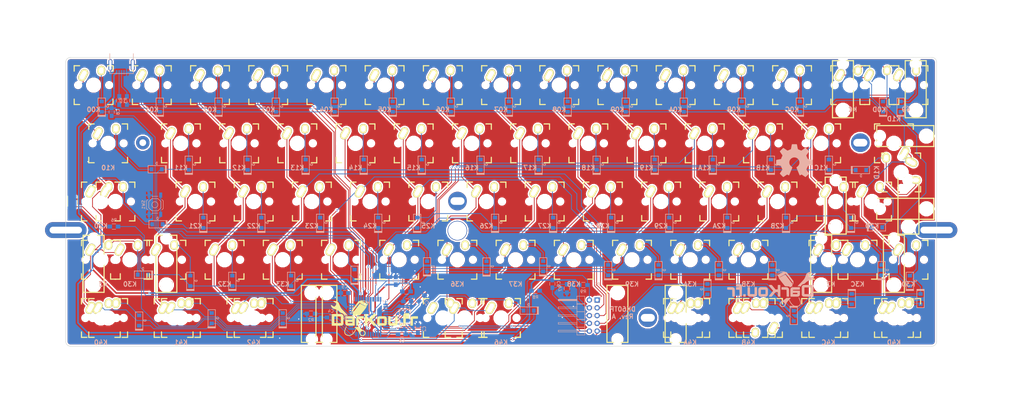
<source format=kicad_pcb>
(kicad_pcb (version 4) (host pcbnew 4.0.5+dfsg1-4)
  (title_block (title "MX/Alps HHKB") (date 2017-05-22) (rev A.1) (company DarKou))
  (layers (0 F.Cu signal) (31 B.Cu signal) (34 B.Paste user) (35 F.Paste user) (36 B.SilkS user) (37 F.SilkS user hide) (38 B.Mask user) (39 F.Mask user) (44 Edge.Cuts user))
  (net 0 "")
  (net 1 "Net-(C1-Pad1)")
  (net 2 GND)
  (net 3 "Net-(C2-Pad1)")
  (net 4 "Net-(C8-Pad1)")
  (net 5 "Net-(D1-Pad2)")
  (net 6 /Row0)
  (net 7 "Net-(D2-Pad2)")
  (net 8 "Net-(D3-Pad2)")
  (net 9 "Net-(D4-Pad2)")
  (net 10 "Net-(D5-Pad2)")
  (net 11 "Net-(D6-Pad2)")
  (net 12 "Net-(D7-Pad2)")
  (net 13 "Net-(D8-Pad2)")
  (net 14 "Net-(D9-Pad2)")
  (net 15 "Net-(D10-Pad2)")
  (net 16 "Net-(D11-Pad2)")
  (net 17 "Net-(D12-Pad2)")
  (net 18 "Net-(D13-Pad2)")
  (net 19 "Net-(D14-Pad2)")
  (net 20 /Row1)
  (net 21 "Net-(D15-Pad2)")
  (net 22 "Net-(D16-Pad2)")
  (net 23 "Net-(D17-Pad2)")
  (net 24 "Net-(D18-Pad2)")
  (net 25 "Net-(D19-Pad2)")
  (net 26 "Net-(D21-Pad2)")
  (net 27 "Net-(D22-Pad2)")
  (net 28 "Net-(D23-Pad2)")
  (net 29 "Net-(D24-Pad2)")
  (net 30 "Net-(D26-Pad2)")
  (net 31 "Net-(D27-Pad2)")
  (net 32 /Row2)
  (net 33 "Net-(D28-Pad2)")
  (net 34 "Net-(D29-Pad2)")
  (net 35 "Net-(D31-Pad2)")
  (net 36 "Net-(D32-Pad2)")
  (net 37 "Net-(D33-Pad2)")
  (net 38 "Net-(D34-Pad2)")
  (net 39 "Net-(D35-Pad2)")
  (net 40 "Net-(D36-Pad2)")
  (net 41 "Net-(D37-Pad2)")
  (net 42 "Net-(D38-Pad2)")
  (net 43 "Net-(D39-Pad2)")
  (net 44 "Net-(D40-Pad2)")
  (net 45 /Row3)
  (net 46 "Net-(D41-Pad2)")
  (net 47 "Net-(D42-Pad2)")
  (net 48 "Net-(D43-Pad2)")
  (net 49 "Net-(D44-Pad2)")
  (net 50 "Net-(D45-Pad2)")
  (net 51 "Net-(D46-Pad2)")
  (net 52 "Net-(D47-Pad2)")
  (net 53 "Net-(D48-Pad2)")
  (net 54 "Net-(D49-Pad2)")
  (net 55 "Net-(D50-Pad2)")
  (net 56 "Net-(D51-Pad2)")
  (net 57 "Net-(D52-Pad2)")
  (net 58 "Net-(D53-Pad2)")
  (net 59 /Row4)
  (net 60 "Net-(D54-Pad2)")
  (net 61 "Net-(D55-Pad2)")
  (net 62 "Net-(D56-Pad2)")
  (net 63 "Net-(D57-Pad2)")
  (net 64 "Net-(D58-Pad2)")
  (net 65 "Net-(D59-Pad2)")
  (net 66 "Net-(D60-Pad2)")
  (net 67 "Net-(J1-Pad2)")
  (net 68 "Net-(J1-Pad3)")
  (net 69 "Net-(J1-Pad4)")
  (net 70 /Col0)
  (net 71 /Col1)
  (net 72 /Col2)
  (net 73 /Col3)
  (net 74 /Col4)
  (net 75 /Col5)
  (net 76 /Col6)
  (net 77 /Col7)
  (net 78 /Col8)
  (net 79 /Col9)
  (net 80 "Net-(R1-Pad2)")
  (net 81 "Net-(R3-Pad1)")
  (net 82 "Net-(R4-Pad2)")
  (net 83 "Net-(U0-Pad35)")
  (net 84 "Net-(U0-Pad42)")
  (net 85 "Net-(LD1-Pad2)")
  (net 86 /CAPS_LED)
  (net 87 D2)
  (net 88 D5)
  (net 89 "Net-(D61-Pad2)")
  (net 90 "Net-(D62-Pad2)")
  (net 91 "Net-(D63-Pad2)")
  (net 92 "Net-(U0-Pad41)")
  (net 93 "Net-(U0-Pad26)")
  (net 94 "Net-(D64-Pad2)")
  (net 95 "Net-(D65-Pad2)")
  (net 96 "Net-(D66-Pad2)")
  (net 97 "Net-(D67-Pad2)")
  (net 98 "Net-(D68-Pad2)")
  (net 99 /ColA)
  (net 100 /ColB)
  (net 101 /ColC)
  (net 102 /ColD)
  (net 103 "Net-(R2-Pad2)")
  (net 104 "Net-(U0-Pad8)")
  (net 105 "Net-(P2-Pad1)")
  (net 106 VCC)
  (net 107 "Net-(C9-Pad1)")
  (module Footprint:darkou (layer B.Cu) (at 259.75 97.75 180)
    (fp_text reference G*** hide)
    (fp_text value LOGO hide)
  )
  (module Footprint:MXST (layer F.Cu) (at 114.3 107.15625 180)
    (fp_text reference MXST hide)
    (fp_text value VAL** hide)
    (pad "" np_thru_hole circle (at 0 -6.985 180) (size 3.048 3.048) (drill 3.048) (layers *.Cu *.Mask))
    (pad "" np_thru_hole circle (at 0 8.255 180) (size 3.9802 3.9802) (drill 3.9802) (layers *.Cu *.Mask))
  )
  (module Mounting_Holes:MountingHole_2.2mm_M2_Pad (layer F.Cu) (at 157.1625 78.58125)
    (fp_text reference REF** hide)
    (fp_text value MountingHole_2.2mm_M2_Pad hide)
    (pad 1 thru_hole circle (at 0 0) (size 6.4 6.4) (drill 6) (layers *.Cu *.Mask))
  )
  (module Footprint:MXST (layer F.Cu) (at 228.6 107.15625 180)
    (fp_text reference MXST hide)
    (fp_text value VAL** hide)
    (pad "" np_thru_hole circle (at 0 -6.985 180) (size 3.048 3.048) (drill 3.048) (layers *.Cu *.Mask))
    (pad "" np_thru_hole circle (at 0 8.255 180) (size 3.9802 3.9802) (drill 3.9802) (layers *.Cu *.Mask))
  )
  (module Footprint:MXST (layer F.Cu) (at 209.55 107.15625 180)
    (fp_text reference MXST hide)
    (fp_text value VAL** hide)
    (pad "" np_thru_hole circle (at 0 -6.985 180) (size 3.048 3.048) (drill 3.048) (layers *.Cu *.Mask))
    (pad "" np_thru_hole circle (at 0 8.255 180) (size 3.9802 3.9802) (drill 3.9802) (layers *.Cu *.Mask))
  )
  (module Footprint:MXST (layer F.Cu) (at 109.5375 107.15625 180)
    (fp_text reference MXST hide)
    (fp_text value VAL** hide)
    (pad "" np_thru_hole circle (at 0 -6.985 180) (size 3.048 3.048) (drill 3.048) (layers *.Cu *.Mask))
    (pad "" np_thru_hole circle (at 0 8.255 180) (size 3.9802 3.9802) (drill 3.9802) (layers *.Cu *.Mask))
  )
  (module Footprint:MXST (layer F.Cu) (at 300.0375 88.10625)
    (fp_text reference MXST hide)
    (fp_text value VAL** hide)
    (pad "" np_thru_hole circle (at 0 -6.985) (size 3.048 3.048) (drill 3.048) (layers *.Cu *.Mask))
    (pad "" np_thru_hole circle (at 0 8.255) (size 3.9802 3.9802) (drill 3.9802) (layers *.Cu *.Mask))
  )
  (module Footprint:MXST (layer F.Cu) (at 276.225 88.10625)
    (fp_text reference MXST hide)
    (fp_text value VAL** hide)
    (pad "" np_thru_hole circle (at 0 -6.985) (size 3.048 3.048) (drill 3.048) (layers *.Cu *.Mask))
    (pad "" np_thru_hole circle (at 0 8.255) (size 3.9802 3.9802) (drill 3.9802) (layers *.Cu *.Mask))
  )
  (module Footprint:MXST (layer F.Cu) (at 302.41875 47.625 90)
    (fp_text reference MXST hide)
    (fp_text value VAL** hide)
    (pad "" np_thru_hole circle (at 0 -6.985 90) (size 3.048 3.048) (drill 3.048) (layers *.Cu *.Mask))
    (pad "" np_thru_hole circle (at 0 8.255 90) (size 3.9802 3.9802) (drill 3.9802) (layers *.Cu *.Mask))
  )
  (module Footprint:MXST (layer F.Cu) (at 302.41875 71.4375 90)
    (fp_text reference MXST hide)
    (fp_text value VAL** hide)
    (pad "" np_thru_hole circle (at 0 -6.985 90) (size 3.048 3.048) (drill 3.048) (layers *.Cu *.Mask))
    (pad "" np_thru_hole circle (at 0 8.255 90) (size 3.9802 3.9802) (drill 3.9802) (layers *.Cu *.Mask))
  )
  (module Footprint:MXST (layer F.Cu) (at 280.9875 69.05625)
    (fp_text reference MXST hide)
    (fp_text value VAL** hide)
    (pad "" np_thru_hole circle (at 0 -6.985) (size 3.048 3.048) (drill 3.048) (layers *.Cu *.Mask))
    (pad "" np_thru_hole circle (at 0 8.255) (size 3.9802 3.9802) (drill 3.9802) (layers *.Cu *.Mask))
  )
  (module Footprint:MXST (layer F.Cu) (at 304.8 69.05625)
    (fp_text reference MXST hide)
    (fp_text value VAL** hide)
    (pad "" np_thru_hole circle (at 0 -6.985) (size 3.048 3.048) (drill 3.048) (layers *.Cu *.Mask))
    (pad "" np_thru_hole circle (at 0 8.255) (size 3.9802 3.9802) (drill 3.9802) (layers *.Cu *.Mask))
  )
  (module Footprint:MXST (layer F.Cu) (at 307.18125 30.95625)
    (fp_text reference MXST hide)
    (fp_text value VAL** hide)
    (pad "" np_thru_hole circle (at 0 -6.985) (size 3.048 3.048) (drill 3.048) (layers *.Cu *.Mask))
    (pad "" np_thru_hole circle (at 0 8.255) (size 3.9802 3.9802) (drill 3.9802) (layers *.Cu *.Mask))
  )
  (module Footprint:MXST (layer F.Cu) (at 283.36875 30.95625)
    (fp_text reference MXST hide)
    (fp_text value VAL** hide)
    (pad "" np_thru_hole circle (at 0 -6.985) (size 3.048 3.048) (drill 3.048) (layers *.Cu *.Mask))
    (pad "" np_thru_hole circle (at 0 8.255) (size 3.9802 3.9802) (drill 3.9802) (layers *.Cu *.Mask))
  )
  (module Footprint:MXST (layer F.Cu) (at 61.9125 88.10625)
    (fp_text reference MXST hide)
    (fp_text value VAL** hide)
    (pad "" np_thru_hole circle (at 0 -6.985) (size 3.048 3.048) (drill 3.048) (layers *.Cu *.Mask))
    (pad "" np_thru_hole circle (at 0 8.255) (size 3.9802 3.9802) (drill 3.9802) (layers *.Cu *.Mask))
  )
  (module Footprint:Poker_oval_hole (layer F.Cu) (at 289.05 49.8)
    (fp_text reference Poker_oval_hole hide)
    (fp_text value VAL** hide)
    (pad "" thru_hole circle (at 0 0) (size 6.1 6.1) (drill oval 4.6 2.5) (layers *.Cu *.Mask))
  )
  (module Footprint:Poker_oval_hole (layer F.Cu) (at 157.2 68.9)
    (fp_text reference Poker_oval_hole hide)
    (fp_text value VAL** hide)
    (pad "" thru_hole circle (at 0 0) (size 6.1 6.1) (drill oval 4.6 2.5) (layers *.Cu *.Mask))
  )
  (module Footprint:Poker_side_edge_long (layer F.Cu) (at 314 78.4)
    (fp_text reference Poker_side_edge_long hide)
    (fp_text value VAL** hide)
    (pad "" thru_hole oval (at 0 0) (size 13.6 5.2) (drill oval 10.6 2.2) (layers *.Cu *.Mask))
  )
  (module Capacitors_SMD:C_0805_HandSoldering (layer B.Cu) (at 145.5 100.75 45)
    (fp_text reference C1 (at 0 2.1 45) (layer B.SilkS) (effects (justify mirror)))
    (fp_text value 22p)
    (pad 1 smd rect (at -1.25 0 45) (size 1.5 1.25) (layers B.Cu B.Paste B.Mask) (net 1 "Net-(C1-Pad1)"))
    (pad 2 smd rect (at 1.25 0 45) (size 1.5 1.25) (layers B.Cu B.Paste B.Mask) (net 2 GND))
  )
  (module Capacitors_SMD:C_0805_HandSoldering (layer B.Cu) (at 144.25 110.75 90)
    (fp_text reference C2 (at 0 2.1 90) (layer B.SilkS) (effects (justify mirror)))
    (fp_text value 22p)
    (pad 1 smd rect (at -1.25 0 90) (size 1.5 1.25) (layers B.Cu B.Paste B.Mask) (net 3 "Net-(C2-Pad1)"))
    (pad 2 smd rect (at 1.25 0 90) (size 1.5 1.25) (layers B.Cu B.Paste B.Mask) (net 2 GND))
  )
  (module Capacitors_SMD:C_0805_HandSoldering (layer B.Cu) (at 137 95 90)
    (fp_text reference C3 (at 0 2.1 90) (layer B.SilkS) (effects (justify mirror)))
    (fp_text value 0.1u hide)
    (pad 1 smd rect (at -1.25 0 90) (size 1.5 1.25) (layers B.Cu B.Paste B.Mask) (net 106 VCC))
    (pad 2 smd rect (at 1.25 0 90) (size 1.5 1.25) (layers B.Cu B.Paste B.Mask) (net 2 GND))
  )
  (module Capacitors_SMD:C_0805_HandSoldering (layer B.Cu) (at 115.75 107 180)
    (fp_text reference C4 (at 0 2.1 180) (layer B.SilkS) (effects (justify mirror)))
    (fp_text value 0.1u hide)
    (pad 1 smd rect (at -1.25 0 180) (size 1.5 1.25) (layers B.Cu B.Paste B.Mask) (net 106 VCC))
    (pad 2 smd rect (at 1.25 0 180) (size 1.5 1.25) (layers B.Cu B.Paste B.Mask) (net 2 GND))
  )
  (module Capacitors_SMD:C_0805_HandSoldering (layer B.Cu) (at 120.25 99 180)
    (fp_text reference C5 (at 0 2.1 180) (layer B.SilkS) (effects (justify mirror)))
    (fp_text value 0.1u)
    (pad 1 smd rect (at -1.25 0 180) (size 1.5 1.25) (layers B.Cu B.Paste B.Mask) (net 106 VCC))
    (pad 2 smd rect (at 1.25 0 180) (size 1.5 1.25) (layers B.Cu B.Paste B.Mask) (net 2 GND))
  )
  (module Capacitors_SMD:C_0805_HandSoldering (layer B.Cu) (at 139 112.5)
    (fp_text reference C6 (at 0 2.1) (layer B.SilkS) (effects (justify mirror)))
    (fp_text value 0.1u)
    (pad 1 smd rect (at -1.25 0) (size 1.5 1.25) (layers B.Cu B.Paste B.Mask) (net 106 VCC))
    (pad 2 smd rect (at 1.25 0) (size 1.5 1.25) (layers B.Cu B.Paste B.Mask) (net 2 GND))
  )
  (module Capacitors_SMD:C_0805_HandSoldering (layer B.Cu) (at 140.75 101.75)
    (fp_text reference C7 (at 0 2.1) (layer B.SilkS) (effects (justify mirror)))
    (fp_text value 4.7u)
    (pad 1 smd rect (at -1.25 0) (size 1.5 1.25) (layers B.Cu B.Paste B.Mask) (net 106 VCC))
    (pad 2 smd rect (at 1.25 0) (size 1.5 1.25) (layers B.Cu B.Paste B.Mask) (net 2 GND))
  )
  (module Capacitors_SMD:C_0805_HandSoldering (layer B.Cu) (at 44 39.75 90)
    (fp_text reference C8 (at 0 2.1 90) (layer B.SilkS) (effects (justify mirror)))
    (fp_text value 1u)
    (pad 1 smd rect (at -1.25 0 90) (size 1.5 1.25) (layers B.Cu B.Paste B.Mask) (net 4 "Net-(C8-Pad1)"))
    (pad 2 smd rect (at 1.25 0 90) (size 1.5 1.25) (layers B.Cu B.Paste B.Mask) (net 2 GND))
  )
  (module Capacitors_SMD:C_0805_HandSoldering (layer B.Cu) (at 188.25 96 90)
    (fp_text reference C9 (at 0 2.1 90) (layer B.SilkS) (effects (justify mirror)))
    (fp_text value 2.2u)
    (pad 1 smd rect (at -1.25 0 90) (size 1.5 1.25) (layers B.Cu B.Paste B.Mask) (net 107 "Net-(C9-Pad1)"))
    (pad 2 smd rect (at 1.25 0 90) (size 1.5 1.25) (layers B.Cu B.Paste B.Mask) (net 106 VCC))
  )
  (module Footprint:D_SOD123 (layer B.Cu) (at 40.75 38 90)
    (fp_text reference D1 hide)
    (fp_text value D (at 0 1.925 90) (layer B.SilkS) (effects (font (size 0.8 0.8)) (justify mirror)))
    (pad 2 smd rect (at 1.7 0 90) (size 1.2 1.4) (layers B.Cu B.Paste B.Mask) (net 5 "Net-(D1-Pad2)"))
    (pad 1 smd rect (at -1.7 0 90) (size 1.2 1.4) (layers B.Cu B.Paste B.Mask) (net 6 /Row0))
  )
  (module Footprint:D_SOD123 (layer B.Cu) (at 58.75 58.5 180)
    (fp_text reference D2 hide)
    (fp_text value D (at 0 1.925 180) (layer B.SilkS) (effects (font (size 0.8 0.8)) (justify mirror)))
    (pad 2 smd rect (at 1.7 0 180) (size 1.2 1.4) (layers B.Cu B.Paste B.Mask) (net 7 "Net-(D2-Pad2)"))
    (pad 1 smd rect (at -1.7 0 180) (size 1.2 1.4) (layers B.Cu B.Paste B.Mask) (net 20 /Row1))
  )
  (module Footprint:D_SOD123 (layer B.Cu) (at 59 76.5 180)
    (fp_text reference D3 hide)
    (fp_text value D (at 0 1.925 180) (layer B.SilkS) (effects (font (size 0.8 0.8)) (justify mirror)))
    (pad 2 smd rect (at 1.7 0 180) (size 1.2 1.4) (layers B.Cu B.Paste B.Mask) (net 8 "Net-(D3-Pad2)"))
    (pad 1 smd rect (at -1.7 0 180) (size 1.2 1.4) (layers B.Cu B.Paste B.Mask) (net 32 /Row2))
  )
  (module Footprint:D_SOD123 (layer B.Cu) (at 54.25 93 180)
    (fp_text reference D4 hide)
    (fp_text value D (at 0 1.925 180) (layer B.SilkS) (effects (font (size 0.8 0.8)) (justify mirror)))
    (pad 2 smd rect (at 1.7 0 180) (size 1.2 1.4) (layers B.Cu B.Paste B.Mask) (net 9 "Net-(D4-Pad2)"))
    (pad 1 smd rect (at -1.7 0 180) (size 1.2 1.4) (layers B.Cu B.Paste B.Mask) (net 45 /Row3))
  )
  (module Footprint:D_SOD123 (layer B.Cu) (at 53 108 90)
    (fp_text reference D5 hide)
    (fp_text value D (at 0 1.925 90) (layer B.SilkS) (effects (font (size 0.8 0.8)) (justify mirror)))
    (pad 2 smd rect (at 1.7 0 90) (size 1.2 1.4) (layers B.Cu B.Paste B.Mask) (net 10 "Net-(D5-Pad2)"))
    (pad 1 smd rect (at -1.7 0 90) (size 1.2 1.4) (layers B.Cu B.Paste B.Mask) (net 59 /Row4))
  )
  (module Footprint:D_SOD123 (layer B.Cu) (at 59.75 38 90)
    (fp_text reference D6 hide)
    (fp_text value D (at 0 1.925 90) (layer B.SilkS) (effects (font (size 0.8 0.8)) (justify mirror)))
    (pad 2 smd rect (at 1.7 0 90) (size 1.2 1.4) (layers B.Cu B.Paste B.Mask) (net 11 "Net-(D6-Pad2)"))
    (pad 1 smd rect (at -1.7 0 90) (size 1.2 1.4) (layers B.Cu B.Paste B.Mask) (net 6 /Row0))
  )
  (module Footprint:D_SOD123 (layer B.Cu) (at 69.25 57 90)
    (fp_text reference D7 hide)
    (fp_text value D (at 0 1.925 90) (layer B.SilkS) (effects (font (size 0.8 0.8)) (justify mirror)))
    (pad 2 smd rect (at 1.7 0 90) (size 1.2 1.4) (layers B.Cu B.Paste B.Mask) (net 12 "Net-(D7-Pad2)"))
    (pad 1 smd rect (at -1.7 0 90) (size 1.2 1.4) (layers B.Cu B.Paste B.Mask) (net 20 /Row1))
  )
  (module Footprint:D_SOD123 (layer B.Cu) (at 74 76 90)
    (fp_text reference D8 hide)
    (fp_text value D (at 0 1.925 90) (layer B.SilkS) (effects (font (size 0.8 0.8)) (justify mirror)))
    (pad 2 smd rect (at 1.7 0 90) (size 1.2 1.4) (layers B.Cu B.Paste B.Mask) (net 13 "Net-(D8-Pad2)"))
    (pad 1 smd rect (at -1.7 0 90) (size 1.2 1.4) (layers B.Cu B.Paste B.Mask) (net 32 /Row2))
  )
  (module Footprint:D_SOD123 (layer B.Cu) (at 69.75 95 90)
    (fp_text reference D9 hide)
    (fp_text value D (at 0 1.925 90) (layer B.SilkS) (effects (font (size 0.8 0.8)) (justify mirror)))
    (pad 2 smd rect (at 1.7 0 90) (size 1.2 1.4) (layers B.Cu B.Paste B.Mask) (net 14 "Net-(D9-Pad2)"))
    (pad 1 smd rect (at -1.7 0 90) (size 1.2 1.4) (layers B.Cu B.Paste B.Mask) (net 45 /Row3))
  )
  (module Footprint:D_SOD123 (layer B.Cu) (at 76.75 107.25 90)
    (fp_text reference D10 hide)
    (fp_text value D (at 0 1.925 90) (layer B.SilkS) (effects (font (size 0.8 0.8)) (justify mirror)))
    (pad 2 smd rect (at 1.7 0 90) (size 1.2 1.4) (layers B.Cu B.Paste B.Mask) (net 15 "Net-(D10-Pad2)"))
    (pad 1 smd rect (at -1.7 0 90) (size 1.2 1.4) (layers B.Cu B.Paste B.Mask) (net 59 /Row4))
  )
  (module Footprint:D_SOD123 (layer B.Cu) (at 79 38 90)
    (fp_text reference D11 hide)
    (fp_text value D (at 0 1.925 90) (layer B.SilkS) (effects (font (size 0.8 0.8)) (justify mirror)))
    (pad 2 smd rect (at 1.7 0 90) (size 1.2 1.4) (layers B.Cu B.Paste B.Mask) (net 16 "Net-(D11-Pad2)"))
    (pad 1 smd rect (at -1.7 0 90) (size 1.2 1.4) (layers B.Cu B.Paste B.Mask) (net 6 /Row0))
  )
  (module Footprint:D_SOD123 (layer B.Cu) (at 88.5 57 90)
    (fp_text reference D12 hide)
    (fp_text value D (at 0 1.925 90) (layer B.SilkS) (effects (font (size 0.8 0.8)) (justify mirror)))
    (pad 2 smd rect (at 1.7 0 90) (size 1.2 1.4) (layers B.Cu B.Paste B.Mask) (net 17 "Net-(D12-Pad2)"))
    (pad 1 smd rect (at -1.7 0 90) (size 1.2 1.4) (layers B.Cu B.Paste B.Mask) (net 20 /Row1))
  )
  (module Footprint:D_SOD123 (layer B.Cu) (at 93 76 90)
    (fp_text reference D13 hide)
    (fp_text value D (at 0 1.925 90) (layer B.SilkS) (effects (font (size 0.8 0.8)) (justify mirror)))
    (pad 2 smd rect (at 1.7 0 90) (size 1.2 1.4) (layers B.Cu B.Paste B.Mask) (net 18 "Net-(D13-Pad2)"))
    (pad 1 smd rect (at -1.7 0 90) (size 1.2 1.4) (layers B.Cu B.Paste B.Mask) (net 32 /Row2))
  )
  (module Footprint:D_SOD123 (layer B.Cu) (at 83.5 95 90)
    (fp_text reference D14 hide)
    (fp_text value D (at 0 1.925 90) (layer B.SilkS) (effects (font (size 0.8 0.8)) (justify mirror)))
    (pad 2 smd rect (at 1.7 0 90) (size 1.2 1.4) (layers B.Cu B.Paste B.Mask) (net 19 "Net-(D14-Pad2)"))
    (pad 1 smd rect (at -1.7 0 90) (size 1.2 1.4) (layers B.Cu B.Paste B.Mask) (net 45 /Row3))
  )
  (module Footprint:D_SOD123 (layer B.Cu) (at 100 107.25 90)
    (fp_text reference D15 hide)
    (fp_text value D (at 0 1.925 90) (layer B.SilkS) (effects (font (size 0.8 0.8)) (justify mirror)))
    (pad 2 smd rect (at 1.7 0 90) (size 1.2 1.4) (layers B.Cu B.Paste B.Mask) (net 21 "Net-(D15-Pad2)"))
    (pad 1 smd rect (at -1.7 0 90) (size 1.2 1.4) (layers B.Cu B.Paste B.Mask) (net 59 /Row4))
  )
  (module Footprint:D_SOD123 (layer B.Cu) (at 97.75 38 90)
    (fp_text reference D16 hide)
    (fp_text value D (at 0 1.925 90) (layer B.SilkS) (effects (font (size 0.8 0.8)) (justify mirror)))
    (pad 2 smd rect (at 1.7 0 90) (size 1.2 1.4) (layers B.Cu B.Paste B.Mask) (net 22 "Net-(D16-Pad2)"))
    (pad 1 smd rect (at -1.7 0 90) (size 1.2 1.4) (layers B.Cu B.Paste B.Mask) (net 6 /Row0))
  )
  (module Footprint:D_SOD123 (layer B.Cu) (at 107.5 57 90)
    (fp_text reference D17 hide)
    (fp_text value D (at 0 1.925 90) (layer B.SilkS) (effects (font (size 0.8 0.8)) (justify mirror)))
    (pad 2 smd rect (at 1.7 0 90) (size 1.2 1.4) (layers B.Cu B.Paste B.Mask) (net 23 "Net-(D17-Pad2)"))
    (pad 1 smd rect (at -1.7 0 90) (size 1.2 1.4) (layers B.Cu B.Paste B.Mask) (net 20 /Row1))
  )
  (module Footprint:D_SOD123 (layer B.Cu) (at 112.25 76 90)
    (fp_text reference D18 hide)
    (fp_text value D (at 0 1.925 90) (layer B.SilkS) (effects (font (size 0.8 0.8)) (justify mirror)))
    (pad 2 smd rect (at 1.7 0 90) (size 1.2 1.4) (layers B.Cu B.Paste B.Mask) (net 24 "Net-(D18-Pad2)"))
    (pad 1 smd rect (at -1.7 0 90) (size 1.2 1.4) (layers B.Cu B.Paste B.Mask) (net 32 /Row2))
  )
  (module Footprint:D_SOD123 (layer B.Cu) (at 102.75 95 90)
    (fp_text reference D19 hide)
    (fp_text value D (at 0 1.925 90) (layer B.SilkS) (effects (font (size 0.8 0.8)) (justify mirror)))
    (pad 2 smd rect (at 1.7 0 90) (size 1.2 1.4) (layers B.Cu B.Paste B.Mask) (net 25 "Net-(D19-Pad2)"))
    (pad 1 smd rect (at -1.7 0 90) (size 1.2 1.4) (layers B.Cu B.Paste B.Mask) (net 45 /Row3))
  )
  (module Footprint:D_SOD123 (layer B.Cu) (at 117 38 90)
    (fp_text reference D21 hide)
    (fp_text value D (at 0 1.925 90) (layer B.SilkS) (effects (font (size 0.8 0.8)) (justify mirror)))
    (pad 2 smd rect (at 1.7 0 90) (size 1.2 1.4) (layers B.Cu B.Paste B.Mask) (net 26 "Net-(D21-Pad2)"))
    (pad 1 smd rect (at -1.7 0 90) (size 1.2 1.4) (layers B.Cu B.Paste B.Mask) (net 6 /Row0))
  )
  (module Footprint:D_SOD123 (layer B.Cu) (at 126.5 57 90)
    (fp_text reference D22 hide)
    (fp_text value D (at 0 1.925 90) (layer B.SilkS) (effects (font (size 0.8 0.8)) (justify mirror)))
    (pad 2 smd rect (at 1.7 0 90) (size 1.2 1.4) (layers B.Cu B.Paste B.Mask) (net 27 "Net-(D22-Pad2)"))
    (pad 1 smd rect (at -1.7 0 90) (size 1.2 1.4) (layers B.Cu B.Paste B.Mask) (net 20 /Row1))
  )
  (module Footprint:D_SOD123 (layer B.Cu) (at 131.25 76 90)
    (fp_text reference D23 hide)
    (fp_text value D (at 0 1.925 90) (layer B.SilkS) (effects (font (size 0.8 0.8)) (justify mirror)))
    (pad 2 smd rect (at 1.7 0 90) (size 1.2 1.4) (layers B.Cu B.Paste B.Mask) (net 28 "Net-(D23-Pad2)"))
    (pad 1 smd rect (at -1.7 0 90) (size 1.2 1.4) (layers B.Cu B.Paste B.Mask) (net 32 /Row2))
  )
  (module Footprint:D_SOD123 (layer B.Cu) (at 123.5 93 90)
    (fp_text reference D24 hide)
    (fp_text value D (at 0 1.925 90) (layer B.SilkS) (effects (font (size 0.8 0.8)) (justify mirror)))
    (pad 2 smd rect (at 1.7 0 90) (size 1.2 1.4) (layers B.Cu B.Paste B.Mask) (net 29 "Net-(D24-Pad2)"))
    (pad 1 smd rect (at -1.7 0 90) (size 1.2 1.4) (layers B.Cu B.Paste B.Mask) (net 45 /Row3))
  )
  (module Footprint:D_SOD123 (layer B.Cu) (at 136 38 90)
    (fp_text reference D26 hide)
    (fp_text value D (at 0 1.925 90) (layer B.SilkS) (effects (font (size 0.8 0.8)) (justify mirror)))
    (pad 2 smd rect (at 1.7 0 90) (size 1.2 1.4) (layers B.Cu B.Paste B.Mask) (net 30 "Net-(D26-Pad2)"))
    (pad 1 smd rect (at -1.7 0 90) (size 1.2 1.4) (layers B.Cu B.Paste B.Mask) (net 6 /Row0))
  )
  (module Footprint:D_SOD123 (layer B.Cu) (at 145.5 57 90)
    (fp_text reference D27 hide)
    (fp_text value D (at 0 1.925 90) (layer B.SilkS) (effects (font (size 0.8 0.8)) (justify mirror)))
    (pad 2 smd rect (at 1.7 0 90) (size 1.2 1.4) (layers B.Cu B.Paste B.Mask) (net 31 "Net-(D27-Pad2)"))
    (pad 1 smd rect (at -1.7 0 90) (size 1.2 1.4) (layers B.Cu B.Paste B.Mask) (net 20 /Row1))
  )
  (module Footprint:D_SOD123 (layer B.Cu) (at 144 76 90)
    (fp_text reference D28 hide)
    (fp_text value D (at 0 1.925 90) (layer B.SilkS) (effects (font (size 0.8 0.8)) (justify mirror)))
    (pad 2 smd rect (at 1.7 0 90) (size 1.2 1.4) (layers B.Cu B.Paste B.Mask) (net 33 "Net-(D28-Pad2)"))
    (pad 1 smd rect (at -1.7 0 90) (size 1.2 1.4) (layers B.Cu B.Paste B.Mask) (net 32 /Row2))
  )
  (module Footprint:D_SOD123 (layer B.Cu) (at 147.25 90.25 90)
    (fp_text reference D29 hide)
    (fp_text value D (at 0 1.925 90) (layer B.SilkS) (effects (font (size 0.8 0.8)) (justify mirror)))
    (pad 2 smd rect (at 1.7 0 90) (size 1.2 1.4) (layers B.Cu B.Paste B.Mask) (net 34 "Net-(D29-Pad2)"))
    (pad 1 smd rect (at -1.7 0 90) (size 1.2 1.4) (layers B.Cu B.Paste B.Mask) (net 45 /Row3))
  )
  (module Footprint:D_SOD123 (layer B.Cu) (at 155 38 90)
    (fp_text reference D31 hide)
    (fp_text value D (at 0 1.925 90) (layer B.SilkS) (effects (font (size 0.8 0.8)) (justify mirror)))
    (pad 2 smd rect (at 1.7 0 90) (size 1.2 1.4) (layers B.Cu B.Paste B.Mask) (net 35 "Net-(D31-Pad2)"))
    (pad 1 smd rect (at -1.7 0 90) (size 1.2 1.4) (layers B.Cu B.Paste B.Mask) (net 6 /Row0))
  )
  (module Footprint:D_SOD123 (layer B.Cu) (at 164.75 57 90)
    (fp_text reference D32 hide)
    (fp_text value D (at 0 1.925 90) (layer B.SilkS) (effects (font (size 0.8 0.8)) (justify mirror)))
    (pad 2 smd rect (at 1.7 0 90) (size 1.2 1.4) (layers B.Cu B.Paste B.Mask) (net 36 "Net-(D32-Pad2)"))
    (pad 1 smd rect (at -1.7 0 90) (size 1.2 1.4) (layers B.Cu B.Paste B.Mask) (net 20 /Row1))
  )
  (module Footprint:D_SOD123 (layer B.Cu) (at 169.5 76 90)
    (fp_text reference D33 hide)
    (fp_text value D (at 0 1.925 90) (layer B.SilkS) (effects (font (size 0.8 0.8)) (justify mirror)))
    (pad 2 smd rect (at 1.7 0 90) (size 1.2 1.4) (layers B.Cu B.Paste B.Mask) (net 37 "Net-(D33-Pad2)"))
    (pad 1 smd rect (at -1.7 0 90) (size 1.2 1.4) (layers B.Cu B.Paste B.Mask) (net 32 /Row2))
  )
  (module Footprint:D_SOD123 (layer B.Cu) (at 166.7 90.3 90)
    (fp_text reference D34 hide)
    (fp_text value D (at 0 1.925 90) (layer B.SilkS) (effects (font (size 0.8 0.8)) (justify mirror)))
    (pad 2 smd rect (at 1.7 0 90) (size 1.2 1.4) (layers B.Cu B.Paste B.Mask) (net 38 "Net-(D34-Pad2)"))
    (pad 1 smd rect (at -1.7 0 90) (size 1.2 1.4) (layers B.Cu B.Paste B.Mask) (net 45 /Row3))
  )
  (module Footprint:D_SOD123 (layer B.Cu) (at 180.5 104.75 180)
    (fp_text reference D35 hide)
    (fp_text value D (at 0 1.925 180) (layer B.SilkS) (effects (font (size 0.8 0.8)) (justify mirror)))
    (pad 2 smd rect (at 1.7 0 180) (size 1.2 1.4) (layers B.Cu B.Paste B.Mask) (net 39 "Net-(D35-Pad2)"))
    (pad 1 smd rect (at -1.7 0 180) (size 1.2 1.4) (layers B.Cu B.Paste B.Mask) (net 59 /Row4))
  )
  (module Footprint:D_SOD123 (layer B.Cu) (at 174 38 90)
    (fp_text reference D36 hide)
    (fp_text value D (at 0 1.925 90) (layer B.SilkS) (effects (font (size 0.8 0.8)) (justify mirror)))
    (pad 2 smd rect (at 1.7 0 90) (size 1.2 1.4) (layers B.Cu B.Paste B.Mask) (net 40 "Net-(D36-Pad2)"))
    (pad 1 smd rect (at -1.7 0 90) (size 1.2 1.4) (layers B.Cu B.Paste B.Mask) (net 6 /Row0))
  )
  (module Footprint:D_SOD123 (layer B.Cu) (at 183.75 57 90)
    (fp_text reference D37 hide)
    (fp_text value D (at 0 1.925 90) (layer B.SilkS) (effects (font (size 0.8 0.8)) (justify mirror)))
    (pad 2 smd rect (at 1.7 0 90) (size 1.2 1.4) (layers B.Cu B.Paste B.Mask) (net 41 "Net-(D37-Pad2)"))
    (pad 1 smd rect (at -1.7 0 90) (size 1.2 1.4) (layers B.Cu B.Paste B.Mask) (net 20 /Row1))
  )
  (module Footprint:D_SOD123 (layer B.Cu) (at 188.5 76 90)
    (fp_text reference D38 hide)
    (fp_text value D (at 0 1.925 90) (layer B.SilkS) (effects (font (size 0.8 0.8)) (justify mirror)))
    (pad 2 smd rect (at 1.7 0 90) (size 1.2 1.4) (layers B.Cu B.Paste B.Mask) (net 42 "Net-(D38-Pad2)"))
    (pad 1 smd rect (at -1.7 0 90) (size 1.2 1.4) (layers B.Cu B.Paste B.Mask) (net 32 /Row2))
  )
  (module Footprint:D_SOD123 (layer B.Cu) (at 185.25 90.25 90)
    (fp_text reference D39 hide)
    (fp_text value D (at 0 1.925 90) (layer B.SilkS) (effects (font (size 0.8 0.8)) (justify mirror)))
    (pad 2 smd rect (at 1.7 0 90) (size 1.2 1.4) (layers B.Cu B.Paste B.Mask) (net 43 "Net-(D39-Pad2)"))
    (pad 1 smd rect (at -1.7 0 90) (size 1.2 1.4) (layers B.Cu B.Paste B.Mask) (net 45 /Row3))
  )
  (module Footprint:D_SOD123 (layer B.Cu) (at 193.25 38 90)
    (fp_text reference D40 hide)
    (fp_text value D (at 0 1.925 90) (layer B.SilkS) (effects (font (size 0.8 0.8)) (justify mirror)))
    (pad 2 smd rect (at 1.7 0 90) (size 1.2 1.4) (layers B.Cu B.Paste B.Mask) (net 44 "Net-(D40-Pad2)"))
    (pad 1 smd rect (at -1.7 0 90) (size 1.2 1.4) (layers B.Cu B.Paste B.Mask) (net 6 /Row0))
  )
  (module Footprint:D_SOD123 (layer B.Cu) (at 202.75 57 90)
    (fp_text reference D41 hide)
    (fp_text value D (at 0 1.925 90) (layer B.SilkS) (effects (font (size 0.8 0.8)) (justify mirror)))
    (pad 2 smd rect (at 1.7 0 90) (size 1.2 1.4) (layers B.Cu B.Paste B.Mask) (net 46 "Net-(D41-Pad2)"))
    (pad 1 smd rect (at -1.7 0 90) (size 1.2 1.4) (layers B.Cu B.Paste B.Mask) (net 20 /Row1))
  )
  (module Footprint:D_SOD123 (layer B.Cu) (at 207.5 76 90)
    (fp_text reference D42 hide)
    (fp_text value D (at 0 1.925 90) (layer B.SilkS) (effects (font (size 0.8 0.8)) (justify mirror)))
    (pad 2 smd rect (at 1.7 0 90) (size 1.2 1.4) (layers B.Cu B.Paste B.Mask) (net 47 "Net-(D42-Pad2)"))
    (pad 1 smd rect (at -1.7 0 90) (size 1.2 1.4) (layers B.Cu B.Paste B.Mask) (net 32 /Row2))
  )
  (module Footprint:D_SOD123 (layer B.Cu) (at 206.5 91.5 90)
    (fp_text reference D43 hide)
    (fp_text value D (at 0 1.925 90) (layer B.SilkS) (effects (font (size 0.8 0.8)) (justify mirror)))
    (pad 2 smd rect (at 1.7 0 90) (size 1.2 1.4) (layers B.Cu B.Paste B.Mask) (net 48 "Net-(D43-Pad2)"))
    (pad 1 smd rect (at -1.7 0 90) (size 1.2 1.4) (layers B.Cu B.Paste B.Mask) (net 45 /Row3))
  )
  (module Footprint:D_SOD123 (layer B.Cu) (at 212.25 38 90)
    (fp_text reference D44 hide)
    (fp_text value D (at 0 1.925 90) (layer B.SilkS) (effects (font (size 0.8 0.8)) (justify mirror)))
    (pad 2 smd rect (at 1.7 0 90) (size 1.2 1.4) (layers B.Cu B.Paste B.Mask) (net 49 "Net-(D44-Pad2)"))
    (pad 1 smd rect (at -1.7 0 90) (size 1.2 1.4) (layers B.Cu B.Paste B.Mask) (net 6 /Row0))
  )
  (module Footprint:D_SOD123 (layer B.Cu) (at 221.75 57 90)
    (fp_text reference D45 hide)
    (fp_text value D (at 0 1.925 90) (layer B.SilkS) (effects (font (size 0.8 0.8)) (justify mirror)))
    (pad 2 smd rect (at 1.7 0 90) (size 1.2 1.4) (layers B.Cu B.Paste B.Mask) (net 50 "Net-(D45-Pad2)"))
    (pad 1 smd rect (at -1.7 0 90) (size 1.2 1.4) (layers B.Cu B.Paste B.Mask) (net 20 /Row1))
  )
  (module Footprint:D_SOD123 (layer B.Cu) (at 226.5 76 90)
    (fp_text reference D46 hide)
    (fp_text value D (at 0 1.925 90) (layer B.SilkS) (effects (font (size 0.8 0.8)) (justify mirror)))
    (pad 2 smd rect (at 1.7 0 90) (size 1.2 1.4) (layers B.Cu B.Paste B.Mask) (net 51 "Net-(D46-Pad2)"))
    (pad 1 smd rect (at -1.7 0 90) (size 1.2 1.4) (layers B.Cu B.Paste B.Mask) (net 32 /Row2))
  )
  (module Footprint:D_SOD123 (layer B.Cu) (at 223 91.5 90)
    (fp_text reference D47 hide)
    (fp_text value D (at 0 1.925 90) (layer B.SilkS) (effects (font (size 0.8 0.8)) (justify mirror)))
    (pad 2 smd rect (at 1.7 0 90) (size 1.2 1.4) (layers B.Cu B.Paste B.Mask) (net 52 "Net-(D47-Pad2)"))
    (pad 1 smd rect (at -1.7 0 90) (size 1.2 1.4) (layers B.Cu B.Paste B.Mask) (net 45 /Row3))
  )
  (module Footprint:D_SOD123 (layer B.Cu) (at 302.25 38 90)
    (fp_text reference D48 hide)
    (fp_text value D (at 0 1.925 90) (layer B.SilkS) (effects (font (size 0.8 0.8)) (justify mirror)))
    (pad 2 smd rect (at 1.7 0 90) (size 1.2 1.4) (layers B.Cu B.Paste B.Mask) (net 53 "Net-(D48-Pad2)"))
    (pad 1 smd rect (at -1.7 0 90) (size 1.2 1.4) (layers B.Cu B.Paste B.Mask) (net 59 /Row4))
  )
  (module Footprint:D_SOD123 (layer B.Cu) (at 231.25 38 90)
    (fp_text reference D49 hide)
    (fp_text value D (at 0 1.925 90) (layer B.SilkS) (effects (font (size 0.8 0.8)) (justify mirror)))
    (pad 2 smd rect (at 1.7 0 90) (size 1.2 1.4) (layers B.Cu B.Paste B.Mask) (net 54 "Net-(D49-Pad2)"))
    (pad 1 smd rect (at -1.7 0 90) (size 1.2 1.4) (layers B.Cu B.Paste B.Mask) (net 6 /Row0))
  )
  (module Footprint:D_SOD123 (layer B.Cu) (at 240.75 57 90)
    (fp_text reference D50 hide)
    (fp_text value D (at 0 1.925 90) (layer B.SilkS) (effects (font (size 0.8 0.8)) (justify mirror)))
    (pad 2 smd rect (at 1.7 0 90) (size 1.2 1.4) (layers B.Cu B.Paste B.Mask) (net 55 "Net-(D50-Pad2)"))
    (pad 1 smd rect (at -1.7 0 90) (size 1.2 1.4) (layers B.Cu B.Paste B.Mask) (net 20 /Row1))
  )
  (module Footprint:D_SOD123 (layer B.Cu) (at 245.5 76 90)
    (fp_text reference D51 hide)
    (fp_text value D (at 0 1.925 90) (layer B.SilkS) (effects (font (size 0.8 0.8)) (justify mirror)))
    (pad 2 smd rect (at 1.7 0 90) (size 1.2 1.4) (layers B.Cu B.Paste B.Mask) (net 56 "Net-(D51-Pad2)"))
    (pad 1 smd rect (at -1.7 0 90) (size 1.2 1.4) (layers B.Cu B.Paste B.Mask) (net 32 /Row2))
  )
  (module Footprint:D_SOD123 (layer B.Cu) (at 242.75 91.5 90)
    (fp_text reference D52 hide)
    (fp_text value D (at 0 1.925 90) (layer B.SilkS) (effects (font (size 0.8 0.8)) (justify mirror)))
    (pad 2 smd rect (at 1.7 0 90) (size 1.2 1.4) (layers B.Cu B.Paste B.Mask) (net 57 "Net-(D52-Pad2)"))
    (pad 1 smd rect (at -1.7 0 90) (size 1.2 1.4) (layers B.Cu B.Paste B.Mask) (net 45 /Row3))
  )
  (module Footprint:D_SOD123 (layer B.Cu) (at 239 97.75 270)
    (fp_text reference D53 hide)
    (fp_text value D (at 0 1.925 270) (layer B.SilkS) (effects (font (size 0.8 0.8)) (justify mirror)))
    (pad 2 smd rect (at 1.7 0 270) (size 1.2 1.4) (layers B.Cu B.Paste B.Mask) (net 58 "Net-(D53-Pad2)"))
    (pad 1 smd rect (at -1.7 0 270) (size 1.2 1.4) (layers B.Cu B.Paste B.Mask) (net 59 /Row4))
  )
  (module Footprint:D_SOD123 (layer B.Cu) (at 250.25 38 90)
    (fp_text reference D54 hide)
    (fp_text value D (at 0 1.925 90) (layer B.SilkS) (effects (font (size 0.8 0.8)) (justify mirror)))
    (pad 2 smd rect (at 1.7 0 90) (size 1.2 1.4) (layers B.Cu B.Paste B.Mask) (net 60 "Net-(D54-Pad2)"))
    (pad 1 smd rect (at -1.7 0 90) (size 1.2 1.4) (layers B.Cu B.Paste B.Mask) (net 6 /Row0))
  )
  (module Footprint:D_SOD123 (layer B.Cu) (at 259.75 57 90)
    (fp_text reference D55 hide)
    (fp_text value D (at 0 1.925 90) (layer B.SilkS) (effects (font (size 0.8 0.8)) (justify mirror)))
    (pad 2 smd rect (at 1.7 0 90) (size 1.2 1.4) (layers B.Cu B.Paste B.Mask) (net 61 "Net-(D55-Pad2)"))
    (pad 1 smd rect (at -1.7 0 90) (size 1.2 1.4) (layers B.Cu B.Paste B.Mask) (net 20 /Row1))
  )
  (module Footprint:D_SOD123 (layer B.Cu) (at 264.75 76 90)
    (fp_text reference D56 hide)
    (fp_text value D (at 0 1.925 90) (layer B.SilkS) (effects (font (size 0.8 0.8)) (justify mirror)))
    (pad 2 smd rect (at 1.7 0 90) (size 1.2 1.4) (layers B.Cu B.Paste B.Mask) (net 62 "Net-(D56-Pad2)"))
    (pad 1 smd rect (at -1.7 0 90) (size 1.2 1.4) (layers B.Cu B.Paste B.Mask) (net 32 /Row2))
  )
  (module Footprint:D_SOD123 (layer B.Cu) (at 260.25 91.5 90)
    (fp_text reference D57 hide)
    (fp_text value D (at 0 1.925 90) (layer B.SilkS) (effects (font (size 0.8 0.8)) (justify mirror)))
    (pad 2 smd rect (at 1.7 0 90) (size 1.2 1.4) (layers B.Cu B.Paste B.Mask) (net 63 "Net-(D57-Pad2)"))
    (pad 1 smd rect (at -1.7 0 90) (size 1.2 1.4) (layers B.Cu B.Paste B.Mask) (net 45 /Row3))
  )
  (module Footprint:D_SOD123 (layer B.Cu) (at 267.25 106.5 270)
    (fp_text reference D58 hide)
    (fp_text value D (at 0 1.925 270) (layer B.SilkS) (effects (font (size 0.8 0.8)) (justify mirror)))
    (pad 2 smd rect (at 1.7 0 270) (size 1.2 1.4) (layers B.Cu B.Paste B.Mask) (net 64 "Net-(D58-Pad2)"))
    (pad 1 smd rect (at -1.7 0 270) (size 1.2 1.4) (layers B.Cu B.Paste B.Mask) (net 59 /Row4))
  )
  (module Footprint:D_SOD123 (layer B.Cu) (at 269.25 38 90)
    (fp_text reference D59 hide)
    (fp_text value D (at 0 1.925 90) (layer B.SilkS) (effects (font (size 0.8 0.8)) (justify mirror)))
    (pad 2 smd rect (at 1.7 0 90) (size 1.2 1.4) (layers B.Cu B.Paste B.Mask) (net 65 "Net-(D59-Pad2)"))
    (pad 1 smd rect (at -1.7 0 90) (size 1.2 1.4) (layers B.Cu B.Paste B.Mask) (net 6 /Row0))
  )
  (module Footprint:D_SOD123 (layer B.Cu) (at 278.75 57 90)
    (fp_text reference D60 hide)
    (fp_text value D (at 0 1.925 90) (layer B.SilkS) (effects (font (size 0.8 0.8)) (justify mirror)))
    (pad 2 smd rect (at 1.7 0 90) (size 1.2 1.4) (layers B.Cu B.Paste B.Mask) (net 66 "Net-(D60-Pad2)"))
    (pad 1 smd rect (at -1.7 0 90) (size 1.2 1.4) (layers B.Cu B.Paste B.Mask) (net 20 /Row1))
  )
  (module Footprint:D_SOD123 (layer B.Cu) (at 286 76 90)
    (fp_text reference D61 hide)
    (fp_text value D (at 0 1.925 90) (layer B.SilkS) (effects (font (size 0.8 0.8)) (justify mirror)))
    (pad 2 smd rect (at 1.7 0 90) (size 1.2 1.4) (layers B.Cu B.Paste B.Mask) (net 89 "Net-(D61-Pad2)"))
    (pad 1 smd rect (at -1.7 0 90) (size 1.2 1.4) (layers B.Cu B.Paste B.Mask) (net 32 /Row2))
  )
  (module Footprint:D_SOD123 (layer B.Cu) (at 296 91.5 90)
    (fp_text reference D62 hide)
    (fp_text value D (at 0 1.925 90) (layer B.SilkS) (effects (font (size 0.8 0.8)) (justify mirror)))
    (pad 2 smd rect (at 1.7 0 90) (size 1.2 1.4) (layers B.Cu B.Paste B.Mask) (net 90 "Net-(D62-Pad2)"))
    (pad 1 smd rect (at -1.7 0 90) (size 1.2 1.4) (layers B.Cu B.Paste B.Mask) (net 45 /Row3))
  )
  (module Footprint:D_SOD123 (layer B.Cu) (at 286.25 101 270)
    (fp_text reference D63 hide)
    (fp_text value D (at 0 1.925 270) (layer B.SilkS) (effects (font (size 0.8 0.8)) (justify mirror)))
    (pad 2 smd rect (at 1.7 0 270) (size 1.2 1.4) (layers B.Cu B.Paste B.Mask) (net 91 "Net-(D63-Pad2)"))
    (pad 1 smd rect (at -1.7 0 270) (size 1.2 1.4) (layers B.Cu B.Paste B.Mask) (net 59 /Row4))
  )
  (module Footprint:D_SOD123 (layer B.Cu) (at 296.5 38 90)
    (fp_text reference D64 hide)
    (fp_text value D (at 0 1.925 90) (layer B.SilkS) (effects (font (size 0.8 0.8)) (justify mirror)))
    (pad 2 smd rect (at 1.7 0 90) (size 1.2 1.4) (layers B.Cu B.Paste B.Mask) (net 94 "Net-(D64-Pad2)"))
    (pad 1 smd rect (at -1.7 0 90) (size 1.2 1.4) (layers B.Cu B.Paste B.Mask) (net 6 /Row0))
  )
  (module Footprint:D_SOD123 (layer B.Cu) (at 289.25 58.75)
    (fp_text reference D65 hide)
    (fp_text value D (at 0 1.925) (layer B.SilkS) (effects (font (size 0.8 0.8)) (justify mirror)))
    (pad 2 smd rect (at 1.7 0) (size 1.2 1.4) (layers B.Cu B.Paste B.Mask) (net 95 "Net-(D65-Pad2)"))
    (pad 1 smd rect (at -1.7 0) (size 1.2 1.4) (layers B.Cu B.Paste B.Mask) (net 20 /Row1))
  )
  (module Footprint:D_SOD123 (layer B.Cu) (at 294.5 77.5)
    (fp_text reference D66 hide)
    (fp_text value D (at 0 1.925) (layer B.SilkS) (effects (font (size 0.8 0.8)) (justify mirror)))
    (pad 2 smd rect (at 1.7 0) (size 1.2 1.4) (layers B.Cu B.Paste B.Mask) (net 96 "Net-(D66-Pad2)"))
    (pad 1 smd rect (at -1.7 0) (size 1.2 1.4) (layers B.Cu B.Paste B.Mask) (net 32 /Row2))
  )
  (module Footprint:D_SOD123 (layer B.Cu) (at 305.25 95 90)
    (fp_text reference D67 hide)
    (fp_text value D (at 0 1.925 90) (layer B.SilkS) (effects (font (size 0.8 0.8)) (justify mirror)))
    (pad 2 smd rect (at 1.7 0 90) (size 1.2 1.4) (layers B.Cu B.Paste B.Mask) (net 97 "Net-(D67-Pad2)"))
    (pad 1 smd rect (at -1.7 0 90) (size 1.2 1.4) (layers B.Cu B.Paste B.Mask) (net 45 /Row3))
  )
  (module Footprint:D_SOD123 (layer B.Cu) (at 308.75 101 270)
    (fp_text reference D68 hide)
    (fp_text value D (at 0 1.925 270) (layer B.SilkS) (effects (font (size 0.8 0.8)) (justify mirror)))
    (pad 2 smd rect (at 1.7 0 270) (size 1.2 1.4) (layers B.Cu B.Paste B.Mask) (net 98 "Net-(D68-Pad2)"))
    (pad 1 smd rect (at -1.7 0 270) (size 1.2 1.4) (layers B.Cu B.Paste B.Mask) (net 59 /Row4))
  )
  (module Footprint:USB_miniB_hirose_5S8 (layer B.Cu) (at 47.25 26.75)
    (fp_text reference J1 hide)
    (fp_text value USB_mini_micro_B hide)
    (pad 1 smd rect (at -1.6 0) (size 0.5 1.4) (layers B.Cu B.Paste B.Mask) (net 106 VCC))
    (pad 2 smd rect (at -0.8 0) (size 0.5 1.4) (layers B.Cu B.Paste B.Mask) (net 67 "Net-(J1-Pad2)"))
    (pad 3 smd rect (at 0 0) (size 0.5 1.4) (layers B.Cu B.Paste B.Mask) (net 68 "Net-(J1-Pad3)"))
    (pad 4 smd rect (at 0.8 0) (size 0.5 1.4) (layers B.Cu B.Paste B.Mask) (net 69 "Net-(J1-Pad4)"))
    (pad 5 smd rect (at 1.6 0) (size 0.5 1.4) (layers B.Cu B.Paste B.Mask) (net 2 GND))
    (pad 6 thru_hole oval (at -3.65 -2.4) (size 1.3 3.8) (drill oval 0.7 3.2) (layers *.Cu *.Mask B.Paste) (net 2 GND))
    (pad 6 thru_hole oval (at 3.65 -2.4) (size 1.3 3.8) (drill oval 0.7 3.2) (layers *.Cu *.Mask B.Paste) (net 2 GND))
  )
  (module Footprint:Mx_Alps_100 (layer F.Cu) (at 38.1 30.95625)
    (fp_text reference K1 hide)
    (fp_text value K00 (at 0 8) (layer B.SilkS) (effects (font (thickness 0.3048)) (justify mirror)))
    (pad HOLE np_thru_hole circle (at 0 0) (size 3.9878 3.9878) (drill 3.9878) (layers *.Cu))
    (pad HOLE np_thru_hole circle (at -5.08 0) (size 1.7018 1.7018) (drill 1.7018) (layers *.Cu))
    (pad HOLE np_thru_hole circle (at 5.08 0) (size 1.7018 1.7018) (drill 1.7018) (layers *.Cu))
    (pad 1 thru_hole oval (at -3.405 -3.27 330.95) (size 2.5 4.17) (drill oval 1.5 3.17) (layers *.Cu *.Mask F.SilkS) (net 70 /Col0))
    (pad 2 thru_hole oval (at 2.52 -4.79 356.1) (size 2.5 3.08) (drill oval 1.5 2.08) (layers *.Cu *.Mask F.SilkS) (net 5 "Net-(D1-Pad2)"))
  )
  (module Footprint:Mx_Alps_150 (layer F.Cu) (at 42.8625 50.00625)
    (fp_text reference K2 hide)
    (fp_text value K10 (at 0 8) (layer B.SilkS) (effects (font (thickness 0.3048)) (justify mirror)))
    (pad HOLE np_thru_hole circle (at 0 0) (size 3.9878 3.9878) (drill 3.9878) (layers *.Cu))
    (pad HOLE np_thru_hole circle (at -5.08 0) (size 1.7018 1.7018) (drill 1.7018) (layers *.Cu))
    (pad HOLE np_thru_hole circle (at 5.08 0) (size 1.7018 1.7018) (drill 1.7018) (layers *.Cu))
    (pad 1 thru_hole oval (at -3.405 -3.27 330.95) (size 2.5 4.17) (drill oval 1.5 3.17) (layers *.Cu *.Mask F.SilkS) (net 70 /Col0))
    (pad 2 thru_hole oval (at 2.52 -4.79 356.1) (size 2.5 3.08) (drill oval 1.5 2.08) (layers *.Cu *.Mask F.SilkS) (net 7 "Net-(D2-Pad2)"))
  )
  (module Footprint:Mx_Alps_175 (layer F.Cu) (at 45.24375 69.05625)
    (fp_text reference K3 hide)
    (fp_text value K20 hide)
    (pad HOLE np_thru_hole circle (at 0 0) (size 3.9878 3.9878) (drill 3.9878) (layers *.Cu))
    (pad HOLE np_thru_hole circle (at -5.08 0) (size 1.7018 1.7018) (drill 1.7018) (layers *.Cu))
    (pad HOLE np_thru_hole circle (at 5.08 0) (size 1.7018 1.7018) (drill 1.7018) (layers *.Cu))
    (pad 1 thru_hole oval (at -3.405 -3.27 330.95) (size 2.5 4.17) (drill oval 1.5 3.17) (layers *.Cu *.Mask F.SilkS) (net 70 /Col0))
    (pad 2 thru_hole oval (at 2.52 -4.79 356.1) (size 2.5 3.08) (drill oval 1.5 2.08) (layers *.Cu *.Mask F.SilkS) (net 8 "Net-(D3-Pad2)"))
  )
  (module Footprint:Mx_Alps_175_STEPPED (layer F.Cu) (at 40.48125 69.05625)
    (fp_text reference K4 hide)
    (fp_text value K20 (at 0 8) (layer B.SilkS) (effects (font (thickness 0.3048)) (justify mirror)))
    (pad HOLE np_thru_hole circle (at 0 0) (size 3.9878 3.9878) (drill 3.9878) (layers *.Cu))
    (pad HOLE np_thru_hole circle (at -5.08 0) (size 1.7018 1.7018) (drill 1.7018) (layers *.Cu))
    (pad HOLE np_thru_hole circle (at 5.08 0) (size 1.7018 1.7018) (drill 1.7018) (layers *.Cu))
    (pad 1 thru_hole oval (at -3.405 -3.27 330.95) (size 2.5 4.17) (drill oval 1.5 3.17) (layers *.Cu *.Mask F.SilkS) (net 8 "Net-(D3-Pad2)"))
    (pad 2 thru_hole oval (at 2.52 -4.79 356.1) (size 2.5 3.08) (drill oval 1.5 2.08) (layers *.Cu *.Mask F.SilkS) (net 70 /Col0))
  )
  (module Footprint:Mx_Alps_225 (layer F.Cu) (at 50.00625 88.10625)
    (fp_text reference K5 hide)
    (fp_text value K30 (at 0 8) (layer B.SilkS) (effects (font (thickness 0.3048)) (justify mirror)))
    (pad HOLE np_thru_hole circle (at 0 0) (size 3.9878 3.9878) (drill 3.9878) (layers *.Cu))
    (pad HOLE np_thru_hole circle (at -5.08 0) (size 1.7018 1.7018) (drill 1.7018) (layers *.Cu))
    (pad HOLE np_thru_hole circle (at 5.08 0) (size 1.7018 1.7018) (drill 1.7018) (layers *.Cu))
    (pad 1 thru_hole oval (at -3.405 -3.27 330.95) (size 2.5 4.17) (drill oval 1.5 3.17) (layers *.Cu *.Mask F.SilkS) (net 70 /Col0))
    (pad 2 thru_hole oval (at 2.52 -4.79 356.1) (size 2.5 3.08) (drill oval 1.5 2.08) (layers *.Cu *.Mask F.SilkS) (net 9 "Net-(D4-Pad2)"))
  )
  (module Footprint:Mx_Alps_125 (layer F.Cu) (at 40.48125 107.15625)
    (fp_text reference K7 hide)
    (fp_text value K40 (at 0 8) (layer B.SilkS) (effects (font (thickness 0.3048)) (justify mirror)))
    (pad HOLE np_thru_hole circle (at 0 0) (size 3.9878 3.9878) (drill 3.9878) (layers *.Cu))
    (pad HOLE np_thru_hole circle (at -5.08 0) (size 1.7018 1.7018) (drill 1.7018) (layers *.Cu))
    (pad HOLE np_thru_hole circle (at 5.08 0) (size 1.7018 1.7018) (drill 1.7018) (layers *.Cu))
    (pad 1 thru_hole oval (at -3.405 -3.27 330.95) (size 2.5 4.17) (drill oval 1.5 3.17) (layers *.Cu *.Mask F.SilkS) (net 70 /Col0))
    (pad 2 thru_hole oval (at 2.52 -4.79 356.1) (size 2.5 3.08) (drill oval 1.5 2.08) (layers *.Cu *.Mask F.SilkS) (net 10 "Net-(D5-Pad2)"))
  )
  (module Footprint:Mx_Alps_150 (layer F.Cu) (at 42.8625 107.15625)
    (fp_text reference K8 hide)
    (fp_text value K40 hide)
    (pad HOLE np_thru_hole circle (at 0 0) (size 3.9878 3.9878) (drill 3.9878) (layers *.Cu))
    (pad HOLE np_thru_hole circle (at -5.08 0) (size 1.7018 1.7018) (drill 1.7018) (layers *.Cu))
    (pad HOLE np_thru_hole circle (at 5.08 0) (size 1.7018 1.7018) (drill 1.7018) (layers *.Cu))
    (pad 1 thru_hole oval (at -3.405 -3.27 330.95) (size 2.5 4.17) (drill oval 1.5 3.17) (layers *.Cu *.Mask F.SilkS) (net 70 /Col0))
    (pad 2 thru_hole oval (at 2.52 -4.79 356.1) (size 2.5 3.08) (drill oval 1.5 2.08) (layers *.Cu *.Mask F.SilkS) (net 10 "Net-(D5-Pad2)"))
  )
  (module Footprint:Mx_Alps_100 (layer F.Cu) (at 57.15 30.95625)
    (fp_text reference K9 hide)
    (fp_text value K01 (at 0 8) (layer B.SilkS) (effects (font (thickness 0.3048)) (justify mirror)))
    (pad HOLE np_thru_hole circle (at 0 0) (size 3.9878 3.9878) (drill 3.9878) (layers *.Cu))
    (pad HOLE np_thru_hole circle (at -5.08 0) (size 1.7018 1.7018) (drill 1.7018) (layers *.Cu))
    (pad HOLE np_thru_hole circle (at 5.08 0) (size 1.7018 1.7018) (drill 1.7018) (layers *.Cu))
    (pad 1 thru_hole oval (at -3.405 -3.27 330.95) (size 2.5 4.17) (drill oval 1.5 3.17) (layers *.Cu *.Mask F.SilkS) (net 71 /Col1))
    (pad 2 thru_hole oval (at 2.52 -4.79 356.1) (size 2.5 3.08) (drill oval 1.5 2.08) (layers *.Cu *.Mask F.SilkS) (net 11 "Net-(D6-Pad2)"))
  )
  (module Footprint:Mx_Alps_100 (layer F.Cu) (at 66.675 50.00625)
    (fp_text reference K10 hide)
    (fp_text value K11 (at 0 8) (layer B.SilkS) (effects (font (thickness 0.3048)) (justify mirror)))
    (pad HOLE np_thru_hole circle (at 0 0) (size 3.9878 3.9878) (drill 3.9878) (layers *.Cu))
    (pad HOLE np_thru_hole circle (at -5.08 0) (size 1.7018 1.7018) (drill 1.7018) (layers *.Cu))
    (pad HOLE np_thru_hole circle (at 5.08 0) (size 1.7018 1.7018) (drill 1.7018) (layers *.Cu))
    (pad 1 thru_hole oval (at -3.405 -3.27 330.95) (size 2.5 4.17) (drill oval 1.5 3.17) (layers *.Cu *.Mask F.SilkS) (net 71 /Col1))
    (pad 2 thru_hole oval (at 2.52 -4.79 356.1) (size 2.5 3.08) (drill oval 1.5 2.08) (layers *.Cu *.Mask F.SilkS) (net 12 "Net-(D7-Pad2)"))
  )
  (module Footprint:Mx_Alps_100 (layer F.Cu) (at 71.4375 69.05625)
    (fp_text reference K11 hide)
    (fp_text value K21 (at 0 8) (layer B.SilkS) (effects (font (thickness 0.3048)) (justify mirror)))
    (pad HOLE np_thru_hole circle (at 0 0) (size 3.9878 3.9878) (drill 3.9878) (layers *.Cu))
    (pad HOLE np_thru_hole circle (at -5.08 0) (size 1.7018 1.7018) (drill 1.7018) (layers *.Cu))
    (pad HOLE np_thru_hole circle (at 5.08 0) (size 1.7018 1.7018) (drill 1.7018) (layers *.Cu))
    (pad 1 thru_hole oval (at -3.405 -3.27 330.95) (size 2.5 4.17) (drill oval 1.5 3.17) (layers *.Cu *.Mask F.SilkS) (net 71 /Col1))
    (pad 2 thru_hole oval (at 2.52 -4.79 356.1) (size 2.5 3.08) (drill oval 1.5 2.08) (layers *.Cu *.Mask F.SilkS) (net 13 "Net-(D8-Pad2)"))
  )
  (module Footprint:Mx_Alps_100 (layer F.Cu) (at 61.9125 88.10625)
    (fp_text reference K12 hide)
    (fp_text value K31 (at 0 8) (layer B.SilkS) (effects (font (thickness 0.3048)) (justify mirror)))
    (pad HOLE np_thru_hole circle (at 0 0) (size 3.9878 3.9878) (drill 3.9878) (layers *.Cu))
    (pad HOLE np_thru_hole circle (at -5.08 0) (size 1.7018 1.7018) (drill 1.7018) (layers *.Cu))
    (pad HOLE np_thru_hole circle (at 5.08 0) (size 1.7018 1.7018) (drill 1.7018) (layers *.Cu))
    (pad 1 thru_hole oval (at -3.405 -3.27 330.95) (size 2.5 4.17) (drill oval 1.5 3.17) (layers *.Cu *.Mask F.SilkS) (net 71 /Col1))
    (pad 2 thru_hole oval (at 2.52 -4.79 356.1) (size 2.5 3.08) (drill oval 1.5 2.08) (layers *.Cu *.Mask F.SilkS) (net 14 "Net-(D9-Pad2)"))
  )
  (module Footprint:Mx_Alps_125 (layer F.Cu) (at 64.29375 107.15625)
    (fp_text reference K13 hide)
    (fp_text value K41 hide)
    (pad HOLE np_thru_hole circle (at 0 0) (size 3.9878 3.9878) (drill 3.9878) (layers *.Cu))
    (pad HOLE np_thru_hole circle (at -5.08 0) (size 1.7018 1.7018) (drill 1.7018) (layers *.Cu))
    (pad HOLE np_thru_hole circle (at 5.08 0) (size 1.7018 1.7018) (drill 1.7018) (layers *.Cu))
    (pad 1 thru_hole oval (at -3.405 -3.27 330.95) (size 2.5 4.17) (drill oval 1.5 3.17) (layers *.Cu *.Mask F.SilkS) (net 71 /Col1))
    (pad 2 thru_hole oval (at 2.52 -4.79 356.1) (size 2.5 3.08) (drill oval 1.5 2.08) (layers *.Cu *.Mask F.SilkS) (net 15 "Net-(D10-Pad2)"))
  )
  (module Footprint:Mx_Alps_100 (layer F.Cu) (at 66.675 107.15625)
    (fp_text reference K14 hide)
    (fp_text value K41 (at 0 8) (layer B.SilkS) (effects (font (thickness 0.3048)) (justify mirror)))
    (pad HOLE np_thru_hole circle (at 0 0) (size 3.9878 3.9878) (drill 3.9878) (layers *.Cu))
    (pad HOLE np_thru_hole circle (at -5.08 0) (size 1.7018 1.7018) (drill 1.7018) (layers *.Cu))
    (pad HOLE np_thru_hole circle (at 5.08 0) (size 1.7018 1.7018) (drill 1.7018) (layers *.Cu))
    (pad 1 thru_hole oval (at -3.405 -3.27 330.95) (size 2.5 4.17) (drill oval 1.5 3.17) (layers *.Cu *.Mask F.SilkS) (net 71 /Col1))
    (pad 2 thru_hole oval (at 2.52 -4.79 356.1) (size 2.5 3.08) (drill oval 1.5 2.08) (layers *.Cu *.Mask F.SilkS) (net 15 "Net-(D10-Pad2)"))
  )
  (module Footprint:Mx_Alps_100 (layer F.Cu) (at 76.2 30.95625)
    (fp_text reference K15 hide)
    (fp_text value K02 (at 0 8) (layer B.SilkS) (effects (font (thickness 0.3048)) (justify mirror)))
    (pad HOLE np_thru_hole circle (at 0 0) (size 3.9878 3.9878) (drill 3.9878) (layers *.Cu))
    (pad HOLE np_thru_hole circle (at -5.08 0) (size 1.7018 1.7018) (drill 1.7018) (layers *.Cu))
    (pad HOLE np_thru_hole circle (at 5.08 0) (size 1.7018 1.7018) (drill 1.7018) (layers *.Cu))
    (pad 1 thru_hole oval (at -3.405 -3.27 330.95) (size 2.5 4.17) (drill oval 1.5 3.17) (layers *.Cu *.Mask F.SilkS) (net 72 /Col2))
    (pad 2 thru_hole oval (at 2.52 -4.79 356.1) (size 2.5 3.08) (drill oval 1.5 2.08) (layers *.Cu *.Mask F.SilkS) (net 16 "Net-(D11-Pad2)"))
  )
  (module Footprint:Mx_Alps_100 (layer F.Cu) (at 85.725 50.00625)
    (fp_text reference K16 hide)
    (fp_text value K12 (at 0 8) (layer B.SilkS) (effects (font (thickness 0.3048)) (justify mirror)))
    (pad HOLE np_thru_hole circle (at 0 0) (size 3.9878 3.9878) (drill 3.9878) (layers *.Cu))
    (pad HOLE np_thru_hole circle (at -5.08 0) (size 1.7018 1.7018) (drill 1.7018) (layers *.Cu))
    (pad HOLE np_thru_hole circle (at 5.08 0) (size 1.7018 1.7018) (drill 1.7018) (layers *.Cu))
    (pad 1 thru_hole oval (at -3.405 -3.27 330.95) (size 2.5 4.17) (drill oval 1.5 3.17) (layers *.Cu *.Mask F.SilkS) (net 72 /Col2))
    (pad 2 thru_hole oval (at 2.52 -4.79 356.1) (size 2.5 3.08) (drill oval 1.5 2.08) (layers *.Cu *.Mask F.SilkS) (net 17 "Net-(D12-Pad2)"))
  )
  (module Footprint:Mx_Alps_100 (layer F.Cu) (at 90.4875 69.05625)
    (fp_text reference K17 hide)
    (fp_text value K22 (at 0 8) (layer B.SilkS) (effects (font (thickness 0.3048)) (justify mirror)))
    (pad HOLE np_thru_hole circle (at 0 0) (size 3.9878 3.9878) (drill 3.9878) (layers *.Cu))
    (pad HOLE np_thru_hole circle (at -5.08 0) (size 1.7018 1.7018) (drill 1.7018) (layers *.Cu))
    (pad HOLE np_thru_hole circle (at 5.08 0) (size 1.7018 1.7018) (drill 1.7018) (layers *.Cu))
    (pad 1 thru_hole oval (at -3.405 -3.27 330.95) (size 2.5 4.17) (drill oval 1.5 3.17) (layers *.Cu *.Mask F.SilkS) (net 72 /Col2))
    (pad 2 thru_hole oval (at 2.52 -4.79 356.1) (size 2.5 3.08) (drill oval 1.5 2.08) (layers *.Cu *.Mask F.SilkS) (net 18 "Net-(D13-Pad2)"))
  )
  (module Footprint:Mx_Alps_100 (layer F.Cu) (at 80.9625 88.10625)
    (fp_text reference K18 hide)
    (fp_text value K32 (at 0 8) (layer B.SilkS) (effects (font (thickness 0.3048)) (justify mirror)))
    (pad HOLE np_thru_hole circle (at 0 0) (size 3.9878 3.9878) (drill 3.9878) (layers *.Cu))
    (pad HOLE np_thru_hole circle (at -5.08 0) (size 1.7018 1.7018) (drill 1.7018) (layers *.Cu))
    (pad HOLE np_thru_hole circle (at 5.08 0) (size 1.7018 1.7018) (drill 1.7018) (layers *.Cu))
    (pad 1 thru_hole oval (at -3.405 -3.27 330.95) (size 2.5 4.17) (drill oval 1.5 3.17) (layers *.Cu *.Mask F.SilkS) (net 72 /Col2))
    (pad 2 thru_hole oval (at 2.52 -4.79 356.1) (size 2.5 3.08) (drill oval 1.5 2.08) (layers *.Cu *.Mask F.SilkS) (net 19 "Net-(D14-Pad2)"))
  )
  (module Footprint:Mx_Alps_125 (layer F.Cu) (at 88.10625 107.15625)
    (fp_text reference K19 hide)
    (fp_text value K42 hide)
    (pad HOLE np_thru_hole circle (at 0 0) (size 3.9878 3.9878) (drill 3.9878) (layers *.Cu))
    (pad HOLE np_thru_hole circle (at -5.08 0) (size 1.7018 1.7018) (drill 1.7018) (layers *.Cu))
    (pad HOLE np_thru_hole circle (at 5.08 0) (size 1.7018 1.7018) (drill 1.7018) (layers *.Cu))
    (pad 1 thru_hole oval (at -3.405 -3.27 330.95) (size 2.5 4.17) (drill oval 1.5 3.17) (layers *.Cu *.Mask F.SilkS) (net 72 /Col2))
    (pad 2 thru_hole oval (at 2.52 -4.79 356.1) (size 2.5 3.08) (drill oval 1.5 2.08) (layers *.Cu *.Mask F.SilkS) (net 21 "Net-(D15-Pad2)"))
  )
  (module Footprint:Mx_Alps_150 (layer F.Cu) (at 90.4875 107.15625)
    (fp_text reference K20 hide)
    (fp_text value K42 (at 0 8) (layer B.SilkS) (effects (font (thickness 0.3048)) (justify mirror)))
    (pad HOLE np_thru_hole circle (at 0 0) (size 3.9878 3.9878) (drill 3.9878) (layers *.Cu))
    (pad HOLE np_thru_hole circle (at -5.08 0) (size 1.7018 1.7018) (drill 1.7018) (layers *.Cu))
    (pad HOLE np_thru_hole circle (at 5.08 0) (size 1.7018 1.7018) (drill 1.7018) (layers *.Cu))
    (pad 1 thru_hole oval (at -3.405 -3.27 330.95) (size 2.5 4.17) (drill oval 1.5 3.17) (layers *.Cu *.Mask F.SilkS) (net 72 /Col2))
    (pad 2 thru_hole oval (at 2.52 -4.79 356.1) (size 2.5 3.08) (drill oval 1.5 2.08) (layers *.Cu *.Mask F.SilkS) (net 21 "Net-(D15-Pad2)"))
  )
  (module Footprint:Mx_Alps_100 (layer F.Cu) (at 95.25 30.95625)
    (fp_text reference K21 hide)
    (fp_text value K03 (at 0 8) (layer B.SilkS) (effects (font (thickness 0.3048)) (justify mirror)))
    (pad HOLE np_thru_hole circle (at 0 0) (size 3.9878 3.9878) (drill 3.9878) (layers *.Cu))
    (pad HOLE np_thru_hole circle (at -5.08 0) (size 1.7018 1.7018) (drill 1.7018) (layers *.Cu))
    (pad HOLE np_thru_hole circle (at 5.08 0) (size 1.7018 1.7018) (drill 1.7018) (layers *.Cu))
    (pad 1 thru_hole oval (at -3.405 -3.27 330.95) (size 2.5 4.17) (drill oval 1.5 3.17) (layers *.Cu *.Mask F.SilkS) (net 73 /Col3))
    (pad 2 thru_hole oval (at 2.52 -4.79 356.1) (size 2.5 3.08) (drill oval 1.5 2.08) (layers *.Cu *.Mask F.SilkS) (net 22 "Net-(D16-Pad2)"))
  )
  (module Footprint:Mx_Alps_100 (layer F.Cu) (at 104.775 50.00625)
    (fp_text reference K22 hide)
    (fp_text value K13 (at 0 8) (layer B.SilkS) (effects (font (thickness 0.3048)) (justify mirror)))
    (pad HOLE np_thru_hole circle (at 0 0) (size 3.9878 3.9878) (drill 3.9878) (layers *.Cu))
    (pad HOLE np_thru_hole circle (at -5.08 0) (size 1.7018 1.7018) (drill 1.7018) (layers *.Cu))
    (pad HOLE np_thru_hole circle (at 5.08 0) (size 1.7018 1.7018) (drill 1.7018) (layers *.Cu))
    (pad 1 thru_hole oval (at -3.405 -3.27 330.95) (size 2.5 4.17) (drill oval 1.5 3.17) (layers *.Cu *.Mask F.SilkS) (net 73 /Col3))
    (pad 2 thru_hole oval (at 2.52 -4.79 356.1) (size 2.5 3.08) (drill oval 1.5 2.08) (layers *.Cu *.Mask F.SilkS) (net 23 "Net-(D17-Pad2)"))
  )
  (module Footprint:Mx_Alps_100 (layer F.Cu) (at 109.5375 69.05625)
    (fp_text reference K23 hide)
    (fp_text value K23 (at 0 8) (layer B.SilkS) (effects (font (thickness 0.3048)) (justify mirror)))
    (pad HOLE np_thru_hole circle (at 0 0) (size 3.9878 3.9878) (drill 3.9878) (layers *.Cu))
    (pad HOLE np_thru_hole circle (at -5.08 0) (size 1.7018 1.7018) (drill 1.7018) (layers *.Cu))
    (pad HOLE np_thru_hole circle (at 5.08 0) (size 1.7018 1.7018) (drill 1.7018) (layers *.Cu))
    (pad 1 thru_hole oval (at -3.405 -3.27 330.95) (size 2.5 4.17) (drill oval 1.5 3.17) (layers *.Cu *.Mask F.SilkS) (net 73 /Col3))
    (pad 2 thru_hole oval (at 2.52 -4.79 356.1) (size 2.5 3.08) (drill oval 1.5 2.08) (layers *.Cu *.Mask F.SilkS) (net 24 "Net-(D18-Pad2)"))
  )
  (module Footprint:Mx_Alps_100 (layer F.Cu) (at 100.0125 88.10625)
    (fp_text reference K24 hide)
    (fp_text value K33 (at 0 8) (layer B.SilkS) (effects (font (thickness 0.3048)) (justify mirror)))
    (pad HOLE np_thru_hole circle (at 0 0) (size 3.9878 3.9878) (drill 3.9878) (layers *.Cu))
    (pad HOLE np_thru_hole circle (at -5.08 0) (size 1.7018 1.7018) (drill 1.7018) (layers *.Cu))
    (pad HOLE np_thru_hole circle (at 5.08 0) (size 1.7018 1.7018) (drill 1.7018) (layers *.Cu))
    (pad 1 thru_hole oval (at -3.405 -3.27 330.95) (size 2.5 4.17) (drill oval 1.5 3.17) (layers *.Cu *.Mask F.SilkS) (net 73 /Col3))
    (pad 2 thru_hole oval (at 2.52 -4.79 356.1) (size 2.5 3.08) (drill oval 1.5 2.08) (layers *.Cu *.Mask F.SilkS) (net 25 "Net-(D19-Pad2)"))
  )
  (module Footprint:Mx_Alps_100 (layer F.Cu) (at 114.3 30.95625)
    (fp_text reference K27 hide)
    (fp_text value K04 (at 0 8) (layer B.SilkS) (effects (font (thickness 0.3048)) (justify mirror)))
    (pad HOLE np_thru_hole circle (at 0 0) (size 3.9878 3.9878) (drill 3.9878) (layers *.Cu))
    (pad HOLE np_thru_hole circle (at -5.08 0) (size 1.7018 1.7018) (drill 1.7018) (layers *.Cu))
    (pad HOLE np_thru_hole circle (at 5.08 0) (size 1.7018 1.7018) (drill 1.7018) (layers *.Cu))
    (pad 1 thru_hole oval (at -3.405 -3.27 330.95) (size 2.5 4.17) (drill oval 1.5 3.17) (layers *.Cu *.Mask F.SilkS) (net 74 /Col4))
    (pad 2 thru_hole oval (at 2.52 -4.79 356.1) (size 2.5 3.08) (drill oval 1.5 2.08) (layers *.Cu *.Mask F.SilkS) (net 26 "Net-(D21-Pad2)"))
  )
  (module Footprint:Mx_Alps_100 (layer F.Cu) (at 123.825 50.00625)
    (fp_text reference K28 hide)
    (fp_text value K14 (at 0 8) (layer B.SilkS) (effects (font (thickness 0.3048)) (justify mirror)))
    (pad HOLE np_thru_hole circle (at 0 0) (size 3.9878 3.9878) (drill 3.9878) (layers *.Cu))
    (pad HOLE np_thru_hole circle (at -5.08 0) (size 1.7018 1.7018) (drill 1.7018) (layers *.Cu))
    (pad HOLE np_thru_hole circle (at 5.08 0) (size 1.7018 1.7018) (drill 1.7018) (layers *.Cu))
    (pad 1 thru_hole oval (at -3.405 -3.27 330.95) (size 2.5 4.17) (drill oval 1.5 3.17) (layers *.Cu *.Mask F.SilkS) (net 74 /Col4))
    (pad 2 thru_hole oval (at 2.52 -4.79 356.1) (size 2.5 3.08) (drill oval 1.5 2.08) (layers *.Cu *.Mask F.SilkS) (net 27 "Net-(D22-Pad2)"))
  )
  (module Footprint:Mx_Alps_100 (layer F.Cu) (at 128.5875 69.05625)
    (fp_text reference K29 hide)
    (fp_text value K24 (at 0 8) (layer B.SilkS) (effects (font (thickness 0.3048)) (justify mirror)))
    (pad HOLE np_thru_hole circle (at 0 0) (size 3.9878 3.9878) (drill 3.9878) (layers *.Cu))
    (pad HOLE np_thru_hole circle (at -5.08 0) (size 1.7018 1.7018) (drill 1.7018) (layers *.Cu))
    (pad HOLE np_thru_hole circle (at 5.08 0) (size 1.7018 1.7018) (drill 1.7018) (layers *.Cu))
    (pad 1 thru_hole oval (at -3.405 -3.27 330.95) (size 2.5 4.17) (drill oval 1.5 3.17) (layers *.Cu *.Mask F.SilkS) (net 74 /Col4))
    (pad 2 thru_hole oval (at 2.52 -4.79 356.1) (size 2.5 3.08) (drill oval 1.5 2.08) (layers *.Cu *.Mask F.SilkS) (net 28 "Net-(D23-Pad2)"))
  )
  (module Footprint:Mx_Alps_100 (layer F.Cu) (at 119.0625 88.10625)
    (fp_text reference K30 hide)
    (fp_text value K34 hide)
    (pad HOLE np_thru_hole circle (at 0 0) (size 3.9878 3.9878) (drill 3.9878) (layers *.Cu))
    (pad HOLE np_thru_hole circle (at -5.08 0) (size 1.7018 1.7018) (drill 1.7018) (layers *.Cu))
    (pad HOLE np_thru_hole circle (at 5.08 0) (size 1.7018 1.7018) (drill 1.7018) (layers *.Cu))
    (pad 1 thru_hole oval (at -3.405 -3.27 330.95) (size 2.5 4.17) (drill oval 1.5 3.17) (layers *.Cu *.Mask F.SilkS) (net 74 /Col4))
    (pad 2 thru_hole oval (at 2.52 -4.79 356.1) (size 2.5 3.08) (drill oval 1.5 2.08) (layers *.Cu *.Mask F.SilkS) (net 29 "Net-(D24-Pad2)"))
  )
  (module Footprint:Mx_Alps_100 (layer F.Cu) (at 133.35 30.95625)
    (fp_text reference K32 hide)
    (fp_text value K05 (at 0 8) (layer B.SilkS) (effects (font (thickness 0.3048)) (justify mirror)))
    (pad HOLE np_thru_hole circle (at 0 0) (size 3.9878 3.9878) (drill 3.9878) (layers *.Cu))
    (pad HOLE np_thru_hole circle (at -5.08 0) (size 1.7018 1.7018) (drill 1.7018) (layers *.Cu))
    (pad HOLE np_thru_hole circle (at 5.08 0) (size 1.7018 1.7018) (drill 1.7018) (layers *.Cu))
    (pad 1 thru_hole oval (at -3.405 -3.27 330.95) (size 2.5 4.17) (drill oval 1.5 3.17) (layers *.Cu *.Mask F.SilkS) (net 75 /Col5))
    (pad 2 thru_hole oval (at 2.52 -4.79 356.1) (size 2.5 3.08) (drill oval 1.5 2.08) (layers *.Cu *.Mask F.SilkS) (net 30 "Net-(D26-Pad2)"))
  )
  (module Footprint:Mx_Alps_100 (layer F.Cu) (at 142.875 50.00625)
    (fp_text reference K33 hide)
    (fp_text value K15 (at 0 8) (layer B.SilkS) (effects (font (thickness 0.3048)) (justify mirror)))
    (pad HOLE np_thru_hole circle (at 0 0) (size 3.9878 3.9878) (drill 3.9878) (layers *.Cu))
    (pad HOLE np_thru_hole circle (at -5.08 0) (size 1.7018 1.7018) (drill 1.7018) (layers *.Cu))
    (pad HOLE np_thru_hole circle (at 5.08 0) (size 1.7018 1.7018) (drill 1.7018) (layers *.Cu))
    (pad 1 thru_hole oval (at -3.405 -3.27 330.95) (size 2.5 4.17) (drill oval 1.5 3.17) (layers *.Cu *.Mask F.SilkS) (net 75 /Col5))
    (pad 2 thru_hole oval (at 2.52 -4.79 356.1) (size 2.5 3.08) (drill oval 1.5 2.08) (layers *.Cu *.Mask F.SilkS) (net 31 "Net-(D27-Pad2)"))
  )
  (module Footprint:Mx_Alps_100 (layer F.Cu) (at 147.6375 69.05625)
    (fp_text reference K34 hide)
    (fp_text value K25 (at 0 8) (layer B.SilkS) (effects (font (thickness 0.3048)) (justify mirror)))
    (pad HOLE np_thru_hole circle (at 0 0) (size 3.9878 3.9878) (drill 3.9878) (layers *.Cu))
    (pad HOLE np_thru_hole circle (at -5.08 0) (size 1.7018 1.7018) (drill 1.7018) (layers *.Cu))
    (pad HOLE np_thru_hole circle (at 5.08 0) (size 1.7018 1.7018) (drill 1.7018) (layers *.Cu))
    (pad 1 thru_hole oval (at -3.405 -3.27 330.95) (size 2.5 4.17) (drill oval 1.5 3.17) (layers *.Cu *.Mask F.SilkS) (net 75 /Col5))
    (pad 2 thru_hole oval (at 2.52 -4.79 356.1) (size 2.5 3.08) (drill oval 1.5 2.08) (layers *.Cu *.Mask F.SilkS) (net 33 "Net-(D28-Pad2)"))
  )
  (module Footprint:Mx_Alps_100 (layer F.Cu) (at 138.1125 88.10625)
    (fp_text reference K35 hide)
    (fp_text value K35 hide)
    (pad HOLE np_thru_hole circle (at 0 0) (size 3.9878 3.9878) (drill 3.9878) (layers *.Cu))
    (pad HOLE np_thru_hole circle (at -5.08 0) (size 1.7018 1.7018) (drill 1.7018) (layers *.Cu))
    (pad HOLE np_thru_hole circle (at 5.08 0) (size 1.7018 1.7018) (drill 1.7018) (layers *.Cu))
    (pad 1 thru_hole oval (at -3.405 -3.27 330.95) (size 2.5 4.17) (drill oval 1.5 3.17) (layers *.Cu *.Mask F.SilkS) (net 75 /Col5))
    (pad 2 thru_hole oval (at 2.52 -4.79 356.1) (size 2.5 3.08) (drill oval 1.5 2.08) (layers *.Cu *.Mask F.SilkS) (net 34 "Net-(D29-Pad2)"))
  )
  (module Footprint:Mx_Alps_100 (layer F.Cu) (at 152.4 30.95625)
    (fp_text reference K38 hide)
    (fp_text value K06 (at 0 8) (layer B.SilkS) (effects (font (thickness 0.3048)) (justify mirror)))
    (pad HOLE np_thru_hole circle (at 0 0) (size 3.9878 3.9878) (drill 3.9878) (layers *.Cu))
    (pad HOLE np_thru_hole circle (at -5.08 0) (size 1.7018 1.7018) (drill 1.7018) (layers *.Cu))
    (pad HOLE np_thru_hole circle (at 5.08 0) (size 1.7018 1.7018) (drill 1.7018) (layers *.Cu))
    (pad 1 thru_hole oval (at -3.405 -3.27 330.95) (size 2.5 4.17) (drill oval 1.5 3.17) (layers *.Cu *.Mask F.SilkS) (net 76 /Col6))
    (pad 2 thru_hole oval (at 2.52 -4.79 356.1) (size 2.5 3.08) (drill oval 1.5 2.08) (layers *.Cu *.Mask F.SilkS) (net 35 "Net-(D31-Pad2)"))
  )
  (module Footprint:Mx_Alps_100 (layer F.Cu) (at 161.925 50.00625)
    (fp_text reference K39 hide)
    (fp_text value K16 (at 0 8) (layer B.SilkS) (effects (font (thickness 0.3048)) (justify mirror)))
    (pad HOLE np_thru_hole circle (at 0 0) (size 3.9878 3.9878) (drill 3.9878) (layers *.Cu))
    (pad HOLE np_thru_hole circle (at -5.08 0) (size 1.7018 1.7018) (drill 1.7018) (layers *.Cu))
    (pad HOLE np_thru_hole circle (at 5.08 0) (size 1.7018 1.7018) (drill 1.7018) (layers *.Cu))
    (pad 1 thru_hole oval (at -3.405 -3.27 330.95) (size 2.5 4.17) (drill oval 1.5 3.17) (layers *.Cu *.Mask F.SilkS) (net 76 /Col6))
    (pad 2 thru_hole oval (at 2.52 -4.79 356.1) (size 2.5 3.08) (drill oval 1.5 2.08) (layers *.Cu *.Mask F.SilkS) (net 36 "Net-(D32-Pad2)"))
  )
  (module Footprint:Mx_Alps_100 (layer F.Cu) (at 166.6875 69.05625)
    (fp_text reference K40 hide)
    (fp_text value K26 (at 0 8) (layer B.SilkS) (effects (font (thickness 0.3048)) (justify mirror)))
    (pad HOLE np_thru_hole circle (at 0 0) (size 3.9878 3.9878) (drill 3.9878) (layers *.Cu))
    (pad HOLE np_thru_hole circle (at -5.08 0) (size 1.7018 1.7018) (drill 1.7018) (layers *.Cu))
    (pad HOLE np_thru_hole circle (at 5.08 0) (size 1.7018 1.7018) (drill 1.7018) (layers *.Cu))
    (pad 1 thru_hole oval (at -3.405 -3.27 330.95) (size 2.5 4.17) (drill oval 1.5 3.17) (layers *.Cu *.Mask F.SilkS) (net 76 /Col6))
    (pad 2 thru_hole oval (at 2.52 -4.79 356.1) (size 2.5 3.08) (drill oval 1.5 2.08) (layers *.Cu *.Mask F.SilkS) (net 37 "Net-(D33-Pad2)"))
  )
  (module Footprint:Mx_Alps_100 (layer F.Cu) (at 157.1625 88.10625)
    (fp_text reference K41 hide)
    (fp_text value K36 (at 0 8) (layer B.SilkS) (effects (font (thickness 0.3048)) (justify mirror)))
    (pad HOLE np_thru_hole circle (at 0 0) (size 3.9878 3.9878) (drill 3.9878) (layers *.Cu))
    (pad HOLE np_thru_hole circle (at -5.08 0) (size 1.7018 1.7018) (drill 1.7018) (layers *.Cu))
    (pad HOLE np_thru_hole circle (at 5.08 0) (size 1.7018 1.7018) (drill 1.7018) (layers *.Cu))
    (pad 1 thru_hole oval (at -3.405 -3.27 330.95) (size 2.5 4.17) (drill oval 1.5 3.17) (layers *.Cu *.Mask F.SilkS) (net 76 /Col6))
    (pad 2 thru_hole oval (at 2.52 -4.79 356.1) (size 2.5 3.08) (drill oval 1.5 2.08) (layers *.Cu *.Mask F.SilkS) (net 38 "Net-(D34-Pad2)"))
  )
  (module Footprint:Mx_Alps_600 (layer F.Cu) (at 171.45 107.15625)
    (fp_text reference K42 hide)
    (fp_text value K46 hide)
    (pad HOLE np_thru_hole circle (at 0 0) (size 3.9878 3.9878) (drill 3.9878) (layers *.Cu))
    (pad HOLE np_thru_hole circle (at -5.08 0) (size 1.7018 1.7018) (drill 1.7018) (layers *.Cu))
    (pad HOLE np_thru_hole circle (at 5.08 0) (size 1.7018 1.7018) (drill 1.7018) (layers *.Cu))
    (pad 1 thru_hole oval (at -3.405 -3.27 330.95) (size 2.5 4.17) (drill oval 1.5 3.17) (layers *.Cu *.Mask F.SilkS) (net 76 /Col6))
    (pad 2 thru_hole oval (at 2.52 -4.79 356.1) (size 2.5 3.08) (drill oval 1.5 2.08) (layers *.Cu *.Mask F.SilkS) (net 39 "Net-(D35-Pad2)"))
  )
  (module Footprint:Mx_Alps_625 (layer F.Cu) (at 159.54375 107.15625)
    (fp_text reference K44 hide)
    (fp_text value K46 hide)
    (pad HOLE np_thru_hole circle (at 0 0) (size 3.9878 3.9878) (drill 3.9878) (layers *.Cu))
    (pad HOLE np_thru_hole circle (at -5.08 0) (size 1.7018 1.7018) (drill 1.7018) (layers *.Cu))
    (pad HOLE np_thru_hole circle (at 5.08 0) (size 1.7018 1.7018) (drill 1.7018) (layers *.Cu))
    (pad 1 thru_hole oval (at -3.405 -3.27 330.95) (size 2.5 4.17) (drill oval 1.5 3.17) (layers *.Cu *.Mask F.SilkS) (net 76 /Col6))
    (pad 2 thru_hole oval (at 2.52 -4.79 356.1) (size 2.5 3.08) (drill oval 1.5 2.08) (layers *.Cu *.Mask F.SilkS) (net 39 "Net-(D35-Pad2)"))
  )
  (module Footprint:Mx_Alps_700 (layer F.Cu) (at 152.4 107.15625)
    (fp_text reference K45 hide)
    (fp_text value K46 hide)
    (pad HOLE np_thru_hole circle (at 0 0) (size 3.9878 3.9878) (drill 3.9878) (layers *.Cu))
    (pad HOLE np_thru_hole circle (at -5.08 0) (size 1.7018 1.7018) (drill 1.7018) (layers *.Cu))
    (pad HOLE np_thru_hole circle (at 5.08 0) (size 1.7018 1.7018) (drill 1.7018) (layers *.Cu))
    (pad 1 thru_hole oval (at -3.405 -3.27 330.95) (size 2.5 4.17) (drill oval 1.5 3.17) (layers *.Cu *.Mask F.SilkS) (net 39 "Net-(D35-Pad2)"))
    (pad 2 thru_hole oval (at 2.52 -4.79 356.1) (size 2.5 3.08) (drill oval 1.5 2.08) (layers *.Cu *.Mask F.SilkS) (net 76 /Col6))
  )
  (module Footprint:Mx_Alps_100 (layer F.Cu) (at 171.45 30.95625)
    (fp_text reference K46 hide)
    (fp_text value K07 (at 0 8) (layer B.SilkS) (effects (font (thickness 0.3048)) (justify mirror)))
    (pad HOLE np_thru_hole circle (at 0 0) (size 3.9878 3.9878) (drill 3.9878) (layers *.Cu))
    (pad HOLE np_thru_hole circle (at -5.08 0) (size 1.7018 1.7018) (drill 1.7018) (layers *.Cu))
    (pad HOLE np_thru_hole circle (at 5.08 0) (size 1.7018 1.7018) (drill 1.7018) (layers *.Cu))
    (pad 1 thru_hole oval (at -3.405 -3.27 330.95) (size 2.5 4.17) (drill oval 1.5 3.17) (layers *.Cu *.Mask F.SilkS) (net 77 /Col7))
    (pad 2 thru_hole oval (at 2.52 -4.79 356.1) (size 2.5 3.08) (drill oval 1.5 2.08) (layers *.Cu *.Mask F.SilkS) (net 40 "Net-(D36-Pad2)"))
  )
  (module Footprint:Mx_Alps_100 (layer F.Cu) (at 180.975 50.00625)
    (fp_text reference K47 hide)
    (fp_text value K17 (at 0 8) (layer B.SilkS) (effects (font (thickness 0.3048)) (justify mirror)))
    (pad HOLE np_thru_hole circle (at 0 0) (size 3.9878 3.9878) (drill 3.9878) (layers *.Cu))
    (pad HOLE np_thru_hole circle (at -5.08 0) (size 1.7018 1.7018) (drill 1.7018) (layers *.Cu))
    (pad HOLE np_thru_hole circle (at 5.08 0) (size 1.7018 1.7018) (drill 1.7018) (layers *.Cu))
    (pad 1 thru_hole oval (at -3.405 -3.27 330.95) (size 2.5 4.17) (drill oval 1.5 3.17) (layers *.Cu *.Mask F.SilkS) (net 77 /Col7))
    (pad 2 thru_hole oval (at 2.52 -4.79 356.1) (size 2.5 3.08) (drill oval 1.5 2.08) (layers *.Cu *.Mask F.SilkS) (net 41 "Net-(D37-Pad2)"))
  )
  (module Footprint:Mx_Alps_100 (layer F.Cu) (at 185.7375 69.05625)
    (fp_text reference K48 hide)
    (fp_text value K27 (at 0 8) (layer B.SilkS) (effects (font (thickness 0.3048)) (justify mirror)))
    (pad HOLE np_thru_hole circle (at 0 0) (size 3.9878 3.9878) (drill 3.9878) (layers *.Cu))
    (pad HOLE np_thru_hole circle (at -5.08 0) (size 1.7018 1.7018) (drill 1.7018) (layers *.Cu))
    (pad HOLE np_thru_hole circle (at 5.08 0) (size 1.7018 1.7018) (drill 1.7018) (layers *.Cu))
    (pad 1 thru_hole oval (at -3.405 -3.27 330.95) (size 2.5 4.17) (drill oval 1.5 3.17) (layers *.Cu *.Mask F.SilkS) (net 77 /Col7))
    (pad 2 thru_hole oval (at 2.52 -4.79 356.1) (size 2.5 3.08) (drill oval 1.5 2.08) (layers *.Cu *.Mask F.SilkS) (net 42 "Net-(D38-Pad2)"))
  )
  (module Footprint:Mx_Alps_100 (layer F.Cu) (at 176.2125 88.10625)
    (fp_text reference K49 hide)
    (fp_text value K37 (at 0 8) (layer B.SilkS) (effects (font (thickness 0.3048)) (justify mirror)))
    (pad HOLE np_thru_hole circle (at 0 0) (size 3.9878 3.9878) (drill 3.9878) (layers *.Cu))
    (pad HOLE np_thru_hole circle (at -5.08 0) (size 1.7018 1.7018) (drill 1.7018) (layers *.Cu))
    (pad HOLE np_thru_hole circle (at 5.08 0) (size 1.7018 1.7018) (drill 1.7018) (layers *.Cu))
    (pad 1 thru_hole oval (at -3.405 -3.27 330.95) (size 2.5 4.17) (drill oval 1.5 3.17) (layers *.Cu *.Mask F.SilkS) (net 77 /Col7))
    (pad 2 thru_hole oval (at 2.52 -4.79 356.1) (size 2.5 3.08) (drill oval 1.5 2.08) (layers *.Cu *.Mask F.SilkS) (net 43 "Net-(D39-Pad2)"))
  )
  (module Footprint:Mx_Alps_100 (layer F.Cu) (at 190.5 30.95625)
    (fp_text reference K50 hide)
    (fp_text value K08 (at 0 8) (layer B.SilkS) (effects (font (thickness 0.3048)) (justify mirror)))
    (pad HOLE np_thru_hole circle (at 0 0) (size 3.9878 3.9878) (drill 3.9878) (layers *.Cu))
    (pad HOLE np_thru_hole circle (at -5.08 0) (size 1.7018 1.7018) (drill 1.7018) (layers *.Cu))
    (pad HOLE np_thru_hole circle (at 5.08 0) (size 1.7018 1.7018) (drill 1.7018) (layers *.Cu))
    (pad 1 thru_hole oval (at -3.405 -3.27 330.95) (size 2.5 4.17) (drill oval 1.5 3.17) (layers *.Cu *.Mask F.SilkS) (net 78 /Col8))
    (pad 2 thru_hole oval (at 2.52 -4.79 356.1) (size 2.5 3.08) (drill oval 1.5 2.08) (layers *.Cu *.Mask F.SilkS) (net 44 "Net-(D40-Pad2)"))
  )
  (module Footprint:Mx_Alps_100 (layer F.Cu) (at 200.025 50.00625)
    (fp_text reference K51 hide)
    (fp_text value K18 (at 0 8) (layer B.SilkS) (effects (font (thickness 0.3048)) (justify mirror)))
    (pad HOLE np_thru_hole circle (at 0 0) (size 3.9878 3.9878) (drill 3.9878) (layers *.Cu))
    (pad HOLE np_thru_hole circle (at -5.08 0) (size 1.7018 1.7018) (drill 1.7018) (layers *.Cu))
    (pad HOLE np_thru_hole circle (at 5.08 0) (size 1.7018 1.7018) (drill 1.7018) (layers *.Cu))
    (pad 1 thru_hole oval (at -3.405 -3.27 330.95) (size 2.5 4.17) (drill oval 1.5 3.17) (layers *.Cu *.Mask F.SilkS) (net 78 /Col8))
    (pad 2 thru_hole oval (at 2.52 -4.79 356.1) (size 2.5 3.08) (drill oval 1.5 2.08) (layers *.Cu *.Mask F.SilkS) (net 46 "Net-(D41-Pad2)"))
  )
  (module Footprint:Mx_Alps_100 (layer F.Cu) (at 204.7875 69.05625)
    (fp_text reference K52 hide)
    (fp_text value K28 (at 0 8) (layer B.SilkS) (effects (font (thickness 0.3048)) (justify mirror)))
    (pad HOLE np_thru_hole circle (at 0 0) (size 3.9878 3.9878) (drill 3.9878) (layers *.Cu))
    (pad HOLE np_thru_hole circle (at -5.08 0) (size 1.7018 1.7018) (drill 1.7018) (layers *.Cu))
    (pad HOLE np_thru_hole circle (at 5.08 0) (size 1.7018 1.7018) (drill 1.7018) (layers *.Cu))
    (pad 1 thru_hole oval (at -3.405 -3.27 330.95) (size 2.5 4.17) (drill oval 1.5 3.17) (layers *.Cu *.Mask F.SilkS) (net 78 /Col8))
    (pad 2 thru_hole oval (at 2.52 -4.79 356.1) (size 2.5 3.08) (drill oval 1.5 2.08) (layers *.Cu *.Mask F.SilkS) (net 47 "Net-(D42-Pad2)"))
  )
  (module Footprint:Mx_Alps_100 (layer F.Cu) (at 195.2625 88.10625)
    (fp_text reference K53 hide)
    (fp_text value K38 (at 0 8) (layer B.SilkS) (effects (font (thickness 0.3048)) (justify mirror)))
    (pad HOLE np_thru_hole circle (at 0 0) (size 3.9878 3.9878) (drill 3.9878) (layers *.Cu))
    (pad HOLE np_thru_hole circle (at -5.08 0) (size 1.7018 1.7018) (drill 1.7018) (layers *.Cu))
    (pad HOLE np_thru_hole circle (at 5.08 0) (size 1.7018 1.7018) (drill 1.7018) (layers *.Cu))
    (pad 1 thru_hole oval (at -3.405 -3.27 330.95) (size 2.5 4.17) (drill oval 1.5 3.17) (layers *.Cu *.Mask F.SilkS) (net 78 /Col8))
    (pad 2 thru_hole oval (at 2.52 -4.79 356.1) (size 2.5 3.08) (drill oval 1.5 2.08) (layers *.Cu *.Mask F.SilkS) (net 48 "Net-(D43-Pad2)"))
  )
  (module Footprint:Mx_Alps_100 (layer F.Cu) (at 209.55 30.95625)
    (fp_text reference K54 hide)
    (fp_text value K09 (at 0 8) (layer B.SilkS) (effects (font (thickness 0.3048)) (justify mirror)))
    (pad HOLE np_thru_hole circle (at 0 0) (size 3.9878 3.9878) (drill 3.9878) (layers *.Cu))
    (pad HOLE np_thru_hole circle (at -5.08 0) (size 1.7018 1.7018) (drill 1.7018) (layers *.Cu))
    (pad HOLE np_thru_hole circle (at 5.08 0) (size 1.7018 1.7018) (drill 1.7018) (layers *.Cu))
    (pad 1 thru_hole oval (at -3.405 -3.27 330.95) (size 2.5 4.17) (drill oval 1.5 3.17) (layers *.Cu *.Mask F.SilkS) (net 79 /Col9))
    (pad 2 thru_hole oval (at 2.52 -4.79 356.1) (size 2.5 3.08) (drill oval 1.5 2.08) (layers *.Cu *.Mask F.SilkS) (net 49 "Net-(D44-Pad2)"))
  )
  (module Footprint:Mx_Alps_100 (layer F.Cu) (at 219.075 50.00625)
    (fp_text reference K55 hide)
    (fp_text value K19 (at 0 8) (layer B.SilkS) (effects (font (thickness 0.3048)) (justify mirror)))
    (pad HOLE np_thru_hole circle (at 0 0) (size 3.9878 3.9878) (drill 3.9878) (layers *.Cu))
    (pad HOLE np_thru_hole circle (at -5.08 0) (size 1.7018 1.7018) (drill 1.7018) (layers *.Cu))
    (pad HOLE np_thru_hole circle (at 5.08 0) (size 1.7018 1.7018) (drill 1.7018) (layers *.Cu))
    (pad 1 thru_hole oval (at -3.405 -3.27 330.95) (size 2.5 4.17) (drill oval 1.5 3.17) (layers *.Cu *.Mask F.SilkS) (net 79 /Col9))
    (pad 2 thru_hole oval (at 2.52 -4.79 356.1) (size 2.5 3.08) (drill oval 1.5 2.08) (layers *.Cu *.Mask F.SilkS) (net 50 "Net-(D45-Pad2)"))
  )
  (module Footprint:Mx_Alps_100 (layer F.Cu) (at 223.8375 69.05625)
    (fp_text reference K56 hide)
    (fp_text value K29 (at 0 8) (layer B.SilkS) (effects (font (thickness 0.3048)) (justify mirror)))
    (pad HOLE np_thru_hole circle (at 0 0) (size 3.9878 3.9878) (drill 3.9878) (layers *.Cu))
    (pad HOLE np_thru_hole circle (at -5.08 0) (size 1.7018 1.7018) (drill 1.7018) (layers *.Cu))
    (pad HOLE np_thru_hole circle (at 5.08 0) (size 1.7018 1.7018) (drill 1.7018) (layers *.Cu))
    (pad 1 thru_hole oval (at -3.405 -3.27 330.95) (size 2.5 4.17) (drill oval 1.5 3.17) (layers *.Cu *.Mask F.SilkS) (net 79 /Col9))
    (pad 2 thru_hole oval (at 2.52 -4.79 356.1) (size 2.5 3.08) (drill oval 1.5 2.08) (layers *.Cu *.Mask F.SilkS) (net 51 "Net-(D46-Pad2)"))
  )
  (module Footprint:Mx_Alps_100 (layer F.Cu) (at 214.3125 88.10625)
    (fp_text reference K57 hide)
    (fp_text value K39 (at 0 8) (layer B.SilkS) (effects (font (thickness 0.3048)) (justify mirror)))
    (pad HOLE np_thru_hole circle (at 0 0) (size 3.9878 3.9878) (drill 3.9878) (layers *.Cu))
    (pad HOLE np_thru_hole circle (at -5.08 0) (size 1.7018 1.7018) (drill 1.7018) (layers *.Cu))
    (pad HOLE np_thru_hole circle (at 5.08 0) (size 1.7018 1.7018) (drill 1.7018) (layers *.Cu))
    (pad 1 thru_hole oval (at -3.405 -3.27 330.95) (size 2.5 4.17) (drill oval 1.5 3.17) (layers *.Cu *.Mask F.SilkS) (net 79 /Col9))
    (pad 2 thru_hole oval (at 2.52 -4.79 356.1) (size 2.5 3.08) (drill oval 1.5 2.08) (layers *.Cu *.Mask F.SilkS) (net 52 "Net-(D47-Pad2)"))
  )
  (module Footprint:Mx_Alps_100 (layer F.Cu) (at 304.8 30.95625)
    (fp_text reference K58 hide)
    (fp_text value K49 (at 0 8) (layer B.SilkS) (effects (font (thickness 0.3048)) (justify mirror)))
    (pad HOLE np_thru_hole circle (at 0 0) (size 3.9878 3.9878) (drill 3.9878) (layers *.Cu))
    (pad HOLE np_thru_hole circle (at -5.08 0) (size 1.7018 1.7018) (drill 1.7018) (layers *.Cu))
    (pad HOLE np_thru_hole circle (at 5.08 0) (size 1.7018 1.7018) (drill 1.7018) (layers *.Cu))
    (pad 1 thru_hole oval (at -3.405 -3.27 330.95) (size 2.5 4.17) (drill oval 1.5 3.17) (layers *.Cu *.Mask F.SilkS) (net 79 /Col9))
    (pad 2 thru_hole oval (at 2.52 -4.79 356.1) (size 2.5 3.08) (drill oval 1.5 2.08) (layers *.Cu *.Mask F.SilkS) (net 53 "Net-(D48-Pad2)"))
  )
  (module Footprint:Mx_Alps_100 (layer F.Cu) (at 228.6 30.95625)
    (fp_text reference K59 hide)
    (fp_text value K0A (at 0 8) (layer B.SilkS) (effects (font (thickness 0.3048)) (justify mirror)))
    (pad HOLE np_thru_hole circle (at 0 0) (size 3.9878 3.9878) (drill 3.9878) (layers *.Cu))
    (pad HOLE np_thru_hole circle (at -5.08 0) (size 1.7018 1.7018) (drill 1.7018) (layers *.Cu))
    (pad HOLE np_thru_hole circle (at 5.08 0) (size 1.7018 1.7018) (drill 1.7018) (layers *.Cu))
    (pad 1 thru_hole oval (at -3.405 -3.27 330.95) (size 2.5 4.17) (drill oval 1.5 3.17) (layers *.Cu *.Mask F.SilkS) (net 99 /ColA))
    (pad 2 thru_hole oval (at 2.52 -4.79 356.1) (size 2.5 3.08) (drill oval 1.5 2.08) (layers *.Cu *.Mask F.SilkS) (net 54 "Net-(D49-Pad2)"))
  )
  (module Footprint:Mx_Alps_100 (layer F.Cu) (at 238.125 50.00625)
    (fp_text reference K60 hide)
    (fp_text value K1A (at 0 8) (layer B.SilkS) (effects (font (thickness 0.3048)) (justify mirror)))
    (pad HOLE np_thru_hole circle (at 0 0) (size 3.9878 3.9878) (drill 3.9878) (layers *.Cu))
    (pad HOLE np_thru_hole circle (at -5.08 0) (size 1.7018 1.7018) (drill 1.7018) (layers *.Cu))
    (pad HOLE np_thru_hole circle (at 5.08 0) (size 1.7018 1.7018) (drill 1.7018) (layers *.Cu))
    (pad 1 thru_hole oval (at -3.405 -3.27 330.95) (size 2.5 4.17) (drill oval 1.5 3.17) (layers *.Cu *.Mask F.SilkS) (net 99 /ColA))
    (pad 2 thru_hole oval (at 2.52 -4.79 356.1) (size 2.5 3.08) (drill oval 1.5 2.08) (layers *.Cu *.Mask F.SilkS) (net 55 "Net-(D50-Pad2)"))
  )
  (module Footprint:Mx_Alps_100 (layer F.Cu) (at 242.8875 69.05625)
    (fp_text reference K61 hide)
    (fp_text value K2A (at 0 8) (layer B.SilkS) (effects (font (thickness 0.3048)) (justify mirror)))
    (pad HOLE np_thru_hole circle (at 0 0) (size 3.9878 3.9878) (drill 3.9878) (layers *.Cu))
    (pad HOLE np_thru_hole circle (at -5.08 0) (size 1.7018 1.7018) (drill 1.7018) (layers *.Cu))
    (pad HOLE np_thru_hole circle (at 5.08 0) (size 1.7018 1.7018) (drill 1.7018) (layers *.Cu))
    (pad 1 thru_hole oval (at -3.405 -3.27 330.95) (size 2.5 4.17) (drill oval 1.5 3.17) (layers *.Cu *.Mask F.SilkS) (net 99 /ColA))
    (pad 2 thru_hole oval (at 2.52 -4.79 356.1) (size 2.5 3.08) (drill oval 1.5 2.08) (layers *.Cu *.Mask F.SilkS) (net 56 "Net-(D51-Pad2)"))
  )
  (module Footprint:Mx_Alps_100 (layer F.Cu) (at 233.3625 88.10625)
    (fp_text reference K62 hide)
    (fp_text value K3A (at 0 8) (layer B.SilkS) (effects (font (thickness 0.3048)) (justify mirror)))
    (pad HOLE np_thru_hole circle (at 0 0) (size 3.9878 3.9878) (drill 3.9878) (layers *.Cu))
    (pad HOLE np_thru_hole circle (at -5.08 0) (size 1.7018 1.7018) (drill 1.7018) (layers *.Cu))
    (pad HOLE np_thru_hole circle (at 5.08 0) (size 1.7018 1.7018) (drill 1.7018) (layers *.Cu))
    (pad 1 thru_hole oval (at -3.405 -3.27 330.95) (size 2.5 4.17) (drill oval 1.5 3.17) (layers *.Cu *.Mask F.SilkS) (net 99 /ColA))
    (pad 2 thru_hole oval (at 2.52 -4.79 356.1) (size 2.5 3.08) (drill oval 1.5 2.08) (layers *.Cu *.Mask F.SilkS) (net 57 "Net-(D52-Pad2)"))
  )
  (module Footprint:Mx_Alps_125 (layer F.Cu) (at 230.98125 107.15625)
    (fp_text reference K63 hide)
    (fp_text value K4A hide)
    (pad HOLE np_thru_hole circle (at 0 0) (size 3.9878 3.9878) (drill 3.9878) (layers *.Cu))
    (pad HOLE np_thru_hole circle (at -5.08 0) (size 1.7018 1.7018) (drill 1.7018) (layers *.Cu))
    (pad HOLE np_thru_hole circle (at 5.08 0) (size 1.7018 1.7018) (drill 1.7018) (layers *.Cu))
    (pad 1 thru_hole oval (at -3.405 -3.27 330.95) (size 2.5 4.17) (drill oval 1.5 3.17) (layers *.Cu *.Mask F.SilkS) (net 99 /ColA))
    (pad 2 thru_hole oval (at 2.52 -4.79 356.1) (size 2.5 3.08) (drill oval 1.5 2.08) (layers *.Cu *.Mask F.SilkS) (net 58 "Net-(D53-Pad2)"))
  )
  (module Footprint:Mx_Alps_150 (layer F.Cu) (at 233.3625 107.15625)
    (fp_text reference K64 hide)
    (fp_text value K4A (at 0 8) (layer B.SilkS) (effects (font (thickness 0.3048)) (justify mirror)))
    (pad HOLE np_thru_hole circle (at 0 0) (size 3.9878 3.9878) (drill 3.9878) (layers *.Cu))
    (pad HOLE np_thru_hole circle (at -5.08 0) (size 1.7018 1.7018) (drill 1.7018) (layers *.Cu))
    (pad HOLE np_thru_hole circle (at 5.08 0) (size 1.7018 1.7018) (drill 1.7018) (layers *.Cu))
    (pad 1 thru_hole oval (at -3.405 -3.27 330.95) (size 2.5 4.17) (drill oval 1.5 3.17) (layers *.Cu *.Mask F.SilkS) (net 99 /ColA))
    (pad 2 thru_hole oval (at 2.52 -4.79 356.1) (size 2.5 3.08) (drill oval 1.5 2.08) (layers *.Cu *.Mask F.SilkS) (net 58 "Net-(D53-Pad2)"))
  )
  (module Footprint:Mx_Alps_100 (layer F.Cu) (at 247.65 30.95625)
    (fp_text reference K65 hide)
    (fp_text value K0B (at 0 8) (layer B.SilkS) (effects (font (thickness 0.3048)) (justify mirror)))
    (pad HOLE np_thru_hole circle (at 0 0) (size 3.9878 3.9878) (drill 3.9878) (layers *.Cu))
    (pad HOLE np_thru_hole circle (at -5.08 0) (size 1.7018 1.7018) (drill 1.7018) (layers *.Cu))
    (pad HOLE np_thru_hole circle (at 5.08 0) (size 1.7018 1.7018) (drill 1.7018) (layers *.Cu))
    (pad 1 thru_hole oval (at -3.405 -3.27 330.95) (size 2.5 4.17) (drill oval 1.5 3.17) (layers *.Cu *.Mask F.SilkS) (net 100 /ColB))
    (pad 2 thru_hole oval (at 2.52 -4.79 356.1) (size 2.5 3.08) (drill oval 1.5 2.08) (layers *.Cu *.Mask F.SilkS) (net 60 "Net-(D54-Pad2)"))
  )
  (module Footprint:Mx_Alps_100 (layer F.Cu) (at 257.175 50.00625)
    (fp_text reference K66 hide)
    (fp_text value K1B (at 0 8) (layer B.SilkS) (effects (font (thickness 0.3048)) (justify mirror)))
    (pad HOLE np_thru_hole circle (at 0 0) (size 3.9878 3.9878) (drill 3.9878) (layers *.Cu))
    (pad HOLE np_thru_hole circle (at -5.08 0) (size 1.7018 1.7018) (drill 1.7018) (layers *.Cu))
    (pad HOLE np_thru_hole circle (at 5.08 0) (size 1.7018 1.7018) (drill 1.7018) (layers *.Cu))
    (pad 1 thru_hole oval (at -3.405 -3.27 330.95) (size 2.5 4.17) (drill oval 1.5 3.17) (layers *.Cu *.Mask F.SilkS) (net 100 /ColB))
    (pad 2 thru_hole oval (at 2.52 -4.79 356.1) (size 2.5 3.08) (drill oval 1.5 2.08) (layers *.Cu *.Mask F.SilkS) (net 61 "Net-(D55-Pad2)"))
  )
  (module Footprint:Mx_Alps_100 (layer F.Cu) (at 261.9375 69.05625)
    (fp_text reference K67 hide)
    (fp_text value K2B (at 0 8) (layer B.SilkS) (effects (font (thickness 0.3048)) (justify mirror)))
    (pad HOLE np_thru_hole circle (at 0 0) (size 3.9878 3.9878) (drill 3.9878) (layers *.Cu))
    (pad HOLE np_thru_hole circle (at -5.08 0) (size 1.7018 1.7018) (drill 1.7018) (layers *.Cu))
    (pad HOLE np_thru_hole circle (at 5.08 0) (size 1.7018 1.7018) (drill 1.7018) (layers *.Cu))
    (pad 1 thru_hole oval (at -3.405 -3.27 330.95) (size 2.5 4.17) (drill oval 1.5 3.17) (layers *.Cu *.Mask F.SilkS) (net 100 /ColB))
    (pad 2 thru_hole oval (at 2.52 -4.79 356.1) (size 2.5 3.08) (drill oval 1.5 2.08) (layers *.Cu *.Mask F.SilkS) (net 62 "Net-(D56-Pad2)"))
  )
  (module Footprint:Mx_Alps_100 (layer F.Cu) (at 252.4125 88.10625)
    (fp_text reference K68 hide)
    (fp_text value K3B (at 0 8) (layer B.SilkS) (effects (font (thickness 0.3048)) (justify mirror)))
    (pad HOLE np_thru_hole circle (at 0 0) (size 3.9878 3.9878) (drill 3.9878) (layers *.Cu))
    (pad HOLE np_thru_hole circle (at -5.08 0) (size 1.7018 1.7018) (drill 1.7018) (layers *.Cu))
    (pad HOLE np_thru_hole circle (at 5.08 0) (size 1.7018 1.7018) (drill 1.7018) (layers *.Cu))
    (pad 1 thru_hole oval (at -3.405 -3.27 330.95) (size 2.5 4.17) (drill oval 1.5 3.17) (layers *.Cu *.Mask F.SilkS) (net 100 /ColB))
    (pad 2 thru_hole oval (at 2.52 -4.79 356.1) (size 2.5 3.08) (drill oval 1.5 2.08) (layers *.Cu *.Mask F.SilkS) (net 63 "Net-(D57-Pad2)"))
  )
  (module Footprint:Mx_Alps_100 (layer F.Cu) (at 257.175 107.15625 180)
    (fp_text reference K69 hide)
    (fp_text value K4B hide)
    (pad HOLE np_thru_hole circle (at 0 0 180) (size 3.9878 3.9878) (drill 3.9878) (layers *.Cu))
    (pad HOLE np_thru_hole circle (at -5.08 0 180) (size 1.7018 1.7018) (drill 1.7018) (layers *.Cu))
    (pad HOLE np_thru_hole circle (at 5.08 0 180) (size 1.7018 1.7018) (drill 1.7018) (layers *.Cu))
    (pad 1 thru_hole oval (at -3.405 -3.27 150.95) (size 2.5 4.17) (drill oval 1.5 3.17) (layers *.Cu *.Mask F.SilkS) (net 100 /ColB))
    (pad 2 thru_hole oval (at 2.52 -4.79 176.1) (size 2.5 3.08) (drill oval 1.5 2.08) (layers *.Cu *.Mask F.SilkS) (net 64 "Net-(D58-Pad2)"))
  )
  (module Footprint:Mx_Alps_125 (layer F.Cu) (at 254.79375 107.15625)
    (fp_text reference K70 hide)
    (fp_text value K4B hide)
    (pad HOLE np_thru_hole circle (at 0 0) (size 3.9878 3.9878) (drill 3.9878) (layers *.Cu))
    (pad HOLE np_thru_hole circle (at -5.08 0) (size 1.7018 1.7018) (drill 1.7018) (layers *.Cu))
    (pad HOLE np_thru_hole circle (at 5.08 0) (size 1.7018 1.7018) (drill 1.7018) (layers *.Cu))
    (pad 1 thru_hole oval (at -3.405 -3.27 330.95) (size 2.5 4.17) (drill oval 1.5 3.17) (layers *.Cu *.Mask F.SilkS) (net 100 /ColB))
    (pad 2 thru_hole oval (at 2.52 -4.79 356.1) (size 2.5 3.08) (drill oval 1.5 2.08) (layers *.Cu *.Mask F.SilkS) (net 64 "Net-(D58-Pad2)"))
  )
  (module Footprint:Mx_Alps_150 (layer F.Cu) (at 252.4125 107.15625)
    (fp_text reference K71 hide)
    (fp_text value K4B (at 0 8) (layer B.SilkS) (effects (font (thickness 0.3048)) (justify mirror)))
    (pad HOLE np_thru_hole circle (at 0 0) (size 3.9878 3.9878) (drill 3.9878) (layers *.Cu))
    (pad HOLE np_thru_hole circle (at -5.08 0) (size 1.7018 1.7018) (drill 1.7018) (layers *.Cu))
    (pad HOLE np_thru_hole circle (at 5.08 0) (size 1.7018 1.7018) (drill 1.7018) (layers *.Cu))
    (pad 1 thru_hole oval (at -3.405 -3.27 330.95) (size 2.5 4.17) (drill oval 1.5 3.17) (layers *.Cu *.Mask F.SilkS) (net 100 /ColB))
    (pad 2 thru_hole oval (at 2.52 -4.79 356.1) (size 2.5 3.08) (drill oval 1.5 2.08) (layers *.Cu *.Mask F.SilkS) (net 64 "Net-(D58-Pad2)"))
  )
  (module Footprint:Mx_Alps_100 (layer F.Cu) (at 266.7 30.95625)
    (fp_text reference K72 hide)
    (fp_text value K0C (at 0 8) (layer B.SilkS) (effects (font (thickness 0.3048)) (justify mirror)))
    (pad HOLE np_thru_hole circle (at 0 0) (size 3.9878 3.9878) (drill 3.9878) (layers *.Cu))
    (pad HOLE np_thru_hole circle (at -5.08 0) (size 1.7018 1.7018) (drill 1.7018) (layers *.Cu))
    (pad HOLE np_thru_hole circle (at 5.08 0) (size 1.7018 1.7018) (drill 1.7018) (layers *.Cu))
    (pad 1 thru_hole oval (at -3.405 -3.27 330.95) (size 2.5 4.17) (drill oval 1.5 3.17) (layers *.Cu *.Mask F.SilkS) (net 101 /ColC))
    (pad 2 thru_hole oval (at 2.52 -4.79 356.1) (size 2.5 3.08) (drill oval 1.5 2.08) (layers *.Cu *.Mask F.SilkS) (net 65 "Net-(D59-Pad2)"))
  )
  (module Footprint:Mx_Alps_100 (layer F.Cu) (at 276.225 50.00625)
    (fp_text reference K73 hide)
    (fp_text value K1C (at 0 8) (layer B.SilkS) (effects (font (thickness 0.3048)) (justify mirror)))
    (pad HOLE np_thru_hole circle (at 0 0) (size 3.9878 3.9878) (drill 3.9878) (layers *.Cu))
    (pad HOLE np_thru_hole circle (at -5.08 0) (size 1.7018 1.7018) (drill 1.7018) (layers *.Cu))
    (pad HOLE np_thru_hole circle (at 5.08 0) (size 1.7018 1.7018) (drill 1.7018) (layers *.Cu))
    (pad 1 thru_hole oval (at -3.405 -3.27 330.95) (size 2.5 4.17) (drill oval 1.5 3.17) (layers *.Cu *.Mask F.SilkS) (net 101 /ColC))
    (pad 2 thru_hole oval (at 2.52 -4.79 356.1) (size 2.5 3.08) (drill oval 1.5 2.08) (layers *.Cu *.Mask F.SilkS) (net 66 "Net-(D60-Pad2)"))
  )
  (module Footprint:Mx_Alps_100 (layer F.Cu) (at 280.9875 69.05625)
    (fp_text reference K74 hide)
    (fp_text value K2C (at 0 8) (layer B.SilkS) (effects (font (thickness 0.3048)) (justify mirror)))
    (pad HOLE np_thru_hole circle (at 0 0) (size 3.9878 3.9878) (drill 3.9878) (layers *.Cu))
    (pad HOLE np_thru_hole circle (at -5.08 0) (size 1.7018 1.7018) (drill 1.7018) (layers *.Cu))
    (pad HOLE np_thru_hole circle (at 5.08 0) (size 1.7018 1.7018) (drill 1.7018) (layers *.Cu))
    (pad 1 thru_hole oval (at -3.405 -3.27 330.95) (size 2.5 4.17) (drill oval 1.5 3.17) (layers *.Cu *.Mask F.SilkS) (net 101 /ColC))
    (pad 2 thru_hole oval (at 2.52 -4.79 356.1) (size 2.5 3.08) (drill oval 1.5 2.08) (layers *.Cu *.Mask F.SilkS) (net 89 "Net-(D61-Pad2)"))
  )
  (module Footprint:Mx_Alps_275 (layer F.Cu) (at 288.13125 88.10625)
    (fp_text reference K75 hide)
    (fp_text value K3C (at 0 8) (layer B.SilkS) (effects (font (thickness 0.3048)) (justify mirror)))
    (pad HOLE np_thru_hole circle (at 0 0) (size 3.9878 3.9878) (drill 3.9878) (layers *.Cu))
    (pad HOLE np_thru_hole circle (at -5.08 0) (size 1.7018 1.7018) (drill 1.7018) (layers *.Cu))
    (pad HOLE np_thru_hole circle (at 5.08 0) (size 1.7018 1.7018) (drill 1.7018) (layers *.Cu))
    (pad 1 thru_hole oval (at -3.405 -3.27 330.95) (size 2.5 4.17) (drill oval 1.5 3.17) (layers *.Cu *.Mask F.SilkS) (net 101 /ColC))
    (pad 2 thru_hole oval (at 2.52 -4.79 356.1) (size 2.5 3.08) (drill oval 1.5 2.08) (layers *.Cu *.Mask F.SilkS) (net 90 "Net-(D62-Pad2)"))
  )
  (module Footprint:Mx_Alps_100 (layer F.Cu) (at 276.225 107.15625)
    (fp_text reference K76 hide)
    (fp_text value K4C hide)
    (pad HOLE np_thru_hole circle (at 0 0) (size 3.9878 3.9878) (drill 3.9878) (layers *.Cu))
    (pad HOLE np_thru_hole circle (at -5.08 0) (size 1.7018 1.7018) (drill 1.7018) (layers *.Cu))
    (pad HOLE np_thru_hole circle (at 5.08 0) (size 1.7018 1.7018) (drill 1.7018) (layers *.Cu))
    (pad 1 thru_hole oval (at -3.405 -3.27 330.95) (size 2.5 4.17) (drill oval 1.5 3.17) (layers *.Cu *.Mask F.SilkS) (net 101 /ColC))
    (pad 2 thru_hole oval (at 2.52 -4.79 356.1) (size 2.5 3.08) (drill oval 1.5 2.08) (layers *.Cu *.Mask F.SilkS) (net 91 "Net-(D63-Pad2)"))
  )
  (module Footprint:Mx_Alps_125 (layer F.Cu) (at 278.60625 107.15625)
    (fp_text reference K77 hide)
    (fp_text value K4C (at 0 8) (layer B.SilkS) (effects (font (thickness 0.3048)) (justify mirror)))
    (pad HOLE np_thru_hole circle (at 0 0) (size 3.9878 3.9878) (drill 3.9878) (layers *.Cu))
    (pad HOLE np_thru_hole circle (at -5.08 0) (size 1.7018 1.7018) (drill 1.7018) (layers *.Cu))
    (pad HOLE np_thru_hole circle (at 5.08 0) (size 1.7018 1.7018) (drill 1.7018) (layers *.Cu))
    (pad 1 thru_hole oval (at -3.405 -3.27 330.95) (size 2.5 4.17) (drill oval 1.5 3.17) (layers *.Cu *.Mask F.SilkS) (net 101 /ColC))
    (pad 2 thru_hole oval (at 2.52 -4.79 356.1) (size 2.5 3.08) (drill oval 1.5 2.08) (layers *.Cu *.Mask F.SilkS) (net 91 "Net-(D63-Pad2)"))
  )
  (module Footprint:Mx_Alps_100 (layer F.Cu) (at 285.75 30.95625)
    (fp_text reference K78 hide)
    (fp_text value K0D (at 0 8) (layer B.SilkS) (effects (font (thickness 0.3048)) (justify mirror)))
    (pad HOLE np_thru_hole circle (at 0 0) (size 3.9878 3.9878) (drill 3.9878) (layers *.Cu))
    (pad HOLE np_thru_hole circle (at -5.08 0) (size 1.7018 1.7018) (drill 1.7018) (layers *.Cu))
    (pad HOLE np_thru_hole circle (at 5.08 0) (size 1.7018 1.7018) (drill 1.7018) (layers *.Cu))
    (pad 1 thru_hole oval (at -3.405 -3.27 330.95) (size 2.5 4.17) (drill oval 1.5 3.17) (layers *.Cu *.Mask F.SilkS) (net 102 /ColD))
    (pad 2 thru_hole oval (at 2.52 -4.79 356.1) (size 2.5 3.08) (drill oval 1.5 2.08) (layers *.Cu *.Mask F.SilkS) (net 94 "Net-(D64-Pad2)"))
  )
  (module Footprint:Mx_Alps_200 (layer F.Cu) (at 295.275 30.95625)
    (fp_text reference K79 hide)
    (fp_text value K0D (at 0 8) (layer B.SilkS) (effects (font (thickness 0.3048)) (justify mirror)))
    (pad HOLE np_thru_hole circle (at 0 0) (size 3.9878 3.9878) (drill 3.9878) (layers *.Cu))
    (pad HOLE np_thru_hole circle (at -5.08 0) (size 1.7018 1.7018) (drill 1.7018) (layers *.Cu))
    (pad HOLE np_thru_hole circle (at 5.08 0) (size 1.7018 1.7018) (drill 1.7018) (layers *.Cu))
    (pad 1 thru_hole oval (at -3.405 -3.27 330.95) (size 2.5 4.17) (drill oval 1.5 3.17) (layers *.Cu *.Mask F.SilkS) (net 102 /ColD))
    (pad 2 thru_hole oval (at 2.52 -4.79 356.1) (size 2.5 3.08) (drill oval 1.5 2.08) (layers *.Cu *.Mask F.SilkS) (net 94 "Net-(D64-Pad2)"))
  )
  (module Footprint:Mx_Alps_150 (layer F.Cu) (at 300.0375 50.00625 180)
    (fp_text reference K80 hide)
    (fp_text value K1D (at 0 8 180) (layer B.SilkS) (effects (font (thickness 0.3048)) (justify mirror)))
    (pad HOLE np_thru_hole circle (at 0 0 180) (size 3.9878 3.9878) (drill 3.9878) (layers *.Cu))
    (pad HOLE np_thru_hole circle (at -5.08 0 180) (size 1.7018 1.7018) (drill 1.7018) (layers *.Cu))
    (pad HOLE np_thru_hole circle (at 5.08 0 180) (size 1.7018 1.7018) (drill 1.7018) (layers *.Cu))
    (pad 1 thru_hole oval (at -3.405 -3.27 150.95) (size 2.5 4.17) (drill oval 1.5 3.17) (layers *.Cu *.Mask F.SilkS) (net 102 /ColD))
    (pad 2 thru_hole oval (at 2.52 -4.79 176.1) (size 2.5 3.08) (drill oval 1.5 2.08) (layers *.Cu *.Mask F.SilkS) (net 95 "Net-(D65-Pad2)"))
  )
  (module Footprint:Mx_Alps_225 (layer F.Cu) (at 292.89375 69.05625)
    (fp_text reference K81 hide)
    (fp_text value K2D (at 0 8) (layer B.SilkS) (effects (font (thickness 0.3048)) (justify mirror)))
    (pad HOLE np_thru_hole circle (at 0 0) (size 3.9878 3.9878) (drill 3.9878) (layers *.Cu))
    (pad HOLE np_thru_hole circle (at -5.08 0) (size 1.7018 1.7018) (drill 1.7018) (layers *.Cu))
    (pad HOLE np_thru_hole circle (at 5.08 0) (size 1.7018 1.7018) (drill 1.7018) (layers *.Cu))
    (pad 1 thru_hole oval (at -3.405 -3.27 330.95) (size 2.5 4.17) (drill oval 1.5 3.17) (layers *.Cu *.Mask F.SilkS) (net 102 /ColD))
    (pad 2 thru_hole oval (at 2.52 -4.79 356.1) (size 2.5 3.08) (drill oval 1.5 2.08) (layers *.Cu *.Mask F.SilkS) (net 96 "Net-(D66-Pad2)"))
  )
  (module Footprint:Mx_Alps_200 (layer F.Cu) (at 302.41875 59.53125 270)
    (fp_text reference K82 hide)
    (fp_text value K1D (at 0 8 270) (layer B.SilkS) (effects (font (thickness 0.3048)) (justify mirror)))
    (pad HOLE np_thru_hole circle (at 0 0 270) (size 3.9878 3.9878) (drill 3.9878) (layers *.Cu))
    (pad HOLE np_thru_hole circle (at -5.08 0 270) (size 1.7018 1.7018) (drill 1.7018) (layers *.Cu))
    (pad HOLE np_thru_hole circle (at 5.08 0 270) (size 1.7018 1.7018) (drill 1.7018) (layers *.Cu))
    (pad 1 thru_hole oval (at -3.405 -3.27 240.95) (size 2.5 4.17) (drill oval 1.5 3.17) (layers *.Cu *.Mask F.SilkS) (net 102 /ColD))
    (pad 2 thru_hole oval (at 2.52 -4.79 266.1) (size 2.5 3.08) (drill oval 1.5 2.08) (layers *.Cu *.Mask F.SilkS) (net 95 "Net-(D65-Pad2)"))
  )
  (module Footprint:Mx_Alps_100 (layer F.Cu) (at 304.8 88.10625)
    (fp_text reference K83 hide)
    (fp_text value K3D (at 0 8) (layer B.SilkS) (effects (font (thickness 0.3048)) (justify mirror)))
    (pad HOLE np_thru_hole circle (at 0 0) (size 3.9878 3.9878) (drill 3.9878) (layers *.Cu))
    (pad HOLE np_thru_hole circle (at -5.08 0) (size 1.7018 1.7018) (drill 1.7018) (layers *.Cu))
    (pad HOLE np_thru_hole circle (at 5.08 0) (size 1.7018 1.7018) (drill 1.7018) (layers *.Cu))
    (pad 1 thru_hole oval (at -3.405 -3.27 330.95) (size 2.5 4.17) (drill oval 1.5 3.17) (layers *.Cu *.Mask F.SilkS) (net 102 /ColD))
    (pad 2 thru_hole oval (at 2.52 -4.79 356.1) (size 2.5 3.08) (drill oval 1.5 2.08) (layers *.Cu *.Mask F.SilkS) (net 97 "Net-(D67-Pad2)"))
  )
  (module Footprint:Mx_Alps_175 (layer F.Cu) (at 278.60625 88.10625)
    (fp_text reference K84 hide)
    (fp_text value K3C (at 0 8) (layer B.SilkS) (effects (font (thickness 0.3048)) (justify mirror)))
    (pad HOLE np_thru_hole circle (at 0 0) (size 3.9878 3.9878) (drill 3.9878) (layers *.Cu))
    (pad HOLE np_thru_hole circle (at -5.08 0) (size 1.7018 1.7018) (drill 1.7018) (layers *.Cu))
    (pad HOLE np_thru_hole circle (at 5.08 0) (size 1.7018 1.7018) (drill 1.7018) (layers *.Cu))
    (pad 1 thru_hole oval (at -3.405 -3.27 330.95) (size 2.5 4.17) (drill oval 1.5 3.17) (layers *.Cu *.Mask F.SilkS) (net 101 /ColC))
    (pad 2 thru_hole oval (at 2.52 -4.79 356.1) (size 2.5 3.08) (drill oval 1.5 2.08) (layers *.Cu *.Mask F.SilkS) (net 90 "Net-(D62-Pad2)"))
  )
  (module Footprint:Mx_Alps_125 (layer F.Cu) (at 302.41875 107.15625)
    (fp_text reference K85 hide)
    (fp_text value K4D hide)
    (pad HOLE np_thru_hole circle (at 0 0) (size 3.9878 3.9878) (drill 3.9878) (layers *.Cu))
    (pad HOLE np_thru_hole circle (at -5.08 0) (size 1.7018 1.7018) (drill 1.7018) (layers *.Cu))
    (pad HOLE np_thru_hole circle (at 5.08 0) (size 1.7018 1.7018) (drill 1.7018) (layers *.Cu))
    (pad 1 thru_hole oval (at -3.405 -3.27 330.95) (size 2.5 4.17) (drill oval 1.5 3.17) (layers *.Cu *.Mask F.SilkS) (net 102 /ColD))
    (pad 2 thru_hole oval (at 2.52 -4.79 356.1) (size 2.5 3.08) (drill oval 1.5 2.08) (layers *.Cu *.Mask F.SilkS) (net 98 "Net-(D68-Pad2)"))
  )
  (module Footprint:Mx_Alps_150 (layer F.Cu) (at 300.0375 107.15625)
    (fp_text reference K86 hide)
    (fp_text value K4D (at 0 8) (layer B.SilkS) (effects (font (thickness 0.3048)) (justify mirror)))
    (pad HOLE np_thru_hole circle (at 0 0) (size 3.9878 3.9878) (drill 3.9878) (layers *.Cu))
    (pad HOLE np_thru_hole circle (at -5.08 0) (size 1.7018 1.7018) (drill 1.7018) (layers *.Cu))
    (pad HOLE np_thru_hole circle (at 5.08 0) (size 1.7018 1.7018) (drill 1.7018) (layers *.Cu))
    (pad 1 thru_hole oval (at -3.405 -3.27 330.95) (size 2.5 4.17) (drill oval 1.5 3.17) (layers *.Cu *.Mask F.SilkS) (net 102 /ColD))
    (pad 2 thru_hole oval (at 2.52 -4.79 356.1) (size 2.5 3.08) (drill oval 1.5 2.08) (layers *.Cu *.Mask F.SilkS) (net 98 "Net-(D68-Pad2)"))
  )
  (module Resistors_SMD:R_0805_HandSoldering (layer B.Cu) (at 140.5 98.5 180)
    (fp_text reference R1 (at 0 2.1 180) (layer B.SilkS) (effects (justify mirror)))
    (fp_text value 10K)
    (pad 1 smd rect (at -1.35 0 180) (size 1.5 1.3) (layers B.Cu B.Paste B.Mask) (net 106 VCC))
    (pad 2 smd rect (at 1.35 0 180) (size 1.5 1.3) (layers B.Cu B.Paste B.Mask) (net 80 "Net-(R1-Pad2)"))
  )
  (module Resistors_SMD:R_0805_HandSoldering (layer B.Cu) (at 109.25 105.75)
    (fp_text reference R2 (at 0 2.1) (layer B.SilkS) (effects (justify mirror)))
    (fp_text value 10K)
    (pad 1 smd rect (at -1.35 0) (size 1.5 1.3) (layers B.Cu B.Paste B.Mask) (net 2 GND))
    (pad 2 smd rect (at 1.35 0) (size 1.5 1.3) (layers B.Cu B.Paste B.Mask) (net 103 "Net-(R2-Pad2)"))
  )
  (module Resistors_SMD:R_0805_HandSoldering (layer B.Cu) (at 46.5 36 90)
    (fp_text reference R3 (at 0 2.1 90) (layer B.SilkS) (effects (justify mirror)))
    (fp_text value 22)
    (pad 1 smd rect (at -1.35 0 90) (size 1.5 1.3) (layers B.Cu B.Paste B.Mask) (net 81 "Net-(R3-Pad1)"))
    (pad 2 smd rect (at 1.35 0 90) (size 1.5 1.3) (layers B.Cu B.Paste B.Mask) (net 67 "Net-(J1-Pad2)"))
  )
  (module Resistors_SMD:R_0805_HandSoldering (layer B.Cu) (at 49 36 270)
    (fp_text reference R4 (at 0 2.1 270) (layer B.SilkS) (effects (justify mirror)))
    (fp_text value 22)
    (pad 1 smd rect (at -1.35 0 270) (size 1.5 1.3) (layers B.Cu B.Paste B.Mask) (net 68 "Net-(J1-Pad3)"))
    (pad 2 smd rect (at 1.35 0 270) (size 1.5 1.3) (layers B.Cu B.Paste B.Mask) (net 82 "Net-(R4-Pad2)"))
  )
  (module Resistors_SMD:R_0805_HandSoldering (layer B.Cu) (at 44.75 77.25 180)
    (fp_text reference R6 (at 0 2.1 180) (layer B.SilkS) (effects (justify mirror)))
    (fp_text value R)
    (pad 1 smd rect (at -1.35 0 180) (size 1.5 1.3) (layers B.Cu B.Paste B.Mask) (net 86 /CAPS_LED))
    (pad 2 smd rect (at 1.35 0 180) (size 1.5 1.3) (layers B.Cu B.Paste B.Mask) (net 85 "Net-(LD1-Pad2)"))
  )
  (module Resistors_SMD:R_0805_HandSoldering (layer B.Cu) (at 193 97.5 270)
    (fp_text reference R7 (at 0 2.1 270) (layer B.SilkS) (effects (justify mirror)))
    (fp_text value 100K)
    (pad 1 smd rect (at -1.35 0 270) (size 1.5 1.3) (layers B.Cu B.Paste B.Mask) (net 107 "Net-(C9-Pad1)"))
    (pad 2 smd rect (at 1.35 0 270) (size 1.5 1.3) (layers B.Cu B.Paste B.Mask) (net 2 GND))
  )
  (module Resistors_SMD:R_0805_HandSoldering (layer B.Cu) (at 182.75 98.25)
    (fp_text reference R8 (at 0 2.1) (layer B.SilkS) (effects (justify mirror)))
    (fp_text value 4.7K)
    (pad 1 smd rect (at -1.35 0) (size 1.5 1.3) (layers B.Cu B.Paste B.Mask) (net 106 VCC))
    (pad 2 smd rect (at 1.35 0) (size 1.5 1.3) (layers B.Cu B.Paste B.Mask) (net 87 D2))
  )
  (module Resistors_SMD:R_0805_HandSoldering (layer B.Cu) (at 198.4 96.4)
    (fp_text reference R9 (at 0 2.1) (layer B.SilkS) (effects (justify mirror)))
    (fp_text value 4.7K)
    (pad 1 smd rect (at -1.35 0) (size 1.5 1.3) (layers B.Cu B.Paste B.Mask) (net 106 VCC))
    (pad 2 smd rect (at 1.35 0) (size 1.5 1.3) (layers B.Cu B.Paste B.Mask) (net 88 D5))
  )
  (module Buttons_Switches_SMD:SW_SPST_TL3342 (layer B.Cu) (at 58.15 70.1 270)
    (fp_text reference SW1 (at 0 3.75 270) (layer B.SilkS) (effects (justify mirror)))
    (fp_text value SW_PUSH)
    (pad 1 smd rect (at -3.15 1.9 270) (size 1.7 1) (layers B.Cu B.Paste B.Mask) (net 2 GND))
    (pad 1 smd rect (at 3.15 1.9 270) (size 1.7 1) (layers B.Cu B.Paste B.Mask) (net 2 GND))
    (pad 2 smd rect (at -3.15 -1.9 270) (size 1.7 1) (layers B.Cu B.Paste B.Mask) (net 80 "Net-(R1-Pad2)"))
    (pad 2 smd rect (at 3.15 -1.9 270) (size 1.7 1) (layers B.Cu B.Paste B.Mask) (net 80 "Net-(R1-Pad2)"))
  )
  (module Housings_QFP:TQFP-44_10x10mm_Pitch0.8mm (layer B.Cu) (at 128 106.75 270)
    (fp_text reference U0 (at 0 7.45 270) (layer B.SilkS) (effects (justify mirror)))
    (fp_text value ATMEGA32U4)
    (pad 1 smd rect (at -5.7 4 270) (size 1.5 0.55) (layers B.Cu B.Paste B.Mask) (net 86 /CAPS_LED))
    (pad 2 smd rect (at -5.7 3.2 270) (size 1.5 0.55) (layers B.Cu B.Paste B.Mask) (net 106 VCC))
    (pad 3 smd rect (at -5.7 2.4 270) (size 1.5 0.55) (layers B.Cu B.Paste B.Mask) (net 81 "Net-(R3-Pad1)"))
    (pad 4 smd rect (at -5.7 1.6 270) (size 1.5 0.55) (layers B.Cu B.Paste B.Mask) (net 82 "Net-(R4-Pad2)"))
    (pad 5 smd rect (at -5.7 0.8 270) (size 1.5 0.55) (layers B.Cu B.Paste B.Mask) (net 2 GND))
    (pad 6 smd rect (at -5.7 0 270) (size 1.5 0.55) (layers B.Cu B.Paste B.Mask) (net 4 "Net-(C8-Pad1)"))
    (pad 7 smd rect (at -5.7 -0.8 270) (size 1.5 0.55) (layers B.Cu B.Paste B.Mask) (net 106 VCC))
    (pad 8 smd rect (at -5.7 -1.6 270) (size 1.5 0.55) (layers B.Cu B.Paste B.Mask) (net 104 "Net-(U0-Pad8)"))
    (pad 9 smd rect (at -5.7 -2.4 270) (size 1.5 0.55) (layers B.Cu B.Paste B.Mask) (net 102 /ColD))
    (pad 10 smd rect (at -5.7 -3.2 270) (size 1.5 0.55) (layers B.Cu B.Paste B.Mask) (net 45 /Row3))
    (pad 11 smd rect (at -5.7 -4 270) (size 1.5 0.55) (layers B.Cu B.Paste B.Mask) (net 77 /Col7))
    (pad 12 smd rect (at -4 -5.7 180) (size 1.5 0.55) (layers B.Cu B.Paste B.Mask) (net 75 /Col5))
    (pad 13 smd rect (at -3.2 -5.7 180) (size 1.5 0.55) (layers B.Cu B.Paste B.Mask) (net 80 "Net-(R1-Pad2)"))
    (pad 14 smd rect (at -2.4 -5.7 180) (size 1.5 0.55) (layers B.Cu B.Paste B.Mask) (net 106 VCC))
    (pad 15 smd rect (at -1.6 -5.7 180) (size 1.5 0.55) (layers B.Cu B.Paste B.Mask) (net 2 GND))
    (pad 16 smd rect (at -0.8 -5.7 180) (size 1.5 0.55) (layers B.Cu B.Paste B.Mask) (net 1 "Net-(C1-Pad1)"))
    (pad 17 smd rect (at 0 -5.7 180) (size 1.5 0.55) (layers B.Cu B.Paste B.Mask) (net 3 "Net-(C2-Pad1)"))
    (pad 18 smd rect (at 0.8 -5.7 180) (size 1.5 0.55) (layers B.Cu B.Paste B.Mask) (net 99 /ColA))
    (pad 19 smd rect (at 1.6 -5.7 180) (size 1.5 0.55) (layers B.Cu B.Paste B.Mask) (net 100 /ColB))
    (pad 20 smd rect (at 2.4 -5.7 180) (size 1.5 0.55) (layers B.Cu B.Paste B.Mask) (net 87 D2))
    (pad 21 smd rect (at 3.2 -5.7 180) (size 1.5 0.55) (layers B.Cu B.Paste B.Mask) (net 101 /ColC))
    (pad 22 smd rect (at 4 -5.7 180) (size 1.5 0.55) (layers B.Cu B.Paste B.Mask) (net 88 D5))
    (pad 23 smd rect (at 5.7 -4 270) (size 1.5 0.55) (layers B.Cu B.Paste B.Mask) (net 2 GND))
    (pad 24 smd rect (at 5.7 -3.2 270) (size 1.5 0.55) (layers B.Cu B.Paste B.Mask) (net 106 VCC))
    (pad 25 smd rect (at 5.7 -2.4 270) (size 1.5 0.55) (layers B.Cu B.Paste B.Mask) (net 78 /Col8))
    (pad 26 smd rect (at 5.7 -1.6 270) (size 1.5 0.55) (layers B.Cu B.Paste B.Mask) (net 93 "Net-(U0-Pad26)"))
    (pad 27 smd rect (at 5.7 -0.8 270) (size 1.5 0.55) (layers B.Cu B.Paste B.Mask) (net 76 /Col6))
    (pad 28 smd rect (at 5.7 0 270) (size 1.5 0.55) (layers B.Cu B.Paste B.Mask) (net 79 /Col9))
    (pad 29 smd rect (at 5.7 0.8 270) (size 1.5 0.55) (layers B.Cu B.Paste B.Mask) (net 32 /Row2))
    (pad 30 smd rect (at 5.7 1.6 270) (size 1.5 0.55) (layers B.Cu B.Paste B.Mask) (net 74 /Col4))
    (pad 31 smd rect (at 5.7 2.4 270) (size 1.5 0.55) (layers B.Cu B.Paste B.Mask) (net 20 /Row1))
    (pad 32 smd rect (at 5.7 3.2 270) (size 1.5 0.55) (layers B.Cu B.Paste B.Mask) (net 59 /Row4))
    (pad 33 smd rect (at 5.7 4 270) (size 1.5 0.55) (layers B.Cu B.Paste B.Mask) (net 103 "Net-(R2-Pad2)"))
    (pad 34 smd rect (at 4 5.7 180) (size 1.5 0.55) (layers B.Cu B.Paste B.Mask) (net 106 VCC))
    (pad 35 smd rect (at 3.2 5.7 180) (size 1.5 0.55) (layers B.Cu B.Paste B.Mask) (net 83 "Net-(U0-Pad35)"))
    (pad 36 smd rect (at 2.4 5.7 180) (size 1.5 0.55) (layers B.Cu B.Paste B.Mask) (net 70 /Col0))
    (pad 37 smd rect (at 1.6 5.7 180) (size 1.5 0.55) (layers B.Cu B.Paste B.Mask) (net 6 /Row0))
    (pad 38 smd rect (at 0.8 5.7 180) (size 1.5 0.55) (layers B.Cu B.Paste B.Mask) (net 71 /Col1))
    (pad 39 smd rect (at 0 5.7 180) (size 1.5 0.55) (layers B.Cu B.Paste B.Mask) (net 72 /Col2))
    (pad 40 smd rect (at -0.8 5.7 180) (size 1.5 0.55) (layers B.Cu B.Paste B.Mask) (net 73 /Col3))
    (pad 41 smd rect (at -1.6 5.7 180) (size 1.5 0.55) (layers B.Cu B.Paste B.Mask) (net 92 "Net-(U0-Pad41)"))
    (pad 42 smd rect (at -2.4 5.7 180) (size 1.5 0.55) (layers B.Cu B.Paste B.Mask) (net 84 "Net-(U0-Pad42)"))
    (pad 43 smd rect (at -3.2 5.7 180) (size 1.5 0.55) (layers B.Cu B.Paste B.Mask) (net 2 GND))
    (pad 44 smd rect (at -4 5.7 180) (size 1.5 0.55) (layers B.Cu B.Paste B.Mask) (net 106 VCC))
  )
  (module Footprint:FA-238 (layer B.Cu) (at 140 106.75 270)
    (fp_text reference X1 hide)
    (fp_text value XTAL_GND hide)
    (pad 3 smd rect (at -1.1 0.8 270) (size 1.4 1.2) (drill (offset -0.1 0.05)) (layers B.Cu B.Paste B.Mask) (net 2 GND) (clearance 0.2))
    (pad 2 smd rect (at 1.1 0.8 270) (size 1.4 1.2) (drill (offset 0.1 0.05)) (layers B.Cu B.Paste B.Mask) (net 3 "Net-(C2-Pad1)") (clearance 0.2))
    (pad 1 smd rect (at -1.1 -0.8 270) (size 1.4 1.2) (drill (offset -0.1 -0.05)) (layers B.Cu B.Paste B.Mask) (net 1 "Net-(C1-Pad1)") (clearance 0.2))
    (pad 3 smd rect (at 1.1 -0.8 270) (size 1.4 1.2) (drill (offset 0.1 -0.05)) (layers B.Cu B.Paste B.Mask) (net 2 GND) (clearance 0.2))
  )
  (module Footprint:Mx_Alps_125 (layer F.Cu) (at 40.48125 88.10625)
    (fp_text reference K6 hide)
    (fp_text value K30 (at 0 8) (layer B.SilkS) (effects (font (thickness 0.3048)) (justify mirror)))
    (pad HOLE np_thru_hole circle (at 0 0) (size 3.9878 3.9878) (drill 3.9878) (layers *.Cu))
    (pad HOLE np_thru_hole circle (at -5.08 0) (size 1.7018 1.7018) (drill 1.7018) (layers *.Cu))
    (pad HOLE np_thru_hole circle (at 5.08 0) (size 1.7018 1.7018) (drill 1.7018) (layers *.Cu))
    (pad 1 thru_hole oval (at -3.405 -3.27 330.95) (size 2.5 4.17) (drill oval 1.5 3.17) (layers *.Cu *.Mask F.SilkS) (net 70 /Col0))
    (pad 2 thru_hole oval (at 2.52 -4.79 356.1) (size 2.5 3.08) (drill oval 1.5 2.08) (layers *.Cu *.Mask F.SilkS) (net 9 "Net-(D4-Pad2)"))
  )
  (module Footprint:Mx_Alps_100 (layer F.Cu) (at 171.45 107.15625)
    (fp_text reference K43 hide)
    (fp_text value K46 (at 0 8) (layer B.SilkS) (effects (font (thickness 0.3048)) (justify mirror)))
    (pad HOLE np_thru_hole circle (at 0 0) (size 3.9878 3.9878) (drill 3.9878) (layers *.Cu))
    (pad HOLE np_thru_hole circle (at -5.08 0) (size 1.7018 1.7018) (drill 1.7018) (layers *.Cu))
    (pad HOLE np_thru_hole circle (at 5.08 0) (size 1.7018 1.7018) (drill 1.7018) (layers *.Cu))
    (pad 1 thru_hole oval (at -3.405 -3.27 330.95) (size 2.5 4.17) (drill oval 1.5 3.17) (layers *.Cu *.Mask F.SilkS) (net 76 /Col6))
    (pad 2 thru_hole oval (at 2.52 -4.79 356.1) (size 2.5 3.08) (drill oval 1.5 2.08) (layers *.Cu *.Mask F.SilkS) (net 39 "Net-(D35-Pad2)"))
  )
  (module Mounting_Holes:MountingHole_2.2mm_M2_Pad (layer F.Cu) (at 54.2 49.8)
    (fp_text reference REF** hide)
    (fp_text value MountingHole_2.2mm_M2_Pad hide)
    (pad 1 thru_hole circle (at 0 0) (size 4.4 4.4) (drill 2.2) (layers *.Cu *.Mask))
  )
  (module Footprint:Poker_side_edge_long (layer F.Cu) (at 29 78.4)
    (fp_text reference Poker_side_edge_long hide)
    (fp_text value VAL** hide)
    (pad "" thru_hole oval (at 0 0) (size 13.6 5.2) (drill oval 10.6 2.2) (layers *.Cu *.Mask))
  )
  (module Footprint:Poker_oval_hole (layer F.Cu) (at 219.5 107.1)
    (fp_text reference Poker_oval_hole hide)
    (fp_text value VAL** hide)
    (pad "" thru_hole circle (at 0 0) (size 6.1 6.1) (drill oval 4.6 2.5) (layers *.Cu *.Mask))
  )
  (module Footprint:MXST (layer F.Cu) (at 38.1 88.10625)
    (fp_text reference MXST hide)
    (fp_text value VAL** hide)
    (pad "" np_thru_hole circle (at 0 -6.985) (size 3.048 3.048) (drill 3.048) (layers *.Cu *.Mask))
    (pad "" np_thru_hole circle (at 0 8.255) (size 3.9802 3.9802) (drill 3.9802) (layers *.Cu *.Mask))
  )
  (module LEDs:LED_PLCC_2835 (layer F.Cu) (at 31.25 69.25 270)
    (fp_text reference LD1 hide)
    (fp_text value CAPS_LED)
    (pad 1 smd rect (at -0.929882 -0.000094 90) (size 2.2 2.1) (layers F.Cu F.Paste F.Mask) (net 2 GND))
    (pad 2 smd rect (at 1.330118 -0.000094 90) (size 1.3 2.1) (layers F.Cu F.Paste F.Mask) (net 85 "Net-(LD1-Pad2)"))
  )
  (module Pin_Headers:Pin_Header_Angled_2x05 (layer B.Cu) (at 202.9 101.3 180)
    (fp_text reference P2 (at 0 5.1 180) (layer B.SilkS) (effects (justify mirror)))
    (fp_text value CONN_02X05)
    (pad 1 thru_hole rect (at 0 0 180) (size 1.7272 1.7272) (drill 1.016) (layers *.Cu *.Mask) (net 105 "Net-(P2-Pad1)"))
    (pad 2 thru_hole oval (at 2.54 0 180) (size 1.7272 1.7272) (drill 1.016) (layers *.Cu *.Mask) (net 88 D5))
    (pad 3 thru_hole oval (at 0 -2.54 180) (size 1.7272 1.7272) (drill 1.016) (layers *.Cu *.Mask) (net 75 /Col5))
    (pad 4 thru_hole oval (at 2.54 -2.54 180) (size 1.7272 1.7272) (drill 1.016) (layers *.Cu *.Mask) (net 106 VCC))
    (pad 5 thru_hole oval (at 0 -5.08 180) (size 1.7272 1.7272) (drill 1.016) (layers *.Cu *.Mask) (net 74 /Col4))
    (pad 6 thru_hole oval (at 2.54 -5.08 180) (size 1.7272 1.7272) (drill 1.016) (layers *.Cu *.Mask) (net 2 GND))
    (pad 7 thru_hole oval (at 0 -7.62 180) (size 1.7272 1.7272) (drill 1.016) (layers *.Cu *.Mask) (net 73 /Col3))
    (pad 8 thru_hole oval (at 2.54 -7.62 180) (size 1.7272 1.7272) (drill 1.016) (layers *.Cu *.Mask) (net 107 "Net-(C9-Pad1)"))
    (pad 9 thru_hole oval (at 0 -10.16 180) (size 1.7272 1.7272) (drill 1.016) (layers *.Cu *.Mask) (net 59 /Row4))
    (pad 10 thru_hole oval (at 2.54 -10.16 180) (size 1.7272 1.7272) (drill 1.016) (layers *.Cu *.Mask) (net 87 D2))
  )
  (module Footprint:darkou (layer F.Cu) (at 130 107.25)
    (fp_text reference G*** hide)
    (fp_text value LOGO hide)
  )
  (module Footprint:OPEN-HARDWARE (layer B.Cu) (at 267.5 55.75 180)
    (fp_text reference G*** hide)
    (fp_text value LOGO hide)
  )
  (gr_text "DK60TP\nRev. A" (at 211.25 105.5) (layer B.SilkS) (effects (font (size 1.5 1.5) (thickness 0.3)) (justify mirror)))
  (gr_line (start 314 114.9) (end 314 23.4) (angle 90) (layer Edge.Cuts) (width 0.15))
  (gr_line (start 30.5 116.4) (end 312.5 116.4) (angle 90) (layer Edge.Cuts) (width 0.15))
  (gr_line (start 29 23.4) (end 29 114.9) (angle 90) (layer Edge.Cuts) (width 0.15))
  (gr_line (start 312.5 21.9) (end 30.5 21.9) (angle 90) (layer Edge.Cuts) (width 0.15))
  (gr_arc (start 312.5 23.4) (end 312.5 21.9) (angle 90) (layer Edge.Cuts) (width 0.15))
  (gr_arc (start 312.5 114.9) (end 314 114.9) (angle 90) (layer Edge.Cuts) (width 0.15))
  (gr_arc (start 30.5 114.9) (end 30.5 116.4) (angle 90) (layer Edge.Cuts) (width 0.15))
  (gr_arc (start 30.5 23.4) (end 29 23.4) (angle 90) (layer Edge.Cuts) (width 0.15))
  (segment (start 140.5 104.5) (end 137.5 104.5) (width 0.25) (layer B.Cu) (net 1))
  (segment (start 136.05 105.95) (end 133.7 105.95) (width 0.25) (layer B.Cu) (net 1))
  (segment (start 137.5 104.5) (end 136.05 105.95) (width 0.25) (layer B.Cu) (net 1))
  (segment (start 144.616117 101.633883) (end 144.616117 102.883883) (width 0.25) (layer B.Cu) (net 1))
  (segment (start 141.85 105.65) (end 140.8 105.65) (width 0.25) (layer B.Cu) (net 1))
  (segment (start 144.616117 102.883883) (end 141.85 105.65) (width 0.25) (layer B.Cu) (net 1))
  (segment (start 140.5 104.5) (end 140.8 104.8) (width 0.25) (layer B.Cu) (net 1))
  (segment (start 140.8 104.8) (end 140.8 105.65) (width 0.25) (layer B.Cu) (net 1))
  (segment (start 140.8 105.65) (end 140.8 104.8) (width 0.25) (layer B.Cu) (net 1))
  (segment (start 133.7 105.15) (end 135.35 105.15) (width 0.25) (layer B.Cu) (net 2))
  (segment (start 127.2 101.05) (end 127.2 102.3) (width 0.25) (layer B.Cu) (net 2))
  (via (at 126.9 102.6) (size 0.6) (drill 0.4) (layers F.Cu B.Cu) (net 2))
  (segment (start 127.2 102.3) (end 126.9 102.6) (width 0.25) (layer B.Cu) (net 2))
  (segment (start 119 99) (end 118.6 99) (width 0.25) (layer B.Cu) (net 2))
  (segment (start 118.6 99) (end 117.2 100.4) (width 0.25) (layer B.Cu) (net 2))
  (segment (start 110.1 107.5) (end 105.25 107.5) (width 0.25) (layer F.Cu) (net 2))
  (segment (start 117.2 100.4) (end 110.1 107.5) (width 0.25) (layer F.Cu) (net 2))
  (via (at 117.2 100.4) (size 0.6) (drill 0.4) (layers F.Cu B.Cu) (net 2))
  (segment (start 56.25 66.95) (end 56.25 66.25) (width 0.5) (layer B.Cu) (net 2))
  (segment (start 56.25 66.25) (end 46 56) (width 0.5) (layer B.Cu) (net 2))
  (segment (start 31.75 51.5) (end 31.75 50.5) (width 0.5) (layer F.Cu) (net 2))
  (segment (start 36.25 56) (end 31.75 51.5) (width 0.5) (layer F.Cu) (net 2))
  (via (at 36.25 56) (size 0.6) (drill 0.4) (layers F.Cu B.Cu) (net 2))
  (segment (start 46 56) (end 36.25 56) (width 0.5) (layer B.Cu) (net 2))
  (segment (start 105.25 107.5) (end 99 113.75) (width 0.25) (layer F.Cu) (net 2))
  (segment (start 99 113.75) (end 96.75 113.75) (width 0.25) (layer B.Cu) (net 2))
  (via (at 99 113.75) (size 0.6) (drill 0.4) (layers F.Cu B.Cu) (net 2))
  (via (at 195.125 103.375) (size 0.6) (drill 0.4) (layers F.Cu B.Cu) (net 2))
  (segment (start 186 110.75) (end 187.75 110.75) (width 0.5) (layer B.Cu) (net 2))
  (segment (start 191.5 107) (end 187.75 110.75) (width 0.5) (layer B.Cu) (net 2))
  (via (at 191.5 107) (size 0.6) (drill 0.4) (layers F.Cu B.Cu) (net 2))
  (segment (start 191.5 107) (end 195.125 103.375) (width 0.5) (layer F.Cu) (net 2))
  (segment (start 200.36 106.38) (end 198.13 106.38) (width 0.5) (layer B.Cu) (net 2))
  (segment (start 193 101.25) (end 193 98.85) (width 0.5) (layer B.Cu) (net 2))
  (segment (start 198.13 106.38) (end 195.125 103.375) (width 0.5) (layer B.Cu) (net 2))
  (segment (start 195.125 103.375) (end 193 101.25) (width 0.5) (layer B.Cu) (net 2))
  (segment (start 143.25 91.75) (end 145 93.5) (width 0.25) (layer F.Cu) (net 2))
  (segment (start 145 98.25) (end 146.383883 99.633883) (width 0.25) (layer B.Cu) (net 2))
  (segment (start 145 97) (end 145 98.25) (width 0.25) (layer B.Cu) (net 2))
  (via (at 145 97) (size 0.6) (drill 0.4) (layers F.Cu B.Cu) (net 2))
  (segment (start 145 93.5) (end 145 97) (width 0.25) (layer F.Cu) (net 2))
  (segment (start 146.383883 99.633883) (end 146.383883 99.866117) (width 0.25) (layer B.Cu) (net 2))
  (segment (start 140.25 112.5) (end 141.25 112.5) (width 0.25) (layer B.Cu) (net 2))
  (segment (start 146.25 113.5) (end 148.5 111.25) (width 0.25) (layer B.Cu) (net 2))
  (segment (start 142.25 113.5) (end 146.25 113.5) (width 0.25) (layer B.Cu) (net 2))
  (segment (start 141.25 112.5) (end 142.25 113.5) (width 0.25) (layer B.Cu) (net 2))
  (segment (start 140.8 107.85) (end 142.6 107.85) (width 0.25) (layer B.Cu) (net 2))
  (segment (start 142.6 107.85) (end 144.25 109.5) (width 0.25) (layer B.Cu) (net 2))
  (segment (start 137 93.75) (end 131.75 93.75) (width 0.25) (layer B.Cu) (net 2))
  (segment (start 131.75 93.75) (end 131.5 93.5) (width 0.25) (layer B.Cu) (net 2))
  (segment (start 143.25 91.75) (end 139 91.75) (width 0.25) (layer B.Cu) (net 2))
  (segment (start 139 91.75) (end 137 93.75) (width 0.25) (layer B.Cu) (net 2))
  (segment (start 146.25 99.732234) (end 146.383883 99.866117) (width 0.25) (layer B.Cu) (net 2))
  (via (at 143.25 91.75) (size 0.6) (drill 0.4) (layers F.Cu B.Cu) (net 2))
  (segment (start 132 112.45) (end 134.05 112.45) (width 0.25) (layer B.Cu) (net 2))
  (segment (start 140.25 111.75) (end 140.25 112.5) (width 0.25) (layer B.Cu) (net 2))
  (segment (start 139.75 111.25) (end 140.25 111.75) (width 0.25) (layer B.Cu) (net 2))
  (segment (start 135.25 111.25) (end 139.75 111.25) (width 0.25) (layer B.Cu) (net 2))
  (segment (start 134.05 112.45) (end 135.25 111.25) (width 0.25) (layer B.Cu) (net 2))
  (segment (start 107.9 105.75) (end 107 105.75) (width 0.25) (layer B.Cu) (net 2))
  (via (at 105.25 107.5) (size 0.6) (drill 0.4) (layers F.Cu B.Cu) (net 2))
  (segment (start 107 105.75) (end 105.25 107.5) (width 0.25) (layer B.Cu) (net 2))
  (segment (start 114.5 107) (end 108 107) (width 0.25) (layer B.Cu) (net 2))
  (segment (start 107.9 106.9) (end 107.9 105.75) (width 0.25) (layer B.Cu) (net 2))
  (segment (start 108 107) (end 107.9 106.9) (width 0.25) (layer B.Cu) (net 2))
  (segment (start 44 38.5) (end 45 38.5) (width 0.25) (layer B.Cu) (net 2))
  (segment (start 45.5 39) (end 46.5 39) (width 0.25) (layer F.Cu) (net 2))
  (via (at 45.5 39) (size 0.6) (drill 0.4) (layers F.Cu B.Cu) (net 2))
  (segment (start 45 38.5) (end 45.5 39) (width 0.25) (layer B.Cu) (net 2))
  (segment (start 119 99) (end 119 101.25) (width 0.25) (layer B.Cu) (net 2))
  (segment (start 121.3 103.55) (end 122.3 103.55) (width 0.25) (layer B.Cu) (net 2))
  (segment (start 119 101.25) (end 121.3 103.55) (width 0.25) (layer B.Cu) (net 2))
  (segment (start 132.05 112.5) (end 132 112.45) (width 0.25) (layer B.Cu) (net 2))
  (segment (start 133.7 105.15) (end 132.85 105.15) (width 0.25) (layer B.Cu) (net 2))
  (segment (start 132 106) (end 132 112.45) (width 0.25) (layer B.Cu) (net 2))
  (segment (start 132.85 105.15) (end 132 106) (width 0.25) (layer B.Cu) (net 2))
  (segment (start 139.2 105.65) (end 139.2 106.2) (width 0.25) (layer B.Cu) (net 2))
  (segment (start 139.2 106.2) (end 139.75 106.75) (width 0.25) (layer B.Cu) (net 2))
  (segment (start 139.75 106.75) (end 140.25 106.75) (width 0.25) (layer B.Cu) (net 2))
  (segment (start 140.25 106.75) (end 140.8 107.3) (width 0.25) (layer B.Cu) (net 2))
  (segment (start 140.8 107.3) (end 140.8 107.85) (width 0.25) (layer B.Cu) (net 2))
  (segment (start 48.85 26.75) (end 50.5 26.75) (width 0.5) (layer B.Cu) (net 2))
  (segment (start 50.9 26.35) (end 50.9 24.35) (width 0.5) (layer B.Cu) (net 2))
  (segment (start 50.5 26.75) (end 50.9 26.35) (width 0.5) (layer B.Cu) (net 2))
  (segment (start 139.2 107.85) (end 139.2 108.45) (width 0.25) (layer B.Cu) (net 3))
  (segment (start 139.2 108.45) (end 142.75 112) (width 0.25) (layer B.Cu) (net 3))
  (segment (start 142.75 112) (end 144.25 112) (width 0.25) (layer B.Cu) (net 3))
  (segment (start 139.2 108.2) (end 139.2 107.85) (width 0.25) (layer B.Cu) (net 3))
  (segment (start 139.2 107.85) (end 138.6 107.85) (width 0.25) (layer B.Cu) (net 3))
  (segment (start 138.6 107.85) (end 137.5 106.75) (width 0.25) (layer B.Cu) (net 3))
  (segment (start 137.5 106.75) (end 133.7 106.75) (width 0.25) (layer B.Cu) (net 3))
  (segment (start 58.25 48) (end 58.25 78) (width 0.25) (layer B.Cu) (net 4))
  (segment (start 58.25 78) (end 59.5 79.25) (width 0.25) (layer B.Cu) (net 4))
  (segment (start 128 98.25) (end 128 90.5) (width 0.25) (layer F.Cu) (net 4))
  (segment (start 128 90.5) (end 128 87) (width 0.25) (layer B.Cu) (net 4))
  (via (at 128 90.5) (size 0.6) (drill 0.4) (layers F.Cu B.Cu) (net 4))
  (segment (start 67.75 81) (end 122 81) (width 0.25) (layer B.Cu) (net 4))
  (segment (start 122 81) (end 128 87) (width 0.25) (layer B.Cu) (net 4))
  (segment (start 51.25 41) (end 58.25 48) (width 0.25) (layer B.Cu) (net 4))
  (segment (start 66 79.25) (end 67.75 81) (width 0.25) (layer B.Cu) (net 4))
  (segment (start 59.5 79.25) (end 66 79.25) (width 0.25) (layer B.Cu) (net 4))
  (segment (start 44 41) (end 51.25 41) (width 0.25) (layer B.Cu) (net 4))
  (via (at 128 98.25) (size 0.6) (drill 0.4) (layers F.Cu B.Cu) (net 4))
  (segment (start 128 98.25) (end 128 101.05) (width 0.25) (layer B.Cu) (net 4))
  (segment (start 40.62 26.16625) (end 40.62 36.17) (width 0.25) (layer B.Cu) (net 5))
  (segment (start 40.62 36.17) (end 40.75 36.3) (width 0.25) (layer B.Cu) (net 5))
  (segment (start 34 46.45) (end 34 72) (width 0.25) (layer B.Cu) (net 6))
  (segment (start 42 80) (end 53.25 80) (width 0.25) (layer B.Cu) (net 6))
  (segment (start 34 72) (end 42 80) (width 0.25) (layer B.Cu) (net 6))
  (segment (start 34 46.45) (end 40.75 39.7) (width 0.25) (layer B.Cu) (net 6))
  (segment (start 71.5 109.75) (end 59.5 109.75) (width 0.25) (layer B.Cu) (net 6))
  (segment (start 59.5 109.75) (end 53.75 104) (width 0.25) (layer B.Cu) (net 6))
  (segment (start 53.75 104) (end 53.75 92) (width 0.25) (layer B.Cu) (net 6))
  (segment (start 99.113602 107.25) (end 101 107.25) (width 0.25) (layer B.Cu) (net 6))
  (segment (start 116.75 103.5) (end 121.6 108.35) (width 0.25) (layer B.Cu) (net 6))
  (segment (start 104.75 103.5) (end 116.75 103.5) (width 0.25) (layer B.Cu) (net 6))
  (segment (start 101 107.25) (end 104.75 103.5) (width 0.25) (layer B.Cu) (net 6))
  (segment (start 53.25 80) (end 54.25 81) (width 0.25) (layer B.Cu) (net 6))
  (segment (start 53 91.25) (end 53.75 92) (width 0.25) (layer B.Cu) (net 6))
  (segment (start 53 86.25) (end 53 91.25) (width 0.25) (layer B.Cu) (net 6))
  (segment (start 54.25 85) (end 53 86.25) (width 0.25) (layer B.Cu) (net 6))
  (segment (start 54.25 81) (end 54.25 85) (width 0.25) (layer B.Cu) (net 6))
  (segment (start 96.113602 110.25) (end 99.113602 107.25) (width 0.25) (layer B.Cu) (net 6))
  (segment (start 78.5 107.25) (end 81.5 110.25) (width 0.25) (layer B.Cu) (net 6))
  (segment (start 81.5 110.25) (end 96.113602 110.25) (width 0.25) (layer B.Cu) (net 6))
  (segment (start 122.3 108.35) (end 121.6 108.35) (width 0.25) (layer B.Cu) (net 6))
  (segment (start 74 107.25) (end 78.5 107.25) (width 0.25) (layer B.Cu) (net 6))
  (segment (start 71.5 109.75) (end 74 107.25) (width 0.25) (layer B.Cu) (net 6))
  (segment (start 231.25 39.7) (end 250.25 39.7) (width 0.25) (layer B.Cu) (net 6))
  (segment (start 155 39.7) (end 136 39.7) (width 0.25) (layer B.Cu) (net 6))
  (segment (start 174 39.7) (end 193.25 39.7) (width 0.25) (layer B.Cu) (net 6))
  (segment (start 155 39.7) (end 174 39.7) (width 0.25) (layer B.Cu) (net 6))
  (segment (start 122.2 108.25) (end 122.3 108.35) (width 0.25) (layer B.Cu) (net 6))
  (segment (start 269.25 39.7) (end 277.55 39.7) (width 0.25) (layer B.Cu) (net 6))
  (segment (start 292.8 36) (end 296.5 39.7) (width 0.25) (layer B.Cu) (net 6))
  (segment (start 281.25 36) (end 292.8 36) (width 0.25) (layer B.Cu) (net 6))
  (segment (start 277.55 39.7) (end 281.25 36) (width 0.25) (layer B.Cu) (net 6))
  (segment (start 250.25 39.7) (end 269.25 39.7) (width 0.25) (layer B.Cu) (net 6))
  (segment (start 212.25 39.7) (end 250.25 39.7) (width 0.25) (layer B.Cu) (net 6))
  (segment (start 193.25 39.7) (end 212.25 39.7) (width 0.25) (layer B.Cu) (net 6))
  (segment (start 117 39.7) (end 155 39.7) (width 0.25) (layer B.Cu) (net 6))
  (segment (start 97.75 39.7) (end 117 39.7) (width 0.25) (layer B.Cu) (net 6))
  (segment (start 79 39.7) (end 97.75 39.7) (width 0.25) (layer B.Cu) (net 6))
  (segment (start 59.75 39.7) (end 79 39.7) (width 0.25) (layer B.Cu) (net 6))
  (segment (start 40.75 39.7) (end 59.75 39.7) (width 0.25) (layer B.Cu) (net 6))
  (segment (start 57.05 58.5) (end 52.75 58.5) (width 0.25) (layer B.Cu) (net 7))
  (segment (start 45.3825 51.1325) (end 45.3825 45.21625) (width 0.25) (layer B.Cu) (net 7))
  (segment (start 52.75 58.5) (end 45.3825 51.1325) (width 0.25) (layer B.Cu) (net 7))
  (segment (start 57.05 58.249998) (end 57.05 58.5) (width 0.25) (layer B.Cu) (net 7))
  (segment (start 57.3 76.5) (end 54.75 76.5) (width 0.25) (layer B.Cu) (net 8))
  (segment (start 47.76375 69.51375) (end 47.76375 64.26625) (width 0.25) (layer B.Cu) (net 8))
  (segment (start 54.75 76.5) (end 47.76375 69.51375) (width 0.25) (layer B.Cu) (net 8))
  (segment (start 37.07625 65.78625) (end 37.07625 64.42375) (width 0.25) (layer B.Cu) (net 8))
  (segment (start 37.07625 64.42375) (end 39.75 61.75) (width 0.25) (layer B.Cu) (net 8))
  (segment (start 39.75 61.75) (end 45.2475 61.75) (width 0.25) (layer B.Cu) (net 8))
  (segment (start 45.2475 61.75) (end 47.76375 64.26625) (width 0.25) (layer B.Cu) (net 8))
  (segment (start 52.52625 83.31625) (end 52.52625 92.82625) (width 0.25) (layer B.Cu) (net 9))
  (segment (start 52.52625 92.82625) (end 53 93.3) (width 0.25) (layer B.Cu) (net 9))
  (segment (start 43.00125 83.31625) (end 43.43375 83.31625) (width 0.25) (layer F.Cu) (net 9))
  (segment (start 43.43375 83.31625) (end 44.75 82) (width 0.25) (layer F.Cu) (net 9))
  (segment (start 44.75 82) (end 51.21 82) (width 0.25) (layer F.Cu) (net 9))
  (segment (start 51.21 82) (end 52.52625 83.31625) (width 0.25) (layer F.Cu) (net 9))
  (segment (start 45.3825 102.36625) (end 49.06625 102.36625) (width 0.25) (layer B.Cu) (net 10))
  (segment (start 49.06625 102.36625) (end 53 106.3) (width 0.25) (layer B.Cu) (net 10))
  (segment (start 43.00125 102.36625) (end 45.3825 102.36625) (width 0.25) (layer F.Cu) (net 10))
  (segment (start 59.67 26.16625) (end 59.67 36.22) (width 0.25) (layer B.Cu) (net 11))
  (segment (start 59.67 36.22) (end 59.75 36.3) (width 0.25) (layer B.Cu) (net 11))
  (segment (start 69.195 45.21625) (end 69.195 55.245) (width 0.25) (layer B.Cu) (net 12))
  (segment (start 69.195 55.245) (end 69.25 55.3) (width 0.25) (layer B.Cu) (net 12))
  (segment (start 73.9575 64.26625) (end 73.9575 74.2575) (width 0.25) (layer B.Cu) (net 13))
  (segment (start 73.9575 74.2575) (end 74 74.3) (width 0.25) (layer B.Cu) (net 13))
  (segment (start 64.4325 83.31625) (end 65.81625 83.31625) (width 0.25) (layer B.Cu) (net 14))
  (segment (start 69.75 87.25) (end 69.75 93.3) (width 0.25) (layer B.Cu) (net 14))
  (segment (start 65.81625 83.31625) (end 69.75 87.25) (width 0.25) (layer B.Cu) (net 14))
  (segment (start 69.195 102.36625) (end 73.56625 102.36625) (width 0.25) (layer B.Cu) (net 15))
  (segment (start 73.56625 102.36625) (end 76.75 105.55) (width 0.25) (layer B.Cu) (net 15))
  (segment (start 66.81375 102.36625) (end 69.195 102.36625) (width 0.25) (layer F.Cu) (net 15))
  (segment (start 78.72 26.16625) (end 78.72 36.02) (width 0.25) (layer B.Cu) (net 16))
  (segment (start 78.72 36.02) (end 79 36.3) (width 0.25) (layer B.Cu) (net 16))
  (segment (start 88.245 45.21625) (end 88.245 55.045) (width 0.25) (layer B.Cu) (net 17))
  (segment (start 88.245 55.045) (end 88.5 55.3) (width 0.25) (layer B.Cu) (net 17))
  (segment (start 93.0075 64.26625) (end 93.0075 74.2925) (width 0.25) (layer B.Cu) (net 18))
  (segment (start 93.0075 74.2925) (end 93 74.3) (width 0.25) (layer B.Cu) (net 18))
  (segment (start 83.4825 83.31625) (end 83.4825 93.2825) (width 0.25) (layer B.Cu) (net 19))
  (segment (start 83.4825 93.2825) (end 83.5 93.3) (width 0.25) (layer B.Cu) (net 19))
  (segment (start 125.5 109.75) (end 127.25 108) (width 0.25) (layer F.Cu) (net 20))
  (segment (start 127.75 100) (end 128.75 99) (width 0.25) (layer F.Cu) (net 20))
  (segment (start 127.75 103.75) (end 127.75 100) (width 0.25) (layer F.Cu) (net 20))
  (segment (start 127.25 104.25) (end 127.75 103.75) (width 0.25) (layer F.Cu) (net 20))
  (segment (start 127.25 108) (end 127.25 104.25) (width 0.25) (layer F.Cu) (net 20))
  (segment (start 125.5 109.75) (end 125.5 112.35) (width 0.25) (layer B.Cu) (net 20))
  (segment (start 125.5 112.35) (end 125.6 112.45) (width 0.25) (layer B.Cu) (net 20))
  (segment (start 58.75 59.75) (end 58.75 77.75) (width 0.25) (layer B.Cu) (net 20))
  (segment (start 58.75 77.75) (end 59.75 78.75) (width 0.25) (layer B.Cu) (net 20))
  (segment (start 68.5 80.25) (end 122.5 80.25) (width 0.25) (layer B.Cu) (net 20))
  (segment (start 128.75 94) (end 128.75 99) (width 0.25) (layer F.Cu) (net 20))
  (via (at 128.75 94) (size 0.6) (drill 0.4) (layers F.Cu B.Cu) (net 20))
  (segment (start 128.75 86.5) (end 128.75 94) (width 0.25) (layer B.Cu) (net 20))
  (segment (start 122.5 80.25) (end 128.75 86.5) (width 0.25) (layer B.Cu) (net 20))
  (segment (start 60 58.5) (end 58.75 59.75) (width 0.25) (layer B.Cu) (net 20))
  (segment (start 67 78.75) (end 68.5 80.25) (width 0.25) (layer B.Cu) (net 20))
  (segment (start 59.75 78.75) (end 67 78.75) (width 0.25) (layer B.Cu) (net 20))
  (via (at 125.5 109.75) (size 0.6) (drill 0.4) (layers F.Cu B.Cu) (net 20))
  (segment (start 60.45 58.5) (end 60 58.5) (width 0.25) (layer B.Cu) (net 20))
  (segment (start 60.45 58.5) (end 69.05 58.5) (width 0.25) (layer B.Cu) (net 20))
  (segment (start 69.05 58.5) (end 69.25 58.7) (width 0.25) (layer B.Cu) (net 20))
  (segment (start 240.75 58.7) (end 259.75 58.7) (width 0.25) (layer B.Cu) (net 20))
  (segment (start 145.5 58.7) (end 164.75 58.7) (width 0.25) (layer B.Cu) (net 20))
  (segment (start 278.75 58.7) (end 287.5 58.7) (width 0.25) (layer B.Cu) (net 20))
  (segment (start 287.5 58.7) (end 287.55 58.75) (width 0.25) (layer B.Cu) (net 20))
  (segment (start 240.75 58.7) (end 278.75 58.7) (width 0.25) (layer B.Cu) (net 20))
  (segment (start 221.75 58.7) (end 240.75 58.7) (width 0.25) (layer B.Cu) (net 20))
  (segment (start 202.75 58.7) (end 221.75 58.7) (width 0.25) (layer B.Cu) (net 20))
  (segment (start 183.75 58.7) (end 202.75 58.7) (width 0.25) (layer B.Cu) (net 20))
  (segment (start 145.5 58.7) (end 183.75 58.7) (width 0.25) (layer B.Cu) (net 20))
  (segment (start 126.5 58.7) (end 145.5 58.7) (width 0.25) (layer B.Cu) (net 20))
  (segment (start 107.5 58.7) (end 126.5 58.7) (width 0.25) (layer B.Cu) (net 20))
  (segment (start 88.5 58.7) (end 107.5 58.7) (width 0.25) (layer B.Cu) (net 20))
  (segment (start 69.25 58.7) (end 88.5 58.7) (width 0.25) (layer B.Cu) (net 20))
  (segment (start 93.0075 102.36625) (end 96.81625 102.36625) (width 0.25) (layer B.Cu) (net 21))
  (segment (start 96.81625 102.36625) (end 100 105.55) (width 0.25) (layer B.Cu) (net 21))
  (segment (start 90.62625 102.36625) (end 93.0075 102.36625) (width 0.25) (layer F.Cu) (net 21))
  (segment (start 97.77 26.16625) (end 97.77 36.28) (width 0.25) (layer B.Cu) (net 22))
  (segment (start 97.77 36.28) (end 97.75 36.3) (width 0.25) (layer B.Cu) (net 22))
  (segment (start 107.295 45.21625) (end 107.295 55.095) (width 0.25) (layer B.Cu) (net 23))
  (segment (start 107.295 55.095) (end 107.5 55.3) (width 0.25) (layer B.Cu) (net 23))
  (segment (start 112.0575 64.26625) (end 112.0575 74.1075) (width 0.25) (layer B.Cu) (net 24))
  (segment (start 112.0575 74.1075) (end 112.25 74.3) (width 0.25) (layer B.Cu) (net 24))
  (segment (start 102.5325 83.31625) (end 102.5325 93.0825) (width 0.25) (layer B.Cu) (net 25))
  (segment (start 102.5325 93.0825) (end 102.75 93.3) (width 0.25) (layer B.Cu) (net 25))
  (segment (start 116.82 26.16625) (end 116.82 36.12) (width 0.25) (layer B.Cu) (net 26))
  (segment (start 116.82 36.12) (end 117 36.3) (width 0.25) (layer B.Cu) (net 26))
  (segment (start 126.345 45.21625) (end 126.345 55.145) (width 0.25) (layer B.Cu) (net 27))
  (segment (start 126.345 55.145) (end 126.5 55.3) (width 0.25) (layer B.Cu) (net 27))
  (segment (start 131.1075 64.26625) (end 131.1075 74.1575) (width 0.25) (layer B.Cu) (net 28))
  (segment (start 131.1075 74.1575) (end 131.25 74.3) (width 0.25) (layer B.Cu) (net 28))
  (segment (start 121.5825 83.31625) (end 121.5825 89.3825) (width 0.25) (layer B.Cu) (net 29))
  (segment (start 121.5825 89.3825) (end 123.5 91.3) (width 0.25) (layer B.Cu) (net 29))
  (segment (start 135.87 26.16625) (end 135.87 36.17) (width 0.25) (layer B.Cu) (net 30))
  (segment (start 135.87 36.17) (end 136 36.3) (width 0.25) (layer B.Cu) (net 30))
  (segment (start 145.395 45.21625) (end 145.395 55.195) (width 0.25) (layer B.Cu) (net 31))
  (segment (start 145.395 55.195) (end 145.5 55.3) (width 0.25) (layer B.Cu) (net 31))
  (segment (start 129.5 99) (end 128.25 100.25) (width 0.25) (layer F.Cu) (net 32))
  (segment (start 128.25 108.25) (end 127.25 109.25) (width 0.25) (layer F.Cu) (net 32))
  (segment (start 128.25 100.25) (end 128.25 108.25) (width 0.25) (layer F.Cu) (net 32))
  (segment (start 127.25 109.25) (end 127.25 112.4) (width 0.25) (layer B.Cu) (net 32))
  (via (at 127.25 109.25) (size 0.6) (drill 0.4) (layers F.Cu B.Cu) (net 32))
  (segment (start 127.25 112.4) (end 127.2 112.45) (width 0.25) (layer B.Cu) (net 32))
  (segment (start 131.25 77.7) (end 131.25 83.75) (width 0.25) (layer B.Cu) (net 32))
  (segment (start 131.25 83.75) (end 129.5 85.5) (width 0.25) (layer B.Cu) (net 32))
  (segment (start 188.5 77.7) (end 207.5 77.7) (width 0.25) (layer B.Cu) (net 32))
  (segment (start 129.5 99) (end 129.5 91.75) (width 0.25) (layer F.Cu) (net 32))
  (via (at 129.5 91.75) (size 0.6) (drill 0.4) (layers F.Cu B.Cu) (net 32))
  (segment (start 129.5 91.75) (end 129.5 85.5) (width 0.25) (layer B.Cu) (net 32))
  (segment (start 60.7 76.5) (end 67.25 76.5) (width 0.25) (layer B.Cu) (net 32))
  (segment (start 67.25 76.5) (end 68.5 77.75) (width 0.25) (layer B.Cu) (net 32))
  (segment (start 286 77.7) (end 292.6 77.7) (width 0.25) (layer B.Cu) (net 32))
  (segment (start 292.6 77.7) (end 292.8 77.5) (width 0.25) (layer B.Cu) (net 32))
  (segment (start 286 77.7) (end 282.05 73.75) (width 0.25) (layer B.Cu) (net 32))
  (segment (start 282.05 73.75) (end 268.7 73.75) (width 0.25) (layer B.Cu) (net 32))
  (segment (start 268.7 73.75) (end 264.75 77.7) (width 0.25) (layer B.Cu) (net 32))
  (segment (start 68.5 77.75) (end 73.95 77.75) (width 0.25) (layer B.Cu) (net 32))
  (segment (start 73.95 77.75) (end 74 77.7) (width 0.25) (layer B.Cu) (net 32))
  (segment (start 188.5 77.7) (end 188.5 77.5) (width 0.25) (layer B.Cu) (net 32))
  (segment (start 144 77.7) (end 145.3 77.7) (width 0.25) (layer B.Cu) (net 32))
  (segment (start 164.8 73) (end 169.5 77.7) (width 0.25) (layer B.Cu) (net 32))
  (segment (start 150 73) (end 164.8 73) (width 0.25) (layer B.Cu) (net 32))
  (segment (start 145.3 77.7) (end 150 73) (width 0.25) (layer B.Cu) (net 32))
  (segment (start 245.5 77.7) (end 264.75 77.7) (width 0.25) (layer B.Cu) (net 32))
  (segment (start 131.25 77.7) (end 144 77.7) (width 0.25) (layer B.Cu) (net 32))
  (segment (start 226.5 77.7) (end 264.75 77.7) (width 0.25) (layer B.Cu) (net 32))
  (segment (start 207.5 77.7) (end 226.5 77.7) (width 0.25) (layer B.Cu) (net 32))
  (segment (start 169.5 77.7) (end 188.5 77.7) (width 0.25) (layer B.Cu) (net 32))
  (segment (start 112.25 77.7) (end 131.25 77.7) (width 0.25) (layer B.Cu) (net 32))
  (segment (start 93 77.7) (end 112.25 77.7) (width 0.25) (layer B.Cu) (net 32))
  (segment (start 74 77.7) (end 93 77.7) (width 0.25) (layer B.Cu) (net 32))
  (segment (start 150.1575 64.26625) (end 150.1575 71.8425) (width 0.25) (layer B.Cu) (net 33))
  (segment (start 147.7 74.3) (end 144 74.3) (width 0.25) (layer B.Cu) (net 33))
  (segment (start 150.1575 71.8425) (end 147.7 74.3) (width 0.25) (layer B.Cu) (net 33))
  (segment (start 140.6325 83.31625) (end 145.06625 83.31625) (width 0.25) (layer B.Cu) (net 34))
  (segment (start 147.25 85.5) (end 147.25 88.55) (width 0.25) (layer B.Cu) (net 34))
  (segment (start 145.06625 83.31625) (end 147.25 85.5) (width 0.25) (layer B.Cu) (net 34))
  (segment (start 140.6325 83.31625) (end 141.06625 83.31625) (width 0.25) (layer B.Cu) (net 34))
  (segment (start 154.92 26.16625) (end 154.92 36.22) (width 0.25) (layer B.Cu) (net 35))
  (segment (start 154.92 36.22) (end 155 36.3) (width 0.25) (layer B.Cu) (net 35))
  (segment (start 164.445 45.21625) (end 164.445 54.995) (width 0.25) (layer B.Cu) (net 36))
  (segment (start 164.445 54.995) (end 164.75 55.3) (width 0.25) (layer B.Cu) (net 36))
  (segment (start 169.2075 64.26625) (end 169.2075 74.0075) (width 0.25) (layer B.Cu) (net 37))
  (segment (start 169.2075 74.0075) (end 169.5 74.3) (width 0.25) (layer B.Cu) (net 37))
  (segment (start 159.6825 83.31625) (end 163.06625 83.31625) (width 0.25) (layer B.Cu) (net 38))
  (segment (start 166.7 86.95) (end 166.7 88.6) (width 0.25) (layer B.Cu) (net 38))
  (segment (start 163.06625 83.31625) (end 166.7 86.95) (width 0.25) (layer B.Cu) (net 38))
  (segment (start 162.06375 102.36625) (end 162.13375 102.36625) (width 0.25) (layer B.Cu) (net 39))
  (segment (start 162.13375 102.36625) (end 163.25 101.25) (width 0.25) (layer B.Cu) (net 39))
  (segment (start 172.85375 101.25) (end 173.97 102.36625) (width 0.25) (layer B.Cu) (net 39))
  (segment (start 163.25 101.25) (end 172.85375 101.25) (width 0.25) (layer B.Cu) (net 39))
  (segment (start 148.995 103.88625) (end 148.995 102.505) (width 0.25) (layer B.Cu) (net 39))
  (segment (start 148.995 102.505) (end 151.5 100) (width 0.25) (layer B.Cu) (net 39))
  (segment (start 151.5 100) (end 159.6975 100) (width 0.25) (layer B.Cu) (net 39))
  (segment (start 159.6975 100) (end 162.06375 102.36625) (width 0.25) (layer B.Cu) (net 39))
  (segment (start 173.97 102.36625) (end 176.11625 102.36625) (width 0.25) (layer B.Cu) (net 39))
  (segment (start 176.11625 102.36625) (end 178.547918 104.797918) (width 0.25) (layer B.Cu) (net 39))
  (segment (start 173.97 102.36625) (end 173.97 102.22) (width 0.25) (layer F.Cu) (net 39))
  (segment (start 173.97 26.16625) (end 173.97 36.27) (width 0.25) (layer B.Cu) (net 40))
  (segment (start 173.97 36.27) (end 174 36.3) (width 0.25) (layer B.Cu) (net 40))
  (segment (start 183.495 45.21625) (end 183.495 55.045) (width 0.25) (layer B.Cu) (net 41))
  (segment (start 183.495 55.045) (end 183.75 55.3) (width 0.25) (layer B.Cu) (net 41))
  (segment (start 188.2575 64.26625) (end 188.2575 74.0575) (width 0.25) (layer B.Cu) (net 42))
  (segment (start 188.2575 74.0575) (end 188.5 74.3) (width 0.25) (layer B.Cu) (net 42))
  (segment (start 178.7325 83.31625) (end 182.81625 83.31625) (width 0.25) (layer B.Cu) (net 43))
  (segment (start 185.25 85.75) (end 185.25 88.55) (width 0.25) (layer B.Cu) (net 43))
  (segment (start 182.81625 83.31625) (end 185.25 85.75) (width 0.25) (layer B.Cu) (net 43))
  (segment (start 193.02 26.16625) (end 193.02 36.07) (width 0.25) (layer B.Cu) (net 44))
  (segment (start 193.02 36.07) (end 193.25 36.3) (width 0.25) (layer B.Cu) (net 44))
  (segment (start 123.5 94.7) (end 123.5 94.5) (width 0.25) (layer B.Cu) (net 45))
  (segment (start 123.5 94.5) (end 122.25 93.25) (width 0.25) (layer B.Cu) (net 45))
  (segment (start 102.75 96) (end 102.75 96.7) (width 0.25) (layer B.Cu) (net 45))
  (segment (start 105.5 93.25) (end 102.75 96) (width 0.25) (layer B.Cu) (net 45))
  (segment (start 122.25 93.25) (end 105.5 93.25) (width 0.25) (layer B.Cu) (net 45))
  (segment (start 296 93.2) (end 301.2 93.2) (width 0.25) (layer B.Cu) (net 45))
  (segment (start 301.2 93.2) (end 304.7 96.7) (width 0.25) (layer B.Cu) (net 45))
  (segment (start 304.7 96.7) (end 305.25 96.7) (width 0.25) (layer B.Cu) (net 45))
  (segment (start 147.25 91.95) (end 147.25 92.75) (width 0.25) (layer B.Cu) (net 45))
  (segment (start 145 95) (end 134 95) (width 0.25) (layer B.Cu) (net 45))
  (segment (start 147.25 92.75) (end 145 95) (width 0.25) (layer B.Cu) (net 45))
  (segment (start 166.7 92) (end 147.3 92) (width 0.25) (layer B.Cu) (net 45))
  (segment (start 147.3 92) (end 147.25 91.95) (width 0.25) (layer B.Cu) (net 45))
  (segment (start 185.25 91.95) (end 166.75 91.95) (width 0.25) (layer B.Cu) (net 45))
  (segment (start 166.75 91.95) (end 166.7 92) (width 0.25) (layer B.Cu) (net 45))
  (segment (start 206.5 93.2) (end 206.45 93.2) (width 0.25) (layer B.Cu) (net 45))
  (segment (start 206.45 93.2) (end 205.2 91.95) (width 0.25) (layer B.Cu) (net 45))
  (segment (start 205.2 91.95) (end 185.25 91.95) (width 0.25) (layer B.Cu) (net 45))
  (segment (start 131.2 101.05) (end 131.2 97.8) (width 0.25) (layer B.Cu) (net 45))
  (segment (start 131.2 97.8) (end 134 95) (width 0.25) (layer B.Cu) (net 45))
  (segment (start 134 95) (end 123.8 95) (width 0.25) (layer B.Cu) (net 45))
  (segment (start 123.8 95) (end 123.5 94.7) (width 0.25) (layer B.Cu) (net 45))
  (segment (start 55.95 93) (end 66.05 93) (width 0.25) (layer B.Cu) (net 45))
  (segment (start 66.05 93) (end 69.75 96.7) (width 0.25) (layer B.Cu) (net 45))
  (segment (start 223 93.2) (end 206.5 93.2) (width 0.25) (layer B.Cu) (net 45))
  (segment (start 242.75 93.2) (end 223 93.2) (width 0.25) (layer B.Cu) (net 45))
  (segment (start 261.5 93.2) (end 242.75 93.2) (width 0.25) (layer B.Cu) (net 45))
  (segment (start 261.5 93.2) (end 296 93.2) (width 0.25) (layer B.Cu) (net 45))
  (segment (start 295.95 93.25) (end 296 93.2) (width 0.25) (layer B.Cu) (net 45))
  (segment (start 83.5 96.7) (end 102.75 96.7) (width 0.25) (layer B.Cu) (net 45))
  (segment (start 69.75 96.7) (end 83.5 96.7) (width 0.25) (layer B.Cu) (net 45))
  (segment (start 202.545 45.21625) (end 202.545 55.095) (width 0.25) (layer B.Cu) (net 46))
  (segment (start 202.545 55.095) (end 202.75 55.3) (width 0.25) (layer B.Cu) (net 46))
  (segment (start 207.3075 64.26625) (end 207.3075 74.1075) (width 0.25) (layer B.Cu) (net 47))
  (segment (start 207.3075 74.1075) (end 207.5 74.3) (width 0.25) (layer B.Cu) (net 47))
  (segment (start 197.7825 83.31625) (end 201.31625 83.31625) (width 0.25) (layer B.Cu) (net 48))
  (segment (start 201.31625 83.31625) (end 206.5 88.5) (width 0.25) (layer B.Cu) (net 48))
  (segment (start 197.7825 83.31625) (end 198.31625 83.31625) (width 0.25) (layer B.Cu) (net 48))
  (segment (start 206.5 88.5) (end 206.5 89.8) (width 0.25) (layer B.Cu) (net 48))
  (segment (start 212.07 26.16625) (end 212.07 36.12) (width 0.25) (layer B.Cu) (net 49))
  (segment (start 212.07 36.12) (end 212.25 36.3) (width 0.25) (layer B.Cu) (net 49))
  (segment (start 221.595 45.21625) (end 221.595 55.145) (width 0.25) (layer B.Cu) (net 50))
  (segment (start 221.595 55.145) (end 221.75 55.3) (width 0.25) (layer B.Cu) (net 50))
  (segment (start 226.3575 64.26625) (end 226.3575 74.1575) (width 0.25) (layer B.Cu) (net 51))
  (segment (start 226.3575 74.1575) (end 226.5 74.3) (width 0.25) (layer B.Cu) (net 51))
  (segment (start 216.8325 83.31625) (end 219.31625 83.31625) (width 0.25) (layer B.Cu) (net 52))
  (segment (start 223 87) (end 223 89.8) (width 0.25) (layer B.Cu) (net 52))
  (segment (start 219.31625 83.31625) (end 223 87) (width 0.25) (layer B.Cu) (net 52))
  (segment (start 307.32 26.16625) (end 307.32 33.93) (width 0.25) (layer B.Cu) (net 53))
  (segment (start 304.95 36.3) (end 302.25 36.3) (width 0.25) (layer B.Cu) (net 53))
  (segment (start 307.32 33.93) (end 304.95 36.3) (width 0.25) (layer B.Cu) (net 53))
  (segment (start 231.12 26.16625) (end 231.12 36.17) (width 0.25) (layer B.Cu) (net 54))
  (segment (start 231.12 36.17) (end 231.25 36.3) (width 0.25) (layer B.Cu) (net 54))
  (segment (start 240.645 45.21625) (end 240.645 55.195) (width 0.25) (layer B.Cu) (net 55))
  (segment (start 240.645 55.195) (end 240.75 55.3) (width 0.25) (layer B.Cu) (net 55))
  (segment (start 245.4075 64.26625) (end 245.4075 74.2075) (width 0.25) (layer B.Cu) (net 56))
  (segment (start 245.4075 74.2075) (end 245.5 74.3) (width 0.25) (layer B.Cu) (net 56))
  (segment (start 235.8825 83.31625) (end 238.56625 83.31625) (width 0.25) (layer B.Cu) (net 57))
  (segment (start 242.75 87.5) (end 242.75 89.8) (width 0.25) (layer B.Cu) (net 57))
  (segment (start 238.56625 83.31625) (end 242.75 87.5) (width 0.25) (layer B.Cu) (net 57))
  (segment (start 239 99.45) (end 238.79875 99.45) (width 0.25) (layer B.Cu) (net 58))
  (segment (start 238.79875 99.45) (end 235.8825 102.36625) (width 0.25) (layer B.Cu) (net 58))
  (segment (start 232.635 101.5) (end 233.50125 102.36625) (width 0.25) (layer B.Cu) (net 58))
  (segment (start 233.50125 102.36625) (end 235.8825 102.36625) (width 0.25) (layer B.Cu) (net 58))
  (segment (start 247.6 96.05) (end 258.5 96.05) (width 0.25) (layer B.Cu) (net 59))
  (segment (start 258.5 96.05) (end 267.25 104.8) (width 0.25) (layer B.Cu) (net 59))
  (segment (start 267.25 104.8) (end 268 104.8) (width 0.25) (layer B.Cu) (net 59))
  (segment (start 268 104.8) (end 273.5 99.3) (width 0.25) (layer B.Cu) (net 59))
  (segment (start 273.5 99.3) (end 286.25 99.3) (width 0.25) (layer B.Cu) (net 59))
  (segment (start 307.5 53.5) (end 307.5 47.5) (width 0.25) (layer B.Cu) (net 59))
  (segment (start 307.5 47.5) (end 302.25 42.25) (width 0.25) (layer B.Cu) (net 59))
  (segment (start 124.8 112.45) (end 124.8 113.95) (width 0.25) (layer B.Cu) (net 59))
  (segment (start 124.8 113.95) (end 124.5 114.25) (width 0.25) (layer B.Cu) (net 59))
  (segment (start 123 114.25) (end 117.7 108.95) (width 0.25) (layer B.Cu) (net 59))
  (segment (start 124.5 114.25) (end 123 114.25) (width 0.25) (layer B.Cu) (net 59))
  (segment (start 125.75 114.25) (end 125 114.25) (width 0.25) (layer B.Cu) (net 59))
  (segment (start 124.8 114.05) (end 124.8 112.45) (width 0.25) (layer B.Cu) (net 59))
  (segment (start 125 114.25) (end 124.8 114.05) (width 0.25) (layer B.Cu) (net 59))
  (segment (start 182.2 107.3) (end 175.25 114.25) (width 0.25) (layer B.Cu) (net 59))
  (via (at 175.25 114.25) (size 0.6) (drill 0.4) (layers F.Cu B.Cu) (net 59))
  (via (at 125.75 114.25) (size 0.6) (drill 0.4) (layers F.Cu B.Cu) (net 59))
  (segment (start 125.75 114.25) (end 175.25 114.25) (width 0.25) (layer F.Cu) (net 59))
  (segment (start 202.9 112.35) (end 202.9 111.46) (width 0.25) (layer F.Cu) (net 59))
  (segment (start 175.25 114.25) (end 201 114.25) (width 0.25) (layer F.Cu) (net 59))
  (segment (start 201 114.25) (end 202.9 112.35) (width 0.25) (layer F.Cu) (net 59))
  (segment (start 239 96.05) (end 221.45 96.05) (width 0.25) (layer B.Cu) (net 59))
  (segment (start 221.45 96.05) (end 206.04 111.46) (width 0.25) (layer B.Cu) (net 59))
  (segment (start 206.04 111.46) (end 202.9 111.46) (width 0.25) (layer B.Cu) (net 59))
  (segment (start 239 96.05) (end 247.6 96.05) (width 0.25) (layer B.Cu) (net 59))
  (segment (start 310.5 66.25) (end 302 74.75) (width 0.25) (layer B.Cu) (net 59))
  (segment (start 302 92.75) (end 304.5 95.25) (width 0.25) (layer B.Cu) (net 59))
  (segment (start 302 87.25) (end 302 92.75) (width 0.25) (layer B.Cu) (net 59))
  (segment (start 303.75 85.5) (end 302 87.25) (width 0.25) (layer B.Cu) (net 59))
  (segment (start 303.75 81.5) (end 303.75 85.5) (width 0.25) (layer B.Cu) (net 59))
  (segment (start 302 79.75) (end 303.75 81.5) (width 0.25) (layer B.Cu) (net 59))
  (segment (start 302 74.75) (end 302 79.75) (width 0.25) (layer B.Cu) (net 59))
  (segment (start 308.75 97) (end 308.75 99.3) (width 0.25) (layer B.Cu) (net 59))
  (segment (start 307 95.25) (end 308.75 97) (width 0.25) (layer B.Cu) (net 59))
  (segment (start 304.5 95.25) (end 307 95.25) (width 0.25) (layer B.Cu) (net 59))
  (segment (start 182.2 104.75) (end 182.2 107.3) (width 0.25) (layer B.Cu) (net 59))
  (segment (start 202.9 111.46) (end 202.9 111.85) (width 0.25) (layer F.Cu) (net 59))
  (segment (start 202.9 111.46) (end 202.9 111.6) (width 0.25) (layer F.Cu) (net 59))
  (segment (start 100 108.95) (end 117.7 108.95) (width 0.25) (layer B.Cu) (net 59))
  (segment (start 286.25 99.3) (end 308.204164 99.3) (width 0.25) (layer B.Cu) (net 59))
  (segment (start 75 110.7) (end 57.7 110.7) (width 0.25) (layer B.Cu) (net 59))
  (segment (start 56.7 109.7) (end 53 109.7) (width 0.25) (layer B.Cu) (net 59))
  (segment (start 57.7 110.7) (end 56.7 109.7) (width 0.25) (layer B.Cu) (net 59))
  (segment (start 76.75 108.95) (end 78.45 108.95) (width 0.25) (layer B.Cu) (net 59))
  (segment (start 98.8 108.95) (end 100 108.95) (width 0.25) (layer B.Cu) (net 59))
  (segment (start 96.549998 111.200002) (end 98.8 108.95) (width 0.25) (layer B.Cu) (net 59))
  (segment (start 80.700002 111.200002) (end 96.549998 111.200002) (width 0.25) (layer B.Cu) (net 59))
  (segment (start 78.45 108.95) (end 80.700002 111.200002) (width 0.25) (layer B.Cu) (net 59))
  (segment (start 302.25 39.7) (end 302.25 42.25) (width 0.25) (layer B.Cu) (net 59))
  (segment (start 310.5 56.5) (end 310.5 66.25) (width 0.25) (layer B.Cu) (net 59))
  (segment (start 307.5 53.5) (end 310.5 56.5) (width 0.25) (layer B.Cu) (net 59))
  (segment (start 75 110.7) (end 76.75 108.95) (width 0.25) (layer B.Cu) (net 59))
  (segment (start 76.75 108.95) (end 76.95 108.95) (width 0.25) (layer B.Cu) (net 59))
  (segment (start 250.17 26.16625) (end 250.17 36.22) (width 0.25) (layer B.Cu) (net 60))
  (segment (start 250.17 36.22) (end 250.25 36.3) (width 0.25) (layer B.Cu) (net 60))
  (segment (start 259.695 45.21625) (end 259.695 55.245) (width 0.25) (layer B.Cu) (net 61))
  (segment (start 259.695 55.245) (end 259.75 55.3) (width 0.25) (layer B.Cu) (net 61))
  (segment (start 264.4575 64.26625) (end 264.4575 74.0075) (width 0.25) (layer B.Cu) (net 62))
  (segment (start 264.4575 74.0075) (end 264.75 74.3) (width 0.25) (layer B.Cu) (net 62))
  (segment (start 254.9325 83.31625) (end 255.81625 83.31625) (width 0.25) (layer B.Cu) (net 63))
  (segment (start 255.81625 83.31625) (end 260.25 87.75) (width 0.25) (layer B.Cu) (net 63))
  (segment (start 260.25 87.75) (end 260.25 89.8) (width 0.25) (layer B.Cu) (net 63))
  (segment (start 257.31375 102.36625) (end 261.96625 102.36625) (width 0.25) (layer B.Cu) (net 64))
  (segment (start 261.96625 102.36625) (end 267.25 107.65) (width 0.25) (layer B.Cu) (net 64))
  (segment (start 267.25 107.65) (end 267.25 108.2) (width 0.25) (layer B.Cu) (net 64))
  (segment (start 254.9325 102.36625) (end 254.9325 102.1825) (width 0.25) (layer B.Cu) (net 64))
  (segment (start 254.9325 102.1825) (end 253.25 100.5) (width 0.25) (layer B.Cu) (net 64))
  (segment (start 248.94625 111.94625) (end 254.655 111.94625) (width 0.25) (layer B.Cu) (net 64))
  (segment (start 245.5 108.5) (end 248.94625 111.94625) (width 0.25) (layer B.Cu) (net 64))
  (segment (start 245.5 103.5) (end 245.5 108.5) (width 0.25) (layer B.Cu) (net 64))
  (segment (start 248.5 100.5) (end 245.5 103.5) (width 0.25) (layer B.Cu) (net 64))
  (segment (start 253.25 100.5) (end 248.5 100.5) (width 0.25) (layer B.Cu) (net 64))
  (segment (start 254.9325 102.36625) (end 257.31375 102.36625) (width 0.25) (layer F.Cu) (net 64))
  (segment (start 269.22 26.16625) (end 269.22 36.27) (width 0.25) (layer B.Cu) (net 65))
  (segment (start 269.22 36.27) (end 269.25 36.3) (width 0.25) (layer B.Cu) (net 65))
  (segment (start 278.745 45.21625) (end 278.745 55.295) (width 0.25) (layer B.Cu) (net 66))
  (segment (start 278.745 55.295) (end 278.75 55.3) (width 0.25) (layer B.Cu) (net 66))
  (segment (start 46.45 26.75) (end 46.45 34.6) (width 0.25) (layer B.Cu) (net 67))
  (segment (start 46.45 34.6) (end 46.5 34.65) (width 0.25) (layer B.Cu) (net 67))
  (segment (start 47.25 26.75) (end 47.25 31.5) (width 0.25) (layer B.Cu) (net 68))
  (segment (start 49 33.25) (end 49 34.65) (width 0.25) (layer B.Cu) (net 68))
  (segment (start 47.25 31.5) (end 49 33.25) (width 0.25) (layer B.Cu) (net 68))
  (segment (start 40.5 83) (end 40.5 73.5) (width 0.25) (layer F.Cu) (net 70))
  (segment (start 40.5 73.5) (end 37.75 70.75) (width 0.25) (layer F.Cu) (net 70))
  (segment (start 99.25 107.75) (end 101.25 107.75) (width 0.25) (layer B.Cu) (net 70))
  (segment (start 116.200002 103.950002) (end 121.4 109.15) (width 0.25) (layer B.Cu) (net 70))
  (segment (start 105.049998 103.950002) (end 116.200002 103.950002) (width 0.25) (layer B.Cu) (net 70))
  (segment (start 101.25 107.75) (end 105.049998 103.950002) (width 0.25) (layer B.Cu) (net 70))
  (segment (start 41.75 104.5) (end 48.75 104.5) (width 0.25) (layer B.Cu) (net 70))
  (segment (start 56.5 108) (end 58.700002 110.200002) (width 0.25) (layer B.Cu) (net 70))
  (segment (start 52.25 108) (end 56.5 108) (width 0.25) (layer B.Cu) (net 70))
  (segment (start 48.75 104.5) (end 52.25 108) (width 0.25) (layer B.Cu) (net 70))
  (segment (start 77.950002 107.700002) (end 81 110.75) (width 0.25) (layer B.Cu) (net 70))
  (segment (start 96.25 110.75) (end 99.25 107.75) (width 0.25) (layer B.Cu) (net 70))
  (segment (start 81 110.75) (end 96.25 110.75) (width 0.25) (layer B.Cu) (net 70))
  (segment (start 122.3 109.15) (end 121.4 109.15) (width 0.25) (layer B.Cu) (net 70))
  (segment (start 41.13625 103.88625) (end 41.75 104.5) (width 0.25) (layer B.Cu) (net 70))
  (segment (start 39.4575 103.88625) (end 41.13625 103.88625) (width 0.25) (layer B.Cu) (net 70))
  (segment (start 58.700002 110.200002) (end 71.799998 110.200002) (width 0.25) (layer B.Cu) (net 70))
  (segment (start 71.799998 110.200002) (end 74.299998 107.700002) (width 0.25) (layer B.Cu) (net 70))
  (segment (start 74.299998 107.700002) (end 77.950002 107.700002) (width 0.25) (layer B.Cu) (net 70))
  (segment (start 37.07625 103.88625) (end 39.4575 103.88625) (width 0.25) (layer F.Cu) (net 70))
  (segment (start 37.07625 84.83625) (end 37.07625 92.92375) (width 0.25) (layer F.Cu) (net 70))
  (segment (start 35 101.81) (end 37.07625 103.88625) (width 0.25) (layer F.Cu) (net 70))
  (segment (start 35 95) (end 35 101.81) (width 0.25) (layer F.Cu) (net 70))
  (segment (start 37.07625 92.92375) (end 35 95) (width 0.25) (layer F.Cu) (net 70))
  (segment (start 37.07625 84.83625) (end 40.83625 84.83625) (width 0.25) (layer F.Cu) (net 70))
  (segment (start 41.75 85.75) (end 45.6875 85.75) (width 0.25) (layer F.Cu) (net 70))
  (segment (start 40.83625 84.83625) (end 41.75 85.75) (width 0.25) (layer F.Cu) (net 70))
  (segment (start 45.6875 85.75) (end 46.60125 84.83625) (width 0.25) (layer F.Cu) (net 70))
  (segment (start 41.83875 65.78625) (end 39.96375 65.78625) (width 0.25) (layer F.Cu) (net 70))
  (segment (start 39.96375 65.78625) (end 37.75 68) (width 0.25) (layer F.Cu) (net 70))
  (segment (start 37.75 68) (end 37.75 70.75) (width 0.25) (layer F.Cu) (net 70))
  (segment (start 38.66375 84.83625) (end 37.07625 84.83625) (width 0.25) (layer F.Cu) (net 70))
  (segment (start 40.5 83) (end 38.66375 84.83625) (width 0.25) (layer F.Cu) (net 70))
  (segment (start 39.4575 46.73625) (end 39.4575 60.7225) (width 0.25) (layer F.Cu) (net 70))
  (segment (start 39.4575 60.7225) (end 43.00125 64.26625) (width 0.25) (layer F.Cu) (net 70))
  (segment (start 43.00125 64.26625) (end 41.83875 65.78625) (width 0.25) (layer F.Cu) (net 70))
  (segment (start 34.695 27.68625) (end 34.695 41.97375) (width 0.25) (layer F.Cu) (net 70))
  (segment (start 34.695 41.97375) (end 39.4575 46.73625) (width 0.25) (layer F.Cu) (net 70))
  (segment (start 98.75 106.75) (end 100.75 106.75) (width 0.25) (layer B.Cu) (net 71))
  (segment (start 116.950002 102.950002) (end 121.55 107.55) (width 0.25) (layer B.Cu) (net 71))
  (segment (start 104.549998 102.950002) (end 116.950002 102.950002) (width 0.25) (layer B.Cu) (net 71))
  (segment (start 100.75 106.75) (end 104.549998 102.950002) (width 0.25) (layer B.Cu) (net 71))
  (segment (start 78.75 106.75) (end 81.75 109.75) (width 0.25) (layer B.Cu) (net 71))
  (segment (start 95.75 109.75) (end 98.75 106.75) (width 0.25) (layer B.Cu) (net 71))
  (segment (start 81.75 109.75) (end 95.75 109.75) (width 0.25) (layer B.Cu) (net 71))
  (segment (start 122.3 107.55) (end 121.55 107.55) (width 0.25) (layer B.Cu) (net 71))
  (segment (start 78.75 106.75) (end 74.5 106.75) (width 0.25) (layer B.Cu) (net 71))
  (segment (start 74.5 106.75) (end 72.25 104.5) (width 0.25) (layer B.Cu) (net 71))
  (segment (start 72.25 104.5) (end 63.88375 104.5) (width 0.25) (layer B.Cu) (net 71))
  (segment (start 63.88375 104.5) (end 63.27 103.88625) (width 0.25) (layer B.Cu) (net 71))
  (segment (start 60.88875 103.88625) (end 63.27 103.88625) (width 0.25) (layer F.Cu) (net 71))
  (segment (start 58.5075 84.83625) (end 58.5075 101.505) (width 0.25) (layer F.Cu) (net 71))
  (segment (start 58.5075 101.505) (end 60.88875 103.88625) (width 0.25) (layer F.Cu) (net 71))
  (segment (start 68.0325 65.78625) (end 68.0325 70.9675) (width 0.25) (layer F.Cu) (net 71))
  (segment (start 58.5075 80.4925) (end 58.5075 84.83625) (width 0.25) (layer F.Cu) (net 71))
  (segment (start 68.0325 70.9675) (end 58.5075 80.4925) (width 0.25) (layer F.Cu) (net 71))
  (segment (start 63.27 46.73625) (end 63.27 61.02375) (width 0.25) (layer F.Cu) (net 71))
  (segment (start 63.27 61.02375) (end 68.0325 65.78625) (width 0.25) (layer F.Cu) (net 71))
  (segment (start 53.745 27.68625) (end 53.745 37.21125) (width 0.25) (layer F.Cu) (net 71))
  (segment (start 53.745 37.21125) (end 63.27 46.73625) (width 0.25) (layer F.Cu) (net 71))
  (segment (start 87.0825 103.88625) (end 87.0825 102.1675) (width 0.25) (layer B.Cu) (net 72))
  (segment (start 87.0825 102.1675) (end 89 100.25) (width 0.25) (layer B.Cu) (net 72))
  (segment (start 99.75 102.5) (end 117.25 102.5) (width 0.25) (layer B.Cu) (net 72))
  (segment (start 97.5 100.25) (end 99.75 102.5) (width 0.25) (layer B.Cu) (net 72))
  (segment (start 89 100.25) (end 97.5 100.25) (width 0.25) (layer B.Cu) (net 72))
  (segment (start 117.25 102.5) (end 121.5 106.75) (width 0.25) (layer B.Cu) (net 72))
  (segment (start 121.5 106.75) (end 122.3 106.75) (width 0.25) (layer B.Cu) (net 72))
  (segment (start 84.70125 103.88625) (end 87.0825 103.88625) (width 0.25) (layer F.Cu) (net 72))
  (segment (start 77.5575 84.83625) (end 77.5575 96.7425) (width 0.25) (layer F.Cu) (net 72))
  (segment (start 77.5575 96.7425) (end 84.70125 103.88625) (width 0.25) (layer F.Cu) (net 72))
  (segment (start 87.0825 65.78625) (end 87.0825 75.31125) (width 0.25) (layer F.Cu) (net 72))
  (segment (start 87.0825 75.31125) (end 77.5575 84.83625) (width 0.25) (layer F.Cu) (net 72))
  (segment (start 82.32 46.73625) (end 82.32 61.02375) (width 0.25) (layer F.Cu) (net 72))
  (segment (start 82.32 61.02375) (end 87.0825 65.78625) (width 0.25) (layer F.Cu) (net 72))
  (segment (start 72.795 27.68625) (end 72.795 37.21125) (width 0.25) (layer F.Cu) (net 72))
  (segment (start 72.795 37.21125) (end 82.32 46.73625) (width 0.25) (layer F.Cu) (net 72))
  (segment (start 204 96.5) (end 206.75 99.25) (width 0.25) (layer F.Cu) (net 73))
  (segment (start 206.75 99.25) (end 206.75 107.55) (width 0.25) (layer F.Cu) (net 73))
  (segment (start 205.38 108.92) (end 202.9 108.92) (width 0.25) (layer F.Cu) (net 73))
  (segment (start 206.75 107.55) (end 205.38 108.92) (width 0.25) (layer F.Cu) (net 73))
  (segment (start 192.25 60) (end 111.91875 60) (width 0.25) (layer B.Cu) (net 73))
  (segment (start 111.91875 60) (end 106.1325 65.78625) (width 0.25) (layer B.Cu) (net 73))
  (segment (start 102.75 101.75) (end 117.25 101.75) (width 0.25) (layer B.Cu) (net 73))
  (segment (start 117.25 101.75) (end 121.45 105.95) (width 0.25) (layer B.Cu) (net 73))
  (segment (start 96.6075 84.83625) (end 96.6075 95.6075) (width 0.25) (layer F.Cu) (net 73))
  (segment (start 96.6075 95.6075) (end 102.75 101.75) (width 0.25) (layer F.Cu) (net 73))
  (segment (start 106.1325 65.78625) (end 106.1325 75.31125) (width 0.25) (layer F.Cu) (net 73))
  (segment (start 106.1325 75.31125) (end 96.6075 84.83625) (width 0.25) (layer F.Cu) (net 73))
  (segment (start 101.37 46.73625) (end 101.37 61.02375) (width 0.25) (layer F.Cu) (net 73))
  (segment (start 101.37 61.02375) (end 106.1325 65.78625) (width 0.25) (layer F.Cu) (net 73))
  (segment (start 91.845 27.68625) (end 91.845 37.21125) (width 0.25) (layer F.Cu) (net 73))
  (segment (start 91.845 37.21125) (end 101.37 46.73625) (width 0.25) (layer F.Cu) (net 73))
  (via (at 102.75 101.75) (size 0.6) (drill 0.4) (layers F.Cu B.Cu) (net 73))
  (segment (start 121.45 105.95) (end 122.3 105.95) (width 0.25) (layer B.Cu) (net 73))
  (segment (start 96.75 84.97875) (end 96.6075 84.83625) (width 0.25) (layer F.Cu) (net 73))
  (via (at 204 76.75) (size 0.6) (drill 0.4) (layers F.Cu B.Cu) (net 73))
  (segment (start 204 76.75) (end 197.75 70.5) (width 0.25) (layer B.Cu) (net 73))
  (segment (start 197.75 65.5) (end 197.75 70.5) (width 0.25) (layer B.Cu) (net 73))
  (segment (start 192.25 60) (end 197.75 65.5) (width 0.25) (layer B.Cu) (net 73))
  (segment (start 204 96.5) (end 204 76.75) (width 0.25) (layer F.Cu) (net 73))
  (segment (start 126.4 112.45) (end 126.4 109.15) (width 0.25) (layer B.Cu) (net 74))
  (segment (start 126.4 109.15) (end 125.5 108.25) (width 0.25) (layer B.Cu) (net 74))
  (segment (start 125.5 108.25) (end 122.5 105.25) (width 0.25) (layer F.Cu) (net 74))
  (via (at 125.5 108.25) (size 0.6) (drill 0.4) (layers F.Cu B.Cu) (net 74))
  (segment (start 115.6575 84.83625) (end 115.6575 74.0925) (width 0.25) (layer F.Cu) (net 74))
  (via (at 117.75 72) (size 0.6) (drill 0.4) (layers F.Cu B.Cu) (net 74))
  (segment (start 115.6575 74.0925) (end 117.75 72) (width 0.25) (layer F.Cu) (net 74))
  (segment (start 122.5 105.25) (end 122.5 98.5) (width 0.25) (layer F.Cu) (net 74))
  (segment (start 125.1825 65.78625) (end 123.96375 65.78625) (width 0.25) (layer B.Cu) (net 74))
  (segment (start 123.96375 65.78625) (end 117.75 72) (width 0.25) (layer B.Cu) (net 74))
  (segment (start 202.75 78) (end 202.75 96.35) (width 0.25) (layer F.Cu) (net 74))
  (segment (start 205.12 106.38) (end 202.9 106.38) (width 0.25) (layer F.Cu) (net 74))
  (segment (start 205.8 105.7) (end 205.12 106.38) (width 0.25) (layer F.Cu) (net 74))
  (segment (start 205.8 99.4) (end 205.8 105.7) (width 0.25) (layer F.Cu) (net 74))
  (segment (start 202.75 96.35) (end 205.8 99.4) (width 0.25) (layer F.Cu) (net 74))
  (segment (start 190.75 61) (end 129.96875 61) (width 0.25) (layer B.Cu) (net 74))
  (segment (start 129.96875 61) (end 125.1825 65.78625) (width 0.25) (layer B.Cu) (net 74))
  (segment (start 115.6575 84.83625) (end 115.6575 91.6575) (width 0.25) (layer F.Cu) (net 74))
  (segment (start 115.6575 91.6575) (end 122.5 98.5) (width 0.25) (layer F.Cu) (net 74))
  (segment (start 115.75 84.92875) (end 115.6575 84.83625) (width 0.25) (layer F.Cu) (net 74))
  (segment (start 126 66.60375) (end 125.1825 65.78625) (width 0.25) (layer B.Cu) (net 74))
  (segment (start 115.6575 84.3425) (end 115.6575 84.83625) (width 0.25) (layer F.Cu) (net 74))
  (segment (start 115.6575 84.83625) (end 114.66375 84.83625) (width 0.25) (layer F.Cu) (net 74))
  (segment (start 115.6575 84.83625) (end 114.91375 84.83625) (width 0.25) (layer F.Cu) (net 74))
  (segment (start 115.6575 84.83625) (end 114.41375 84.83625) (width 0.25) (layer F.Cu) (net 74))
  (segment (start 120.42 46.73625) (end 120.42 61.02375) (width 0.25) (layer F.Cu) (net 74))
  (segment (start 120.42 61.02375) (end 125.1825 65.78625) (width 0.25) (layer F.Cu) (net 74))
  (segment (start 110.895 27.68625) (end 110.895 37.21125) (width 0.25) (layer F.Cu) (net 74))
  (segment (start 110.895 37.21125) (end 120.42 46.73625) (width 0.25) (layer F.Cu) (net 74))
  (segment (start 201.25 76.5) (end 202.75 78) (width 0.25) (layer F.Cu) (net 74))
  (via (at 201.25 76.5) (size 0.6) (drill 0.4) (layers F.Cu B.Cu) (net 74))
  (segment (start 196.25 71.5) (end 201.25 76.5) (width 0.25) (layer B.Cu) (net 74))
  (segment (start 196.25 66.5) (end 196.25 71.5) (width 0.25) (layer B.Cu) (net 74))
  (segment (start 190.75 61) (end 196.25 66.5) (width 0.25) (layer B.Cu) (net 74))
  (segment (start 202 96.6) (end 205.1 99.7) (width 0.25) (layer F.Cu) (net 75))
  (segment (start 203.96 103.84) (end 202.9 103.84) (width 0.25) (layer F.Cu) (net 75))
  (segment (start 205.1 102.7) (end 203.96 103.84) (width 0.25) (layer F.Cu) (net 75))
  (segment (start 205.1 99.7) (end 205.1 102.7) (width 0.25) (layer F.Cu) (net 75))
  (segment (start 148.01875 62) (end 144.2325 65.78625) (width 0.25) (layer B.Cu) (net 75))
  (segment (start 148.01875 62) (end 189.5 62) (width 0.25) (layer B.Cu) (net 75))
  (segment (start 199.5 76.5) (end 202 79) (width 0.25) (layer F.Cu) (net 75))
  (via (at 199.5 76.5) (size 0.6) (drill 0.4) (layers F.Cu B.Cu) (net 75))
  (segment (start 194.5 71.5) (end 199.5 76.5) (width 0.25) (layer B.Cu) (net 75))
  (segment (start 194.5 67) (end 194.5 71.5) (width 0.25) (layer B.Cu) (net 75))
  (segment (start 189.5 62) (end 194.5 67) (width 0.25) (layer B.Cu) (net 75))
  (segment (start 202 96.6) (end 202 79) (width 0.25) (layer F.Cu) (net 75))
  (segment (start 134.75 100.75) (end 134.75 92.5) (width 0.25) (layer F.Cu) (net 75))
  (segment (start 134.75 88.25) (end 134.7075 88.25) (width 0.25) (layer B.Cu) (net 75))
  (segment (start 134.7075 88.2925) (end 134.75 88.25) (width 0.25) (layer B.Cu) (net 75))
  (segment (start 134.7075 92.4575) (end 134.7075 88.2925) (width 0.25) (layer B.Cu) (net 75))
  (segment (start 134.75 92.5) (end 134.7075 92.4575) (width 0.25) (layer B.Cu) (net 75))
  (via (at 134.75 92.5) (size 0.6) (drill 0.4) (layers F.Cu B.Cu) (net 75))
  (segment (start 144.2325 65.78625) (end 144.2325 65.7675) (width 0.25) (layer F.Cu) (net 75))
  (segment (start 134.7075 84.83625) (end 134.7075 88.25) (width 0.25) (layer B.Cu) (net 75))
  (segment (start 133.7 101.8) (end 133.7 102.75) (width 0.25) (layer B.Cu) (net 75))
  (segment (start 134 101.5) (end 133.7 101.8) (width 0.25) (layer B.Cu) (net 75))
  (via (at 134 101.5) (size 0.6) (drill 0.4) (layers F.Cu B.Cu) (net 75))
  (segment (start 134.75 100.75) (end 134 101.5) (width 0.25) (layer F.Cu) (net 75))
  (segment (start 144.2325 64.2675) (end 144.2325 65.78625) (width 0.25) (layer F.Cu) (net 75))
  (segment (start 144.2325 65.78625) (end 144.2325 75.31125) (width 0.25) (layer F.Cu) (net 75))
  (segment (start 144.2325 75.31125) (end 134.7075 84.83625) (width 0.25) (layer F.Cu) (net 75))
  (segment (start 139.47 46.73625) (end 139.47 61.02375) (width 0.25) (layer F.Cu) (net 75))
  (segment (start 139.47 61.02375) (end 144.2325 65.78625) (width 0.25) (layer F.Cu) (net 75))
  (segment (start 129.945 27.68625) (end 129.945 37.21125) (width 0.25) (layer F.Cu) (net 75))
  (segment (start 129.945 37.21125) (end 139.47 46.73625) (width 0.25) (layer F.Cu) (net 75))
  (segment (start 153.7575 84.83625) (end 153.7575 81.0075) (width 0.25) (layer F.Cu) (net 76))
  (segment (start 153 80.25) (end 153 75.75) (width 0.25) (layer F.Cu) (net 76))
  (segment (start 153.7575 81.0075) (end 153 80.25) (width 0.25) (layer F.Cu) (net 76))
  (segment (start 153.7575 84.83625) (end 153.7575 101.20375) (width 0.25) (layer F.Cu) (net 76))
  (segment (start 153.7575 101.20375) (end 154.92 102.36625) (width 0.25) (layer F.Cu) (net 76))
  (segment (start 137.25 114) (end 150.25 114) (width 0.25) (layer B.Cu) (net 76))
  (segment (start 150.25 114) (end 156.13875 108.11125) (width 0.25) (layer B.Cu) (net 76))
  (segment (start 156.13875 103.88625) (end 159.63625 103.88625) (width 0.25) (layer B.Cu) (net 76))
  (segment (start 160.5 104.75) (end 167.18125 104.75) (width 0.25) (layer B.Cu) (net 76))
  (segment (start 159.63625 103.88625) (end 160.5 104.75) (width 0.25) (layer B.Cu) (net 76))
  (segment (start 167.18125 104.75) (end 168.045 103.88625) (width 0.25) (layer B.Cu) (net 76))
  (segment (start 156.13875 103.88625) (end 156.13875 108.11125) (width 0.25) (layer B.Cu) (net 76))
  (segment (start 137.25 114) (end 137.25 114.000002) (width 0.25) (layer B.Cu) (net 76))
  (segment (start 137.25 114.000002) (end 129.500002 114.000002) (width 0.25) (layer B.Cu) (net 76))
  (segment (start 129.500002 114.000002) (end 128.8 113.3) (width 0.25) (layer B.Cu) (net 76))
  (segment (start 128.8 112.45) (end 128.8 113.3) (width 0.25) (layer B.Cu) (net 76))
  (segment (start 163.2825 65.78625) (end 163.2825 70.9675) (width 0.25) (layer F.Cu) (net 76))
  (segment (start 163.2825 70.9675) (end 160.5 73.75) (width 0.25) (layer F.Cu) (net 76))
  (segment (start 160.5 73.75) (end 155 73.75) (width 0.25) (layer F.Cu) (net 76))
  (segment (start 155 73.75) (end 153 75.75) (width 0.25) (layer F.Cu) (net 76))
  (segment (start 158.52 46.73625) (end 158.52 61.02375) (width 0.25) (layer F.Cu) (net 76))
  (segment (start 158.52 61.02375) (end 163.2825 65.78625) (width 0.25) (layer F.Cu) (net 76))
  (segment (start 148.995 27.68625) (end 148.995 37.21125) (width 0.25) (layer F.Cu) (net 76))
  (segment (start 148.995 37.21125) (end 158.52 46.73625) (width 0.25) (layer F.Cu) (net 76))
  (segment (start 157.0025 104.75) (end 156.13875 103.88625) (width 0.25) (layer F.Cu) (net 76))
  (segment (start 167.18125 104.75) (end 168.045 103.88625) (width 0.25) (layer F.Cu) (net 76))
  (segment (start 154.92 102.36625) (end 154.92 102.6675) (width 0.25) (layer F.Cu) (net 76))
  (segment (start 154.92 102.6675) (end 156.13875 103.88625) (width 0.25) (layer F.Cu) (net 76))
  (segment (start 132 101.05) (end 132 102.4) (width 0.25) (layer B.Cu) (net 77))
  (segment (start 130.3 108.8) (end 131.25 109.75) (width 0.25) (layer B.Cu) (net 77))
  (segment (start 130.3 104.1) (end 130.3 108.8) (width 0.25) (layer B.Cu) (net 77))
  (segment (start 132 102.4) (end 130.3 104.1) (width 0.25) (layer B.Cu) (net 77))
  (segment (start 131.25 109.75) (end 132.75 111.25) (width 0.25) (layer F.Cu) (net 77))
  (via (at 131.25 109.75) (size 0.6) (drill 0.4) (layers F.Cu B.Cu) (net 77))
  (segment (start 132.75 111.25) (end 159.5 111.25) (width 0.25) (layer F.Cu) (net 77))
  (segment (start 159.5 111.25) (end 162.75 108) (width 0.25) (layer F.Cu) (net 77))
  (segment (start 162.75 105.25) (end 165.25 102.75) (width 0.25) (layer F.Cu) (net 77))
  (segment (start 162.75 108) (end 162.75 105.25) (width 0.25) (layer F.Cu) (net 77))
  (segment (start 172.8075 84.83625) (end 172.8075 90.9425) (width 0.25) (layer F.Cu) (net 77))
  (segment (start 165.25 98.5) (end 165.25 102.75) (width 0.25) (layer F.Cu) (net 77))
  (segment (start 172.8075 90.9425) (end 165.25 98.5) (width 0.25) (layer F.Cu) (net 77))
  (segment (start 182.3325 65.78625) (end 182.3325 75.31125) (width 0.25) (layer F.Cu) (net 77))
  (segment (start 182.3325 75.31125) (end 172.8075 84.83625) (width 0.25) (layer F.Cu) (net 77))
  (segment (start 177.57 46.73625) (end 177.57 61.02375) (width 0.25) (layer F.Cu) (net 77))
  (segment (start 177.57 61.02375) (end 182.3325 65.78625) (width 0.25) (layer F.Cu) (net 77))
  (segment (start 168.045 27.68625) (end 168.045 37.21125) (width 0.25) (layer F.Cu) (net 77))
  (segment (start 168.045 37.21125) (end 177.57 46.73625) (width 0.25) (layer F.Cu) (net 77))
  (segment (start 130.25 111.25) (end 131.75 111.25) (width 0.25) (layer F.Cu) (net 78))
  (segment (start 170.25 112) (end 174 108.25) (width 0.25) (layer F.Cu) (net 78))
  (segment (start 132.5 112) (end 170.25 112) (width 0.25) (layer F.Cu) (net 78))
  (segment (start 131.75 111.25) (end 132.5 112) (width 0.25) (layer F.Cu) (net 78))
  (segment (start 191.8575 84.83625) (end 191.8575 88.3925) (width 0.25) (layer F.Cu) (net 78))
  (segment (start 191.8575 88.3925) (end 174 106.25) (width 0.25) (layer F.Cu) (net 78))
  (segment (start 130.4 112.45) (end 130.4 111.4) (width 0.25) (layer B.Cu) (net 78))
  (via (at 130.25 111.25) (size 0.6) (drill 0.4) (layers F.Cu B.Cu) (net 78))
  (segment (start 130.4 111.4) (end 130.25 111.25) (width 0.25) (layer B.Cu) (net 78))
  (segment (start 174 106.25) (end 174 108.25) (width 0.25) (layer F.Cu) (net 78))
  (segment (start 201.3825 65.78625) (end 201.3825 69.6175) (width 0.25) (layer F.Cu) (net 78))
  (segment (start 191.8575 79.1425) (end 191.8575 84.83625) (width 0.25) (layer F.Cu) (net 78))
  (segment (start 201.3825 69.6175) (end 191.8575 79.1425) (width 0.25) (layer F.Cu) (net 78))
  (segment (start 196.62 46.73625) (end 196.62 61.02375) (width 0.25) (layer F.Cu) (net 78))
  (segment (start 196.62 61.02375) (end 201.3825 65.78625) (width 0.25) (layer F.Cu) (net 78))
  (segment (start 187.095 27.68625) (end 187.095 37.21125) (width 0.25) (layer F.Cu) (net 78))
  (segment (start 187.095 37.21125) (end 196.62 46.73625) (width 0.25) (layer F.Cu) (net 78))
  (segment (start 208.5 23.75) (end 270.75 23.75) (width 0.25) (layer F.Cu) (net 79))
  (segment (start 270.75 23.75) (end 281.25 34.25) (width 0.25) (layer F.Cu) (net 79))
  (segment (start 128 110.25) (end 128 109.25) (width 0.25) (layer F.Cu) (net 79))
  (via (at 143.25 93.75) (size 0.6) (drill 0.4) (layers F.Cu B.Cu) (net 79))
  (segment (start 143.25 93.75) (end 141.25 95.75) (width 0.25) (layer F.Cu) (net 79))
  (segment (start 210.9075 88.8425) (end 208.75 91) (width 0.25) (layer B.Cu) (net 79))
  (segment (start 208.75 91) (end 146 91) (width 0.25) (layer B.Cu) (net 79))
  (segment (start 146 91) (end 143.25 93.75) (width 0.25) (layer B.Cu) (net 79))
  (segment (start 210.9075 84.83625) (end 210.9075 88.8425) (width 0.25) (layer B.Cu) (net 79))
  (segment (start 141.25 96) (end 128 109.25) (width 0.25) (layer F.Cu) (net 79))
  (segment (start 141.25 95.75) (end 141.25 96) (width 0.25) (layer F.Cu) (net 79))
  (segment (start 128 110.25) (end 128 112.45) (width 0.25) (layer B.Cu) (net 79))
  (via (at 128 110.25) (size 0.6) (drill 0.4) (layers F.Cu B.Cu) (net 79))
  (segment (start 220.4325 65.78625) (end 220.4325 75.31125) (width 0.25) (layer F.Cu) (net 79))
  (segment (start 220.4325 75.31125) (end 210.9075 84.83625) (width 0.25) (layer F.Cu) (net 79))
  (segment (start 215.67 46.73625) (end 215.67 61.02375) (width 0.25) (layer F.Cu) (net 79))
  (segment (start 215.67 61.02375) (end 220.4325 65.78625) (width 0.25) (layer F.Cu) (net 79))
  (segment (start 206.145 27.68625) (end 206.145 26.105) (width 0.25) (layer F.Cu) (net 79))
  (segment (start 206.145 26.105) (end 208.5 23.75) (width 0.25) (layer F.Cu) (net 79))
  (segment (start 302 32.75) (end 302 28.29125) (width 0.25) (layer F.Cu) (net 79))
  (segment (start 300.5 34.25) (end 302 32.75) (width 0.25) (layer F.Cu) (net 79))
  (segment (start 281.25 34.25) (end 300.5 34.25) (width 0.25) (layer F.Cu) (net 79))
  (segment (start 302 28.29125) (end 301.395 27.68625) (width 0.25) (layer F.Cu) (net 79))
  (segment (start 206.145 27.68625) (end 206.145 37.21125) (width 0.25) (layer F.Cu) (net 79))
  (segment (start 206.145 37.21125) (end 215.67 46.73625) (width 0.25) (layer F.Cu) (net 79))
  (segment (start 59.25 74.75) (end 59.25 77.5) (width 0.25) (layer B.Cu) (net 80))
  (segment (start 59.25 77.5) (end 59.75 78) (width 0.25) (layer B.Cu) (net 80))
  (segment (start 128.75 84.75) (end 130.75 86.75) (width 0.25) (layer F.Cu) (net 80))
  (segment (start 130.75 88.75) (end 132.25 90.25) (width 0.25) (layer F.Cu) (net 80))
  (segment (start 130.75 86.75) (end 130.75 88.75) (width 0.25) (layer F.Cu) (net 80))
  (segment (start 139.15 98.5) (end 139.15 97.1) (width 0.25) (layer B.Cu) (net 80))
  (segment (start 136.25 90.25) (end 132.25 90.25) (width 0.25) (layer F.Cu) (net 80))
  (segment (start 139.25 93.25) (end 136.25 90.25) (width 0.25) (layer F.Cu) (net 80))
  (segment (start 139.25 97) (end 139.25 93.25) (width 0.25) (layer F.Cu) (net 80))
  (via (at 139.25 97) (size 0.6) (drill 0.4) (layers F.Cu B.Cu) (net 80))
  (segment (start 139.15 97.1) (end 139.25 97) (width 0.25) (layer B.Cu) (net 80))
  (segment (start 68.75 79) (end 123 79) (width 0.25) (layer B.Cu) (net 80))
  (via (at 128.75 84.75) (size 0.6) (drill 0.4) (layers F.Cu B.Cu) (net 80))
  (segment (start 123 79) (end 128.75 84.75) (width 0.25) (layer B.Cu) (net 80))
  (segment (start 133.7 103.55) (end 134.7 103.55) (width 0.25) (layer B.Cu) (net 80))
  (segment (start 134.7 103.55) (end 139.15 99.1) (width 0.25) (layer B.Cu) (net 80))
  (segment (start 139.15 99.1) (end 139.15 98.5) (width 0.25) (layer B.Cu) (net 80))
  (segment (start 139.15 98.5) (end 138.5 98.5) (width 0.25) (layer B.Cu) (net 80))
  (segment (start 59.25 77.5) (end 59.75 78) (width 0.25) (layer B.Cu) (net 80))
  (segment (start 59.75 78) (end 67.75 78) (width 0.25) (layer B.Cu) (net 80))
  (segment (start 67.75 78) (end 68.75 79) (width 0.25) (layer B.Cu) (net 80))
  (segment (start 60.05 73.95) (end 59.25 74.75) (width 0.25) (layer B.Cu) (net 80))
  (segment (start 60.05 73.25) (end 60.05 73.95) (width 0.25) (layer B.Cu) (net 80))
  (segment (start 60.05 66.95) (end 60.05 73.25) (width 0.25) (layer B.Cu) (net 80))
  (segment (start 121.5 77.75) (end 125.5 81.75) (width 0.25) (layer F.Cu) (net 81))
  (segment (start 125.5 98.9) (end 125.5 81.75) (width 0.25) (layer F.Cu) (net 81))
  (via (at 125.6 99) (size 0.6) (drill 0.4) (layers F.Cu B.Cu) (net 81))
  (segment (start 125.5 98.9) (end 125.6 99) (width 0.25) (layer F.Cu) (net 81))
  (segment (start 125.6 99) (end 125.6 101.05) (width 0.25) (layer B.Cu) (net 81))
  (segment (start 121.5 65.25) (end 121.5 77.75) (width 0.25) (layer F.Cu) (net 81))
  (segment (start 116.799998 60.549998) (end 121.5 65.25) (width 0.25) (layer F.Cu) (net 81))
  (segment (start 116.799998 46.299998) (end 116.799998 60.549998) (width 0.25) (layer F.Cu) (net 81))
  (segment (start 109.5 39) (end 116.799998 46.299998) (width 0.25) (layer F.Cu) (net 81))
  (via (at 109.5 39) (size 0.6) (drill 0.4) (layers F.Cu B.Cu) (net 81))
  (segment (start 109 38.5) (end 109.5 39) (width 0.25) (layer B.Cu) (net 81))
  (segment (start 47.25 38.5) (end 109 38.5) (width 0.25) (layer B.Cu) (net 81))
  (segment (start 46.5 37.75) (end 47.25 38.5) (width 0.25) (layer B.Cu) (net 81))
  (segment (start 46.5 37.35) (end 46.5 37.75) (width 0.25) (layer B.Cu) (net 81))
  (segment (start 122 64.75) (end 122 77.25) (width 0.25) (layer F.Cu) (net 82))
  (segment (start 122 77.25) (end 126.25 81.5) (width 0.25) (layer F.Cu) (net 82))
  (segment (start 126.25 97.5) (end 126.25 81.5) (width 0.25) (layer F.Cu) (net 82))
  (segment (start 126.4 101.05) (end 126.4 97.65) (width 0.25) (layer B.Cu) (net 82))
  (via (at 126.25 97.5) (size 0.6) (drill 0.4) (layers F.Cu B.Cu) (net 82))
  (segment (start 126.4 97.65) (end 126.25 97.5) (width 0.25) (layer B.Cu) (net 82))
  (segment (start 109.35 37.35) (end 110.25 38.25) (width 0.25) (layer B.Cu) (net 82))
  (via (at 110.25 38.25) (size 0.6) (drill 0.4) (layers F.Cu B.Cu) (net 82))
  (segment (start 110.25 38.25) (end 117.25 45.25) (width 0.25) (layer F.Cu) (net 82))
  (segment (start 117.25 45.25) (end 117.25 60) (width 0.25) (layer F.Cu) (net 82))
  (segment (start 117.25 60) (end 122 64.75) (width 0.25) (layer F.Cu) (net 82))
  (segment (start 49 37.35) (end 109.35 37.35) (width 0.25) (layer B.Cu) (net 82))
  (segment (start 34.5 70.75) (end 31.419976 70.75) (width 0.25) (layer F.Cu) (net 85))
  (segment (start 39.5 75.75) (end 34.5 70.75) (width 0.25) (layer F.Cu) (net 85))
  (segment (start 31.419976 70.75) (end 31.250094 70.580118) (width 0.25) (layer F.Cu) (net 85))
  (segment (start 31.250094 70.580118) (end 31.830118 70.580118) (width 0.25) (layer F.Cu) (net 85))
  (segment (start 41 77.25) (end 43.4 77.25) (width 0.25) (layer B.Cu) (net 85))
  (segment (start 39.5 75.75) (end 41 77.25) (width 0.25) (layer B.Cu) (net 85))
  (via (at 39.5 75.75) (size 0.6) (drill 0.4) (layers F.Cu B.Cu) (net 85))
  (segment (start 46.1 77.25) (end 51.75 77.25) (width 0.25) (layer B.Cu) (net 86))
  (segment (start 51.75 77.25) (end 54.700002 80.200002) (width 0.25) (layer B.Cu) (net 86))
  (segment (start 54.700002 80.200002) (end 54.700002 85.799998) (width 0.25) (layer B.Cu) (net 86))
  (segment (start 105 99.75) (end 55.25 99.75) (width 0.25) (layer B.Cu) (net 86))
  (segment (start 55.25 99.75) (end 54.5 99) (width 0.25) (layer B.Cu) (net 86))
  (segment (start 109 95.75) (end 120.75 95.75) (width 0.25) (layer B.Cu) (net 86))
  (segment (start 120.75 95.75) (end 124 99) (width 0.25) (layer B.Cu) (net 86))
  (segment (start 124 101.05) (end 124 99) (width 0.25) (layer B.Cu) (net 86))
  (segment (start 54.5 99) (end 54.5 91.75) (width 0.25) (layer B.Cu) (net 86))
  (segment (start 54.700002 85.799998) (end 53.5 87) (width 0.25) (layer B.Cu) (net 86))
  (segment (start 53.5 87) (end 53.5 90.75) (width 0.25) (layer B.Cu) (net 86))
  (segment (start 53.5 90.75) (end 54.5 91.75) (width 0.25) (layer B.Cu) (net 86))
  (segment (start 109 95.75) (end 105 99.75) (width 0.25) (layer B.Cu) (net 86))
  (segment (start 124 101.05) (end 124 100.75) (width 0.25) (layer B.Cu) (net 86))
  (segment (start 133.7 109.15) (end 138.15 109.15) (width 0.25) (layer B.Cu) (net 87))
  (segment (start 139 110) (end 157.6 110) (width 0.25) (layer F.Cu) (net 87))
  (segment (start 138.8 109.8) (end 139 110) (width 0.25) (layer F.Cu) (net 87))
  (via (at 138.8 109.8) (size 0.6) (drill 0.4) (layers F.Cu B.Cu) (net 87))
  (segment (start 138.15 109.15) (end 138.8 109.8) (width 0.25) (layer B.Cu) (net 87))
  (segment (start 192.06 111.46) (end 200.36 111.46) (width 0.25) (layer F.Cu) (net 87))
  (segment (start 190.4 109.8) (end 192.06 111.46) (width 0.25) (layer F.Cu) (net 87))
  (segment (start 175.2 109.8) (end 190.4 109.8) (width 0.25) (layer F.Cu) (net 87))
  (via (at 175.2 109.8) (size 0.6) (drill 0.4) (layers F.Cu B.Cu) (net 87))
  (segment (start 157.8 109.8) (end 175.2 109.8) (width 0.25) (layer B.Cu) (net 87))
  (via (at 157.8 109.8) (size 0.6) (drill 0.4) (layers F.Cu B.Cu) (net 87))
  (segment (start 157.6 110) (end 157.8 109.8) (width 0.25) (layer F.Cu) (net 87))
  (segment (start 184.1 98.25) (end 184.25 98.25) (width 0.25) (layer B.Cu) (net 87))
  (segment (start 184.25 98.25) (end 197.46 111.46) (width 0.25) (layer B.Cu) (net 87))
  (segment (start 197.46 111.46) (end 200.36 111.46) (width 0.25) (layer B.Cu) (net 87))
  (segment (start 200.15 111.25) (end 200.36 111.46) (width 0.25) (layer F.Cu) (net 87))
  (segment (start 133.7 110.75) (end 137 110.75) (width 0.25) (layer B.Cu) (net 88))
  (segment (start 176 110.5) (end 180 106.5) (width 0.25) (layer B.Cu) (net 88))
  (segment (start 159 110.5) (end 176 110.5) (width 0.25) (layer B.Cu) (net 88))
  (via (at 159 110.5) (size 0.6) (drill 0.4) (layers F.Cu B.Cu) (net 88))
  (segment (start 137.25 110.5) (end 159 110.5) (width 0.25) (layer F.Cu) (net 88))
  (via (at 137.25 110.5) (size 0.6) (drill 0.4) (layers F.Cu B.Cu) (net 88))
  (segment (start 137 110.75) (end 137.25 110.5) (width 0.25) (layer B.Cu) (net 88))
  (segment (start 180 106.5) (end 180 95.25) (width 0.25) (layer B.Cu) (net 88))
  (segment (start 182 93.25) (end 198.15 93.25) (width 0.25) (layer B.Cu) (net 88))
  (segment (start 180 95.25) (end 182 93.25) (width 0.25) (layer B.Cu) (net 88))
  (segment (start 199.75 94.85) (end 199.75 96.4) (width 0.25) (layer B.Cu) (net 88))
  (segment (start 198.15 93.25) (end 199.75 94.85) (width 0.25) (layer B.Cu) (net 88))
  (segment (start 200.36 101.3) (end 200.36 97.01) (width 0.25) (layer B.Cu) (net 88))
  (segment (start 200.36 97.01) (end 199.75 96.4) (width 0.25) (layer B.Cu) (net 88))
  (segment (start 283.5075 64.26625) (end 283.5075 71.8075) (width 0.25) (layer B.Cu) (net 89))
  (segment (start 283.5075 71.8075) (end 286 74.3) (width 0.25) (layer B.Cu) (net 89))
  (segment (start 290.65125 83.31625) (end 293.06625 83.31625) (width 0.25) (layer B.Cu) (net 90))
  (segment (start 296 86.25) (end 296 89.8) (width 0.25) (layer B.Cu) (net 90))
  (segment (start 293.06625 83.31625) (end 296 86.25) (width 0.25) (layer B.Cu) (net 90))
  (segment (start 289.085 81.75) (end 282.6925 81.75) (width 0.25) (layer B.Cu) (net 90))
  (segment (start 282.6925 81.75) (end 281.12625 83.31625) (width 0.25) (layer B.Cu) (net 90))
  (segment (start 289.085 81.75) (end 290.65125 83.31625) (width 0.25) (layer B.Cu) (net 90))
  (segment (start 281.12625 102.36625) (end 285.91625 102.36625) (width 0.25) (layer B.Cu) (net 91))
  (segment (start 285.91625 102.36625) (end 286.25 102.7) (width 0.25) (layer B.Cu) (net 91))
  (segment (start 278.745 102.36625) (end 281.12625 102.36625) (width 0.25) (layer F.Cu) (net 91))
  (segment (start 288.27 26.16625) (end 288.33375 26.16625) (width 0.25) (layer F.Cu) (net 94))
  (segment (start 288.33375 26.16625) (end 289.75 24.75) (width 0.25) (layer F.Cu) (net 94))
  (segment (start 289.75 24.75) (end 296.37875 24.75) (width 0.25) (layer F.Cu) (net 94))
  (segment (start 296.37875 24.75) (end 297.795 26.16625) (width 0.25) (layer F.Cu) (net 94))
  (segment (start 297.795 26.16625) (end 297.795 35.005) (width 0.25) (layer B.Cu) (net 94))
  (segment (start 297.795 35.005) (end 296.5 36.3) (width 0.25) (layer B.Cu) (net 94))
  (segment (start 307.20875 62.05125) (end 307.20875 63.79125) (width 0.25) (layer F.Cu) (net 95))
  (segment (start 297.5175 63.0175) (end 297.5175 54.79625) (width 0.25) (layer F.Cu) (net 95))
  (segment (start 301.25 66.75) (end 297.5175 63.0175) (width 0.25) (layer F.Cu) (net 95))
  (segment (start 304.25 66.75) (end 301.25 66.75) (width 0.25) (layer F.Cu) (net 95))
  (segment (start 307.20875 63.79125) (end 304.25 66.75) (width 0.25) (layer F.Cu) (net 95))
  (segment (start 297.5175 54.79625) (end 294.90375 54.79625) (width 0.25) (layer B.Cu) (net 95))
  (segment (start 294.90375 54.79625) (end 290.95 58.75) (width 0.25) (layer B.Cu) (net 95))
  (segment (start 295.41375 64.26625) (end 296.01625 64.26625) (width 0.25) (layer B.Cu) (net 96))
  (segment (start 296.01625 64.26625) (end 299.75 68) (width 0.25) (layer B.Cu) (net 96))
  (segment (start 299.75 68) (end 299.75 73.95) (width 0.25) (layer B.Cu) (net 96))
  (segment (start 299.75 73.95) (end 296.2 77.5) (width 0.25) (layer B.Cu) (net 96))
  (segment (start 307.32 83.31625) (end 307.32 91.23) (width 0.25) (layer B.Cu) (net 97))
  (segment (start 307.32 91.23) (end 305.25 93.3) (width 0.25) (layer B.Cu) (net 97))
  (segment (start 304.93875 102.36625) (end 308.41625 102.36625) (width 0.25) (layer B.Cu) (net 98))
  (segment (start 308.41625 102.36625) (end 308.75 102.7) (width 0.25) (layer B.Cu) (net 98))
  (segment (start 302.5575 102.36625) (end 304.93875 102.36625) (width 0.25) (layer F.Cu) (net 98))
  (segment (start 135.75 107.5) (end 136 107.5) (width 0.25) (layer F.Cu) (net 99))
  (segment (start 149.049998 94.450002) (end 149.049998 86.450002) (width 0.25) (layer F.Cu) (net 99))
  (segment (start 136 107.5) (end 149.049998 94.450002) (width 0.25) (layer F.Cu) (net 99))
  (segment (start 150.25 85.25) (end 150.25 67.75) (width 0.25) (layer F.Cu) (net 99))
  (segment (start 234.72 51.53) (end 234.72 46.73625) (width 0.25) (layer B.Cu) (net 99))
  (segment (start 229.75 56.5) (end 234.72 51.53) (width 0.25) (layer B.Cu) (net 99))
  (segment (start 156.75 56.5) (end 229.75 56.5) (width 0.25) (layer B.Cu) (net 99))
  (segment (start 155.25 58) (end 156.75 56.5) (width 0.25) (layer B.Cu) (net 99))
  (via (at 155.25 58) (size 0.6) (drill 0.4) (layers F.Cu B.Cu) (net 99))
  (segment (start 150.25 85.25) (end 149.049998 86.450002) (width 0.25) (layer F.Cu) (net 99))
  (segment (start 150.25 67.75) (end 155.25 62.75) (width 0.25) (layer F.Cu) (net 99))
  (segment (start 155.25 62.75) (end 155.25 58) (width 0.25) (layer F.Cu) (net 99))
  (via (at 135.75 107.5) (size 0.6) (drill 0.4) (layers F.Cu B.Cu) (net 99))
  (segment (start 135.75 107.5) (end 135.7 107.55) (width 0.25) (layer B.Cu) (net 99))
  (segment (start 135.7 107.55) (end 133.7 107.55) (width 0.25) (layer B.Cu) (net 99))
  (segment (start 229.9575 84.83625) (end 229.9575 95.7075) (width 0.25) (layer F.Cu) (net 99))
  (segment (start 231.5 100.5) (end 229.9575 102.0425) (width 0.25) (layer F.Cu) (net 99))
  (segment (start 231.5 97.25) (end 231.5 100.5) (width 0.25) (layer F.Cu) (net 99))
  (segment (start 229.9575 95.7075) (end 231.5 97.25) (width 0.25) (layer F.Cu) (net 99))
  (segment (start 229.9575 102.0425) (end 229.9575 103.88625) (width 0.25) (layer F.Cu) (net 99))
  (segment (start 227.57625 103.88625) (end 229.9575 103.88625) (width 0.25) (layer B.Cu) (net 99))
  (segment (start 239.4825 65.78625) (end 239.4825 75.31125) (width 0.25) (layer F.Cu) (net 99))
  (segment (start 239.4825 75.31125) (end 229.9575 84.83625) (width 0.25) (layer F.Cu) (net 99))
  (segment (start 234.72 46.73625) (end 234.72 61.02375) (width 0.25) (layer F.Cu) (net 99))
  (segment (start 234.72 61.02375) (end 239.4825 65.78625) (width 0.25) (layer F.Cu) (net 99))
  (segment (start 225.195 27.68625) (end 225.195 37.21125) (width 0.25) (layer F.Cu) (net 99))
  (segment (start 225.195 37.21125) (end 234.72 46.73625) (width 0.25) (layer F.Cu) (net 99))
  (segment (start 136.5 108.25) (end 149.5 95.25) (width 0.25) (layer F.Cu) (net 100))
  (segment (start 156.5 62.613602) (end 156.5 58) (width 0.25) (layer F.Cu) (net 100))
  (segment (start 150.75 68.363602) (end 156.5 62.613602) (width 0.25) (layer F.Cu) (net 100))
  (segment (start 150.75 68.363602) (end 150.75 85.5) (width 0.25) (layer F.Cu) (net 100))
  (segment (start 150.75 85.5) (end 149.5 86.75) (width 0.25) (layer F.Cu) (net 100))
  (via (at 136.5 108.25) (size 0.6) (drill 0.4) (layers F.Cu B.Cu) (net 100))
  (segment (start 136.5 108.25) (end 136.4 108.35) (width 0.25) (layer B.Cu) (net 100))
  (segment (start 136.4 108.35) (end 133.7 108.35) (width 0.25) (layer B.Cu) (net 100))
  (segment (start 149.5 95.25) (end 149.5 86.75) (width 0.25) (layer F.Cu) (net 100))
  (segment (start 253.77 52.23) (end 253.77 46.73625) (width 0.25) (layer B.Cu) (net 100))
  (via (at 156.5 58) (size 0.6) (drill 0.4) (layers F.Cu B.Cu) (net 100))
  (segment (start 156.5 58) (end 157.25 57.25) (width 0.25) (layer B.Cu) (net 100))
  (segment (start 157.25 57.25) (end 248.75 57.25) (width 0.25) (layer B.Cu) (net 100))
  (segment (start 248.75 57.25) (end 253.77 52.23) (width 0.25) (layer B.Cu) (net 100))
  (segment (start 251.38875 103.88625) (end 252.88625 103.88625) (width 0.25) (layer F.Cu) (net 100))
  (segment (start 262.57375 110.42625) (end 260.58 110.42625) (width 0.25) (layer F.Cu) (net 100))
  (segment (start 264 109) (end 262.57375 110.42625) (width 0.25) (layer F.Cu) (net 100))
  (segment (start 264 106.75) (end 264 109) (width 0.25) (layer F.Cu) (net 100))
  (segment (start 261.75 104.5) (end 264 106.75) (width 0.25) (layer F.Cu) (net 100))
  (segment (start 253.5 104.5) (end 261.75 104.5) (width 0.25) (layer F.Cu) (net 100))
  (segment (start 252.88625 103.88625) (end 253.5 104.5) (width 0.25) (layer F.Cu) (net 100))
  (segment (start 249.0075 103.88625) (end 251.38875 103.88625) (width 0.25) (layer F.Cu) (net 100))
  (segment (start 249.0075 84.83625) (end 249.0075 103.88625) (width 0.25) (layer F.Cu) (net 100))
  (segment (start 258.5325 65.78625) (end 258.5325 74.4675) (width 0.25) (layer F.Cu) (net 100))
  (segment (start 258.5325 74.4675) (end 249.0075 83.9925) (width 0.25) (layer F.Cu) (net 100))
  (segment (start 249.0075 83.9925) (end 249.0075 84.83625) (width 0.25) (layer F.Cu) (net 100))
  (segment (start 253.77 46.73625) (end 253.77 61.02375) (width 0.25) (layer F.Cu) (net 100))
  (segment (start 253.77 61.02375) (end 258.5325 65.78625) (width 0.25) (layer F.Cu) (net 100))
  (segment (start 244.245 27.68625) (end 244.245 37.21125) (width 0.25) (layer F.Cu) (net 100))
  (segment (start 244.245 37.21125) (end 253.77 46.73625) (width 0.25) (layer F.Cu) (net 100))
  (segment (start 135.75 110) (end 150 95.75) (width 0.25) (layer F.Cu) (net 101))
  (segment (start 151.25 85.75) (end 151.25 68.5) (width 0.25) (layer F.Cu) (net 101))
  (via (at 157.5 58) (size 0.6) (drill 0.4) (layers F.Cu B.Cu) (net 101))
  (segment (start 157.5 58) (end 157.799998 57.700002) (width 0.25) (layer B.Cu) (net 101))
  (segment (start 157.799998 57.700002) (end 266.299998 57.700002) (width 0.25) (layer B.Cu) (net 101))
  (segment (start 266.299998 57.700002) (end 272.82 51.18) (width 0.25) (layer B.Cu) (net 101))
  (segment (start 272.82 51.18) (end 272.82 46.73625) (width 0.25) (layer B.Cu) (net 101))
  (segment (start 151.25 85.75) (end 150 87) (width 0.25) (layer F.Cu) (net 101))
  (segment (start 150 87) (end 150 95.75) (width 0.25) (layer F.Cu) (net 101))
  (segment (start 157.5 62.25) (end 157.5 58) (width 0.25) (layer F.Cu) (net 101))
  (segment (start 151.25 68.5) (end 157.5 62.25) (width 0.25) (layer F.Cu) (net 101))
  (via (at 135.75 110) (size 0.6) (drill 0.4) (layers F.Cu B.Cu) (net 101))
  (segment (start 135.75 110) (end 135.7 109.95) (width 0.25) (layer B.Cu) (net 101))
  (segment (start 135.7 109.95) (end 133.7 109.95) (width 0.25) (layer B.Cu) (net 101))
  (segment (start 272.82 103.88625) (end 275.20125 103.88625) (width 0.25) (layer F.Cu) (net 101))
  (segment (start 275.20125 84.83625) (end 275.20125 91.04875) (width 0.25) (layer F.Cu) (net 101))
  (segment (start 272.82 93.43) (end 272.82 103.88625) (width 0.25) (layer F.Cu) (net 101))
  (segment (start 275.20125 91.04875) (end 272.82 93.43) (width 0.25) (layer F.Cu) (net 101))
  (segment (start 277.5825 65.78625) (end 277.5825 76.1675) (width 0.25) (layer F.Cu) (net 101))
  (segment (start 273.5 83.135) (end 275.20125 84.83625) (width 0.25) (layer F.Cu) (net 101))
  (segment (start 273.5 80.25) (end 273.5 83.135) (width 0.25) (layer F.Cu) (net 101))
  (segment (start 277.5825 76.1675) (end 273.5 80.25) (width 0.25) (layer F.Cu) (net 101))
  (segment (start 275.20125 84.83625) (end 278.83625 84.83625) (width 0.25) (layer B.Cu) (net 101))
  (segment (start 278.83625 84.83625) (end 279.75 85.75) (width 0.25) (layer B.Cu) (net 101))
  (segment (start 279.75 85.75) (end 283.8125 85.75) (width 0.25) (layer B.Cu) (net 101))
  (segment (start 283.8125 85.75) (end 284.72625 84.83625) (width 0.25) (layer B.Cu) (net 101))
  (segment (start 272.82 46.73625) (end 272.82 61.02375) (width 0.25) (layer F.Cu) (net 101))
  (segment (start 272.82 61.02375) (end 277.5825 65.78625) (width 0.25) (layer F.Cu) (net 101))
  (segment (start 263.295 27.68625) (end 263.295 37.21125) (width 0.25) (layer F.Cu) (net 101))
  (segment (start 263.295 37.21125) (end 272.82 46.73625) (width 0.25) (layer F.Cu) (net 101))
  (segment (start 305.68875 56.12625) (end 305.68875 54.18875) (width 0.25) (layer F.Cu) (net 102))
  (segment (start 305.68875 54.18875) (end 304.77625 53.27625) (width 0.25) (layer F.Cu) (net 102))
  (segment (start 304.77625 53.27625) (end 303.4425 53.27625) (width 0.25) (layer F.Cu) (net 102))
  (segment (start 305.68875 56.12625) (end 299.37375 56.12625) (width 0.25) (layer B.Cu) (net 102))
  (segment (start 299.37375 56.12625) (end 289.71375 65.78625) (width 0.25) (layer B.Cu) (net 102))
  (segment (start 289.71375 65.78625) (end 289.48875 65.78625) (width 0.25) (layer B.Cu) (net 102))
  (segment (start 130.4 101.05) (end 130.4 96.35) (width 0.25) (layer B.Cu) (net 102))
  (segment (start 130.5 96.25) (end 130.5 90.75) (width 0.25) (layer F.Cu) (net 102))
  (via (at 130.5 96.25) (size 0.6) (drill 0.4) (layers F.Cu B.Cu) (net 102))
  (segment (start 130.4 96.35) (end 130.5 96.25) (width 0.25) (layer B.Cu) (net 102))
  (segment (start 301.395 84.83625) (end 300.33625 84.83625) (width 0.25) (layer F.Cu) (net 102))
  (segment (start 300.33625 84.83625) (end 289.48875 73.98875) (width 0.25) (layer F.Cu) (net 102))
  (segment (start 289.48875 73.98875) (end 289.48875 65.78625) (width 0.25) (layer F.Cu) (net 102))
  (segment (start 279.75 80.25) (end 291.25 80.25) (width 0.25) (layer B.Cu) (net 102))
  (segment (start 295.83625 84.83625) (end 301.395 84.83625) (width 0.25) (layer B.Cu) (net 102))
  (segment (start 291.25 80.25) (end 295.83625 84.83625) (width 0.25) (layer B.Cu) (net 102))
  (segment (start 165.25 78.75) (end 278.25 78.75) (width 0.25) (layer B.Cu) (net 102))
  (segment (start 130.5 90.75) (end 130.5 85.5) (width 0.25) (layer B.Cu) (net 102))
  (via (at 130.5 90.75) (size 0.6) (drill 0.4) (layers F.Cu B.Cu) (net 102))
  (segment (start 278.25 78.75) (end 279.75 80.25) (width 0.25) (layer B.Cu) (net 102))
  (segment (start 137 79) (end 146.75 79) (width 0.25) (layer B.Cu) (net 102))
  (segment (start 130.5 85.5) (end 137 79) (width 0.25) (layer B.Cu) (net 102))
  (segment (start 146.75 79) (end 151.25 74.5) (width 0.25) (layer B.Cu) (net 102))
  (segment (start 151.25 74.5) (end 161 74.5) (width 0.25) (layer B.Cu) (net 102))
  (segment (start 161 74.5) (end 165.25 78.75) (width 0.25) (layer B.Cu) (net 102))
  (segment (start 296.6325 103.88625) (end 299.01375 103.88625) (width 0.25) (layer F.Cu) (net 102))
  (segment (start 301.395 84.83625) (end 301.395 89.105) (width 0.25) (layer F.Cu) (net 102))
  (segment (start 301.395 89.105) (end 296.6325 93.8675) (width 0.25) (layer F.Cu) (net 102))
  (segment (start 296.6325 93.8675) (end 296.6325 103.88625) (width 0.25) (layer F.Cu) (net 102))
  (segment (start 282.345 27.68625) (end 285.43625 27.68625) (width 0.25) (layer F.Cu) (net 102))
  (segment (start 286.25 28.5) (end 291.05625 28.5) (width 0.25) (layer F.Cu) (net 102))
  (segment (start 285.43625 27.68625) (end 286.25 28.5) (width 0.25) (layer F.Cu) (net 102))
  (segment (start 291.05625 28.5) (end 291.87 27.68625) (width 0.25) (layer F.Cu) (net 102))
  (segment (start 291.87 27.68625) (end 291.87 29.87) (width 0.25) (layer B.Cu) (net 102))
  (segment (start 303.4425 44.4425) (end 303.4425 53.27625) (width 0.25) (layer B.Cu) (net 102))
  (segment (start 297.25 38.25) (end 303.4425 44.4425) (width 0.25) (layer B.Cu) (net 102))
  (segment (start 296 38.25) (end 297.25 38.25) (width 0.25) (layer B.Cu) (net 102))
  (segment (start 292.75 35) (end 296 38.25) (width 0.25) (layer B.Cu) (net 102))
  (segment (start 292.75 30.75) (end 292.75 35) (width 0.25) (layer B.Cu) (net 102))
  (segment (start 291.87 29.87) (end 292.75 30.75) (width 0.25) (layer B.Cu) (net 102))
  (segment (start 116 108.25) (end 118 108.25) (width 0.25) (layer B.Cu) (net 103))
  (segment (start 122.2 112.45) (end 124 112.45) (width 0.25) (layer B.Cu) (net 103))
  (segment (start 118 108.25) (end 122.2 112.45) (width 0.25) (layer B.Cu) (net 103))
  (segment (start 110.6 105.75) (end 115.5 105.75) (width 0.25) (layer B.Cu) (net 103))
  (segment (start 115.75 108) (end 116 108.25) (width 0.25) (layer B.Cu) (net 103))
  (segment (start 115.75 106) (end 115.75 108) (width 0.25) (layer B.Cu) (net 103))
  (segment (start 115.5 105.75) (end 115.75 106) (width 0.25) (layer B.Cu) (net 103))
  (segment (start 124.8 101.05) (end 124.8 104) (width 0.5) (layer B.Cu) (net 106))
  (segment (start 124.8 104) (end 124.7 104.1) (width 0.5) (layer B.Cu) (net 106))
  (segment (start 128.8 101.05) (end 128.8 104.8) (width 0.5) (layer B.Cu) (net 106))
  (segment (start 128.8 104.8) (end 129.5 105.5) (width 0.5) (layer B.Cu) (net 106))
  (segment (start 124.7 106.7) (end 128.3 106.7) (width 0.5) (layer B.Cu) (net 106))
  (segment (start 128.3 106.7) (end 129.5 105.5) (width 0.5) (layer B.Cu) (net 106))
  (segment (start 122.3 102.75) (end 123.35 102.75) (width 0.5) (layer B.Cu) (net 106))
  (segment (start 123.35 102.75) (end 124.7 104.1) (width 0.5) (layer B.Cu) (net 106))
  (segment (start 124.7 104.1) (end 124.7 106.7) (width 0.5) (layer B.Cu) (net 106))
  (segment (start 124.7 106.7) (end 124.7 106.8) (width 0.5) (layer B.Cu) (net 106))
  (segment (start 130.25 100) (end 130.25 104.75) (width 0.5) (layer F.Cu) (net 106))
  (via (at 129.5 105.5) (size 0.6) (drill 0.4) (layers F.Cu B.Cu) (net 106))
  (segment (start 130.25 104.75) (end 129.5 105.5) (width 0.5) (layer F.Cu) (net 106))
  (segment (start 134 96.25) (end 137 96.25) (width 0.5) (layer B.Cu) (net 106))
  (segment (start 133.5 96.75) (end 134 96.25) (width 0.5) (layer B.Cu) (net 106))
  (via (at 133.5 96.75) (size 0.6) (drill 0.4) (layers F.Cu B.Cu) (net 106))
  (segment (start 130.25 100) (end 133.5 96.75) (width 0.5) (layer F.Cu) (net 106))
  (segment (start 129.5 105.5) (end 129.5 109.25) (width 0.5) (layer B.Cu) (net 106))
  (segment (start 131.2 110.95) (end 129.5 109.25) (width 0.5) (layer B.Cu) (net 106))
  (segment (start 131.2 112.45) (end 131.2 110.95) (width 0.5) (layer B.Cu) (net 106))
  (segment (start 33.25 44.75) (end 33.25 73) (width 0.5) (layer B.Cu) (net 106))
  (segment (start 33.25 73) (end 40.75 80.5) (width 0.5) (layer B.Cu) (net 106))
  (segment (start 41.5 38.25) (end 39.75 38.25) (width 0.5) (layer B.Cu) (net 106))
  (segment (start 39.75 38.25) (end 33.25 44.75) (width 0.5) (layer B.Cu) (net 106))
  (segment (start 121 115.25) (end 158.25 115.25) (width 0.5) (layer B.Cu) (net 106))
  (segment (start 117.75 112) (end 121 115.25) (width 0.5) (layer B.Cu) (net 106))
  (segment (start 117.75 112) (end 36.25 112) (width 0.5) (layer B.Cu) (net 106))
  (segment (start 33 108.75) (end 33 96) (width 0.5) (layer B.Cu) (net 106))
  (segment (start 36.25 112) (end 33 108.75) (width 0.5) (layer B.Cu) (net 106))
  (segment (start 56.25 99) (end 103.5 99) (width 0.5) (layer B.Cu) (net 106))
  (segment (start 103.5 99) (end 108 94.5) (width 0.5) (layer B.Cu) (net 106))
  (segment (start 122.3 110.75) (end 121.5 110.75) (width 0.25) (layer B.Cu) (net 106))
  (segment (start 121.5 110.75) (end 117.75 107) (width 0.25) (layer B.Cu) (net 106))
  (segment (start 117.75 107) (end 117 107) (width 0.25) (layer B.Cu) (net 106))
  (segment (start 124.8 101.05) (end 124.8 98.3) (width 0.5) (layer B.Cu) (net 106))
  (via (at 37.75 91.25) (size 0.6) (drill 0.4) (layers F.Cu B.Cu) (net 106))
  (segment (start 45.5 99) (end 37.75 91.25) (width 0.5) (layer F.Cu) (net 106))
  (segment (start 56.25 99) (end 45.5 99) (width 0.5) (layer F.Cu) (net 106))
  (via (at 56.25 99) (size 0.6) (drill 0.4) (layers F.Cu B.Cu) (net 106))
  (segment (start 121 94.5) (end 108 94.5) (width 0.5) (layer B.Cu) (net 106))
  (segment (start 124.8 98.3) (end 121 94.5) (width 0.5) (layer B.Cu) (net 106))
  (segment (start 158.25 115.25) (end 161.75 111.75) (width 0.5) (layer B.Cu) (net 106))
  (segment (start 133.7 104.35) (end 135.4 104.35) (width 0.25) (layer B.Cu) (net 106))
  (segment (start 138 101.75) (end 139.5 101.75) (width 0.25) (layer B.Cu) (net 106))
  (segment (start 135.4 104.35) (end 138 101.75) (width 0.25) (layer B.Cu) (net 106))
  (segment (start 141.85 98.5) (end 141.75 98.5) (width 0.5) (layer B.Cu) (net 106))
  (segment (start 141.75 98.5) (end 139.5 100.75) (width 0.5) (layer B.Cu) (net 106))
  (segment (start 139.5 100.75) (end 139.5 101.75) (width 0.5) (layer B.Cu) (net 106))
  (segment (start 137 96.25) (end 137.75 96.25) (width 0.5) (layer B.Cu) (net 106))
  (segment (start 137.75 96.25) (end 138.25 95.75) (width 0.5) (layer B.Cu) (net 106))
  (segment (start 138.25 95.75) (end 141.25 95.75) (width 0.5) (layer B.Cu) (net 106))
  (segment (start 141.25 95.75) (end 141.85 96.35) (width 0.5) (layer B.Cu) (net 106))
  (segment (start 141.85 96.35) (end 141.85 98.5) (width 0.5) (layer B.Cu) (net 106))
  (segment (start 134.5 96.25) (end 137 96.25) (width 0.5) (layer B.Cu) (net 106))
  (segment (start 122.3 110.75) (end 123.5 110.75) (width 0.5) (layer B.Cu) (net 106))
  (segment (start 123.5 110.75) (end 124 110.25) (width 0.5) (layer B.Cu) (net 106))
  (segment (start 124 110.25) (end 124 107.5) (width 0.5) (layer B.Cu) (net 106))
  (segment (start 124 107.5) (end 124.7 106.8) (width 0.5) (layer B.Cu) (net 106))
  (segment (start 123.5 110.75) (end 124 110.25) (width 0.25) (layer B.Cu) (net 106))
  (segment (start 188.25 94.75) (end 182.5 94.75) (width 0.5) (layer B.Cu) (net 106))
  (segment (start 181.4 95.85) (end 181.4 98.25) (width 0.5) (layer B.Cu) (net 106))
  (segment (start 182.5 94.75) (end 181.4 95.85) (width 0.5) (layer B.Cu) (net 106))
  (segment (start 180.75 107.5) (end 180.75 98.9) (width 0.5) (layer B.Cu) (net 106))
  (segment (start 180.75 98.9) (end 181.4 98.25) (width 0.5) (layer B.Cu) (net 106))
  (segment (start 161.75 111.75) (end 176.5 111.75) (width 0.5) (layer B.Cu) (net 106))
  (segment (start 176.5 111.75) (end 180.75 107.5) (width 0.5) (layer B.Cu) (net 106))
  (segment (start 200.36 103.84) (end 199.94 103.84) (width 0.25) (layer B.Cu) (net 106))
  (segment (start 199.94 103.84) (end 197.05 100.95) (width 0.25) (layer B.Cu) (net 106))
  (segment (start 197.05 100.95) (end 197.05 96.4) (width 0.25) (layer B.Cu) (net 106))
  (segment (start 188.25 94.75) (end 195.75 94.75) (width 0.5) (layer B.Cu) (net 106))
  (segment (start 195.75 94.75) (end 197.15 96.15) (width 0.5) (layer B.Cu) (net 106))
  (segment (start 117.25 107.25) (end 117 107) (width 0.25) (layer B.Cu) (net 106))
  (segment (start 139.5 101.75) (end 139.5 100.85) (width 0.25) (layer B.Cu) (net 106))
  (segment (start 139.5 100.85) (end 141.85 98.5) (width 0.25) (layer B.Cu) (net 106))
  (segment (start 141.85 98.5) (end 141.5 98.5) (width 0.25) (layer B.Cu) (net 106))
  (segment (start 137 96.25) (end 134.5 96.25) (width 0.25) (layer B.Cu) (net 106))
  (segment (start 135.25 112.25) (end 137.232234 112.25) (width 0.25) (layer B.Cu) (net 106))
  (segment (start 137.232234 112.25) (end 137.616117 112.633883) (width 0.25) (layer B.Cu) (net 106))
  (segment (start 45.65 26.85) (end 44.75 27.75) (width 0.5) (layer B.Cu) (net 106))
  (segment (start 44.75 27.75) (end 44.75 35) (width 0.5) (layer B.Cu) (net 106))
  (segment (start 44.75 35) (end 41.5 38.25) (width 0.5) (layer B.Cu) (net 106))
  (segment (start 37.75 87) (end 37.75 91.25) (width 0.5) (layer B.Cu) (net 106))
  (segment (start 40.75 80.5) (end 40.75 84) (width 0.5) (layer B.Cu) (net 106))
  (segment (start 40.75 84) (end 37.75 87) (width 0.5) (layer B.Cu) (net 106))
  (segment (start 37.75 91.25) (end 33 96) (width 0.5) (layer B.Cu) (net 106))
  (segment (start 122.3 102.75) (end 123 102.75) (width 0.25) (layer B.Cu) (net 106))
  (segment (start 131.55 113.55) (end 133.95 113.55) (width 0.25) (layer B.Cu) (net 106))
  (segment (start 133.95 113.55) (end 135.25 112.25) (width 0.25) (layer B.Cu) (net 106))
  (segment (start 121.5 99) (end 121.5 101.95) (width 0.25) (layer B.Cu) (net 106))
  (segment (start 121.5 101.95) (end 122.3 102.75) (width 0.25) (layer B.Cu) (net 106))
  (segment (start 131.2 112.45) (end 131.2 113.2) (width 0.25) (layer B.Cu) (net 106))
  (segment (start 131.2 113.2) (end 131.55 113.55) (width 0.25) (layer B.Cu) (net 106))
  (segment (start 122 110.75) (end 122.3 110.75) (width 0.25) (layer B.Cu) (net 106))
  (segment (start 45.65 26.75) (end 45.65 26.85) (width 0.5) (layer B.Cu) (net 106))
  (segment (start 188.25 97.25) (end 188.25 99.5) (width 0.25) (layer B.Cu) (net 107))
  (segment (start 188.25 99.5) (end 197.67 108.92) (width 0.25) (layer B.Cu) (net 107))
  (segment (start 197.67 108.92) (end 200.36 108.92) (width 0.25) (layer B.Cu) (net 107))
  (segment (start 193 96.15) (end 190.6 96.15) (width 0.25) (layer B.Cu) (net 107))
  (segment (start 189.5 97.25) (end 188.25 97.25) (width 0.25) (layer B.Cu) (net 107))
  (segment (start 190.6 96.15) (end 189.5 97.25) (width 0.25) (layer B.Cu) (net 107))
  (zone (net 2) (net_name GND) (layer F.Cu) (connect_pads (clearance 0.508)) (min_thickness 0.254) (fill yes (arc_segments 16) (thermal_gap 0.508) (thermal_bridge_width 0.508))
    (polygon (pts (xy 314 116.4) (xy 29 116.4) (xy 29 21.9) (xy 313.9 21.9)))
  )
  (zone (net 2) (net_name GND) (layer B.Cu) (connect_pads (clearance 0.508)) (min_thickness 0.254) (fill yes (arc_segments 16) (thermal_gap 0.508) (thermal_bridge_width 0.508))
    (polygon (pts (xy 314 116.4) (xy 29 116.4) (xy 29 21.9) (xy 313.9 21.9)))
  )
)
</source>
